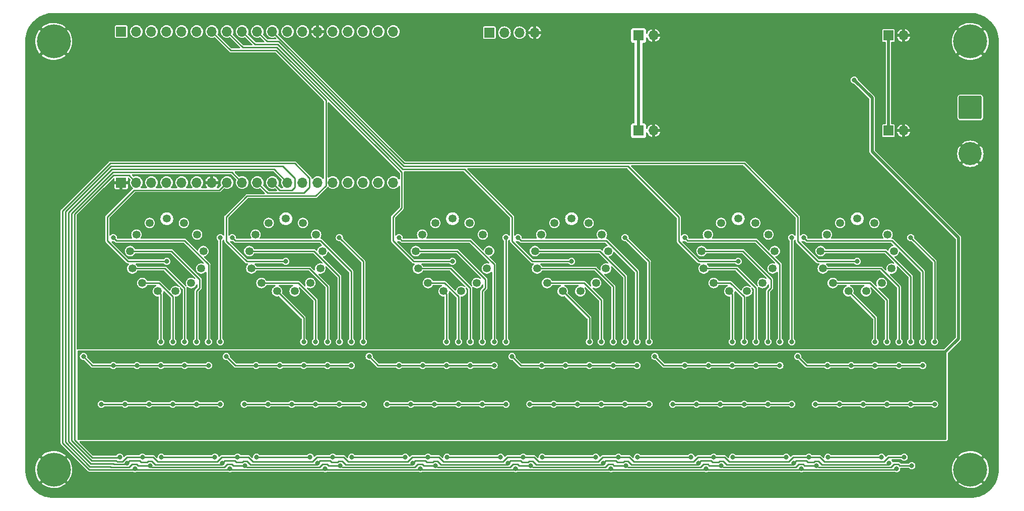
<source format=gbr>
%TF.GenerationSoftware,KiCad,Pcbnew,(6.0.6)*%
%TF.CreationDate,2022-10-28T22:11:27+02:00*%
%TF.ProjectId,nixieboi,6e697869-6562-46f6-992e-6b696361645f,rev?*%
%TF.SameCoordinates,Original*%
%TF.FileFunction,Copper,L2,Bot*%
%TF.FilePolarity,Positive*%
%FSLAX46Y46*%
G04 Gerber Fmt 4.6, Leading zero omitted, Abs format (unit mm)*
G04 Created by KiCad (PCBNEW (6.0.6)) date 2022-10-28 22:11:27*
%MOMM*%
%LPD*%
G01*
G04 APERTURE LIST*
G04 Aperture macros list*
%AMRoundRect*
0 Rectangle with rounded corners*
0 $1 Rounding radius*
0 $2 $3 $4 $5 $6 $7 $8 $9 X,Y pos of 4 corners*
0 Add a 4 corners polygon primitive as box body*
4,1,4,$2,$3,$4,$5,$6,$7,$8,$9,$2,$3,0*
0 Add four circle primitives for the rounded corners*
1,1,$1+$1,$2,$3*
1,1,$1+$1,$4,$5*
1,1,$1+$1,$6,$7*
1,1,$1+$1,$8,$9*
0 Add four rect primitives between the rounded corners*
20,1,$1+$1,$2,$3,$4,$5,0*
20,1,$1+$1,$4,$5,$6,$7,0*
20,1,$1+$1,$6,$7,$8,$9,0*
20,1,$1+$1,$8,$9,$2,$3,0*%
G04 Aperture macros list end*
%TA.AperFunction,ComponentPad*%
%ADD10C,1.346200*%
%TD*%
%TA.AperFunction,ComponentPad*%
%ADD11RoundRect,0.250002X-1.699998X1.699998X-1.699998X-1.699998X1.699998X-1.699998X1.699998X1.699998X0*%
%TD*%
%TA.AperFunction,ComponentPad*%
%ADD12C,3.900000*%
%TD*%
%TA.AperFunction,ComponentPad*%
%ADD13C,5.700000*%
%TD*%
%TA.AperFunction,ComponentPad*%
%ADD14R,1.700000X1.700000*%
%TD*%
%TA.AperFunction,ComponentPad*%
%ADD15O,1.700000X1.700000*%
%TD*%
%TA.AperFunction,ViaPad*%
%ADD16C,0.800000*%
%TD*%
%TA.AperFunction,Conductor*%
%ADD17C,0.250000*%
%TD*%
%TA.AperFunction,Conductor*%
%ADD18C,0.500000*%
%TD*%
G04 APERTURE END LIST*
D10*
%TO.P,N6,0,0*%
%TO.N,/N6_0*%
X129907300Y-32484640D03*
%TO.P,N6,1,1*%
%TO.N,/N6_1*%
X140092700Y-32484640D03*
%TO.P,N6,2,2*%
%TO.N,/N6_2*%
X141144260Y-35255780D03*
%TO.P,N6,3,3*%
%TO.N,/N6_3*%
X140786120Y-38194560D03*
%TO.P,N6,4,4*%
%TO.N,/N6_4*%
X139104640Y-40632960D03*
%TO.P,N6,5,5*%
%TO.N,/N6_5*%
X136480820Y-42009640D03*
%TO.P,N6,6,6*%
%TO.N,/N6_6*%
X133519180Y-42009640D03*
%TO.P,N6,7,7*%
%TO.N,/N6_7*%
X130895360Y-40632960D03*
%TO.P,N6,8,8*%
%TO.N,/N6_8*%
X129213880Y-38194560D03*
%TO.P,N6,9,9*%
%TO.N,/N6_9*%
X128855740Y-35255780D03*
%TO.P,N6,A,A*%
%TO.N,Net-(N6-PadA)*%
X135000000Y-29812560D03*
%TO.P,N6,LHDP,LHDP*%
%TO.N,Net-(N6-PadLHDP)*%
X132124720Y-30521220D03*
%TO.P,N6,RHDP,RHDP*%
%TO.N,Net-(N6-PadRHDP)*%
X137875280Y-30521220D03*
%TD*%
D11*
%TO.P,J1,1,Pin_1*%
%TO.N,+12V*%
X154000000Y-11100000D03*
D12*
%TO.P,J1,2,Pin_2*%
%TO.N,GND*%
X154000000Y-18900000D03*
%TD*%
D13*
%TO.P,REF\u002A\u002A,1*%
%TO.N,GND*%
X0Y0D03*
%TD*%
D10*
%TO.P,N3,0,0*%
%TO.N,/N3_0*%
X61907300Y-32484640D03*
%TO.P,N3,1,1*%
%TO.N,/N3_1*%
X72092700Y-32484640D03*
%TO.P,N3,2,2*%
%TO.N,/N3_2*%
X73144260Y-35255780D03*
%TO.P,N3,3,3*%
%TO.N,/N3_3*%
X72786120Y-38194560D03*
%TO.P,N3,4,4*%
%TO.N,/N3_4*%
X71104640Y-40632960D03*
%TO.P,N3,5,5*%
%TO.N,/N3_5*%
X68480820Y-42009640D03*
%TO.P,N3,6,6*%
%TO.N,/N3_6*%
X65519180Y-42009640D03*
%TO.P,N3,7,7*%
%TO.N,/N3_7*%
X62895360Y-40632960D03*
%TO.P,N3,8,8*%
%TO.N,/N3_8*%
X61213880Y-38194560D03*
%TO.P,N3,9,9*%
%TO.N,/N3_9*%
X60855740Y-35255780D03*
%TO.P,N3,A,A*%
%TO.N,Net-(N3-PadA)*%
X67000000Y-29812560D03*
%TO.P,N3,LHDP,LHDP*%
%TO.N,Net-(N3-PadLHDP)*%
X64124720Y-30521220D03*
%TO.P,N3,RHDP,RHDP*%
%TO.N,Net-(N3-PadRHDP)*%
X69875280Y-30521220D03*
%TD*%
%TO.P,N1,0,0*%
%TO.N,/N1_0*%
X13907300Y-32484640D03*
%TO.P,N1,1,1*%
%TO.N,/N1_1*%
X24092700Y-32484640D03*
%TO.P,N1,2,2*%
%TO.N,/N1_2*%
X25144260Y-35255780D03*
%TO.P,N1,3,3*%
%TO.N,/N1_3*%
X24786120Y-38194560D03*
%TO.P,N1,4,4*%
%TO.N,/N1_4*%
X23104640Y-40632960D03*
%TO.P,N1,5,5*%
%TO.N,/N1_5*%
X20480820Y-42009640D03*
%TO.P,N1,6,6*%
%TO.N,/N1_6*%
X17519180Y-42009640D03*
%TO.P,N1,7,7*%
%TO.N,/N1_7*%
X14895360Y-40632960D03*
%TO.P,N1,8,8*%
%TO.N,/N1_8*%
X13213880Y-38194560D03*
%TO.P,N1,9,9*%
%TO.N,/N1_9*%
X12855740Y-35255780D03*
%TO.P,N1,A,A*%
%TO.N,Net-(N1-PadA)*%
X19000000Y-29812560D03*
%TO.P,N1,LHDP,LHDP*%
%TO.N,Net-(N1-PadLHDP)*%
X16124720Y-30521220D03*
%TO.P,N1,RHDP,RHDP*%
%TO.N,Net-(N1-PadRHDP)*%
X21875280Y-30521220D03*
%TD*%
%TO.P,N4,0,0*%
%TO.N,/N4_0*%
X81907300Y-32484640D03*
%TO.P,N4,1,1*%
%TO.N,/N4_1*%
X92092700Y-32484640D03*
%TO.P,N4,2,2*%
%TO.N,/N4_2*%
X93144260Y-35255780D03*
%TO.P,N4,3,3*%
%TO.N,/N4_3*%
X92786120Y-38194560D03*
%TO.P,N4,4,4*%
%TO.N,/N4_4*%
X91104640Y-40632960D03*
%TO.P,N4,5,5*%
%TO.N,/N4_5*%
X88480820Y-42009640D03*
%TO.P,N4,6,6*%
%TO.N,/N4_6*%
X85519180Y-42009640D03*
%TO.P,N4,7,7*%
%TO.N,/N4_7*%
X82895360Y-40632960D03*
%TO.P,N4,8,8*%
%TO.N,/N4_8*%
X81213880Y-38194560D03*
%TO.P,N4,9,9*%
%TO.N,/N4_9*%
X80855740Y-35255780D03*
%TO.P,N4,A,A*%
%TO.N,Net-(N4-PadA)*%
X87000000Y-29812560D03*
%TO.P,N4,LHDP,LHDP*%
%TO.N,Net-(N4-PadLHDP)*%
X84124720Y-30521220D03*
%TO.P,N4,RHDP,RHDP*%
%TO.N,Net-(N4-PadRHDP)*%
X89875280Y-30521220D03*
%TD*%
%TO.P,N2,0,0*%
%TO.N,/N2_0*%
X33907300Y-32484640D03*
%TO.P,N2,1,1*%
%TO.N,/N2_1*%
X44092700Y-32484640D03*
%TO.P,N2,2,2*%
%TO.N,/N2_2*%
X45144260Y-35255780D03*
%TO.P,N2,3,3*%
%TO.N,/N2_3*%
X44786120Y-38194560D03*
%TO.P,N2,4,4*%
%TO.N,/N2_4*%
X43104640Y-40632960D03*
%TO.P,N2,5,5*%
%TO.N,/N2_5*%
X40480820Y-42009640D03*
%TO.P,N2,6,6*%
%TO.N,/N2_6*%
X37519180Y-42009640D03*
%TO.P,N2,7,7*%
%TO.N,/N2_7*%
X34895360Y-40632960D03*
%TO.P,N2,8,8*%
%TO.N,/N2_8*%
X33213880Y-38194560D03*
%TO.P,N2,9,9*%
%TO.N,/N2_9*%
X32855740Y-35255780D03*
%TO.P,N2,A,A*%
%TO.N,Net-(N2-PadA)*%
X39000000Y-29812560D03*
%TO.P,N2,LHDP,LHDP*%
%TO.N,Net-(N2-PadLHDP)*%
X36124720Y-30521220D03*
%TO.P,N2,RHDP,RHDP*%
%TO.N,Net-(N2-PadRHDP)*%
X41875280Y-30521220D03*
%TD*%
D13*
%TO.P,REF\u002A\u002A,1*%
%TO.N,GND*%
X154000000Y0D03*
%TD*%
D10*
%TO.P,N5,0,0*%
%TO.N,/N5_0*%
X109907300Y-32484640D03*
%TO.P,N5,1,1*%
%TO.N,/N5_1*%
X120092700Y-32484640D03*
%TO.P,N5,2,2*%
%TO.N,/N5_2*%
X121144260Y-35255780D03*
%TO.P,N5,3,3*%
%TO.N,/N5_3*%
X120786120Y-38194560D03*
%TO.P,N5,4,4*%
%TO.N,/N5_4*%
X119104640Y-40632960D03*
%TO.P,N5,5,5*%
%TO.N,/N5_5*%
X116480820Y-42009640D03*
%TO.P,N5,6,6*%
%TO.N,/N5_6*%
X113519180Y-42009640D03*
%TO.P,N5,7,7*%
%TO.N,/N5_7*%
X110895360Y-40632960D03*
%TO.P,N5,8,8*%
%TO.N,/N5_8*%
X109213880Y-38194560D03*
%TO.P,N5,9,9*%
%TO.N,/N5_9*%
X108855740Y-35255780D03*
%TO.P,N5,A,A*%
%TO.N,Net-(N5-PadA)*%
X115000000Y-29812560D03*
%TO.P,N5,LHDP,LHDP*%
%TO.N,Net-(N5-PadLHDP)*%
X112124720Y-30521220D03*
%TO.P,N5,RHDP,RHDP*%
%TO.N,Net-(N5-PadRHDP)*%
X117875280Y-30521220D03*
%TD*%
D13*
%TO.P,REF\u002A\u002A,1*%
%TO.N,GND*%
X0Y-72000000D03*
%TD*%
%TO.P,REF\u002A\u002A,1*%
%TO.N,GND*%
X154000000Y-72000000D03*
%TD*%
D14*
%TO.P,J7,1,Pin_1*%
%TO.N,GND*%
X11340000Y-23730000D03*
D15*
%TO.P,J7,2,Pin_2*%
%TO.N,/DATA*%
X13880000Y-23730000D03*
%TO.P,J7,3,Pin_3*%
%TO.N,/ESP_22*%
X16420000Y-23730000D03*
%TO.P,J7,4,Pin_4*%
%TO.N,/ESP_TX*%
X18960000Y-23730000D03*
%TO.P,J7,5,Pin_5*%
%TO.N,/ESP_RX*%
X21500000Y-23730000D03*
%TO.P,J7,6,Pin_6*%
%TO.N,/ESP_21*%
X24040000Y-23730000D03*
%TO.P,J7,7,Pin_7*%
%TO.N,GND*%
X26580000Y-23730000D03*
%TO.P,J7,8,Pin_8*%
%TO.N,/ESP_19*%
X29120000Y-23730000D03*
%TO.P,J7,9,Pin_9*%
%TO.N,/CLK*%
X31660000Y-23730000D03*
%TO.P,J7,10,Pin_10*%
%TO.N,/ESP_5*%
X34200000Y-23730000D03*
%TO.P,J7,11,Pin_11*%
%TO.N,/CLR*%
X36740000Y-23730000D03*
%TO.P,J7,12,Pin_12*%
%TO.N,/ESP_16*%
X39280000Y-23730000D03*
%TO.P,J7,13,Pin_13*%
%TO.N,/ESP_4*%
X41820000Y-23730000D03*
%TO.P,J7,14,Pin_14*%
%TO.N,/ESP_0*%
X44360000Y-23730000D03*
%TO.P,J7,15,Pin_15*%
%TO.N,/ESP_2*%
X46900000Y-23730000D03*
%TO.P,J7,16,Pin_16*%
%TO.N,/ESP_15*%
X49440000Y-23730000D03*
%TO.P,J7,17,Pin_17*%
%TO.N,/ESP_D1*%
X51980000Y-23730000D03*
%TO.P,J7,18,Pin_18*%
%TO.N,/ESP_D0*%
X54520000Y-23730000D03*
%TO.P,J7,19,Pin_19*%
%TO.N,/ESP_CLK*%
X57060000Y-23730000D03*
%TD*%
D14*
%TO.P,J5,1,Pin_1*%
%TO.N,HT*%
X98250000Y-15000000D03*
D15*
%TO.P,J5,2,Pin_2*%
%TO.N,GND*%
X100790000Y-15000000D03*
%TD*%
D14*
%TO.P,J6,1,Pin_1*%
%TO.N,/ESP_3V3*%
X11340000Y1670000D03*
D15*
%TO.P,J6,2,Pin_2*%
%TO.N,/ESP_EN*%
X13880000Y1670000D03*
%TO.P,J6,3,Pin_3*%
%TO.N,/ESP_VP*%
X16420000Y1670000D03*
%TO.P,J6,4,Pin_4*%
%TO.N,/ESP_VN*%
X18960000Y1670000D03*
%TO.P,J6,5,Pin_5*%
%TO.N,/ESP_34*%
X21500000Y1670000D03*
%TO.P,J6,6,Pin_6*%
%TO.N,/ESP_35*%
X24040000Y1670000D03*
%TO.P,J6,7,Pin_7*%
%TO.N,/ESP_32*%
X26580000Y1670000D03*
%TO.P,J6,8,Pin_8*%
%TO.N,/ESP_33*%
X29120000Y1670000D03*
%TO.P,J6,9,Pin_9*%
%TO.N,/ESP_25*%
X31660000Y1670000D03*
%TO.P,J6,10,Pin_10*%
%TO.N,/ESP_26*%
X34200000Y1670000D03*
%TO.P,J6,11,Pin_11*%
%TO.N,/N6_LED*%
X36740000Y1670000D03*
%TO.P,J6,12,Pin_12*%
%TO.N,/ESP_14*%
X39280000Y1670000D03*
%TO.P,J6,13,Pin_13*%
%TO.N,/ESP_12*%
X41820000Y1670000D03*
%TO.P,J6,14,Pin_14*%
%TO.N,GND*%
X44360000Y1670000D03*
%TO.P,J6,15,Pin_15*%
%TO.N,/ESP_13*%
X46900000Y1670000D03*
%TO.P,J6,16,Pin_16*%
%TO.N,/ESP_D2*%
X49440000Y1670000D03*
%TO.P,J6,17,Pin_17*%
%TO.N,/ESP_D3*%
X51980000Y1670000D03*
%TO.P,J6,18,Pin_18*%
%TO.N,/ESP_CMD*%
X54520000Y1670000D03*
%TO.P,J6,19,Pin_19*%
%TO.N,+5V*%
X57060000Y1670000D03*
%TD*%
D14*
%TO.P,J2,1,Pin_1*%
%TO.N,+12V*%
X140250000Y1000000D03*
D15*
%TO.P,J2,2,Pin_2*%
%TO.N,GND*%
X142790000Y1000000D03*
%TD*%
D14*
%TO.P,J4,1,Pin_1*%
%TO.N,HT*%
X98250000Y1000000D03*
D15*
%TO.P,J4,2,Pin_2*%
%TO.N,GND*%
X100790000Y1000000D03*
%TD*%
D14*
%TO.P,J8,1,Pin_1*%
%TO.N,/ESP_22*%
X73200000Y1475000D03*
D15*
%TO.P,J8,2,Pin_2*%
%TO.N,/ESP_21*%
X75740000Y1475000D03*
%TO.P,J8,3,Pin_3*%
%TO.N,+3V3*%
X78280000Y1475000D03*
%TO.P,J8,4,Pin_4*%
%TO.N,GND*%
X80820000Y1475000D03*
%TD*%
D14*
%TO.P,J3,1,Pin_1*%
%TO.N,+12V*%
X140250000Y-15000000D03*
D15*
%TO.P,J3,2,Pin_2*%
%TO.N,GND*%
X142790000Y-15000000D03*
%TD*%
D16*
%TO.N,/N1_RDP*%
X28000000Y-33000000D03*
X28000000Y-50500000D03*
%TO.N,/N1_LDP*%
X26000000Y-50500000D03*
X10000000Y-33000000D03*
%TO.N,/N1_9*%
X24000000Y-50500000D03*
%TO.N,/N1_8*%
X22000000Y-50500000D03*
%TO.N,/N1_7*%
X20000000Y-50500000D03*
%TO.N,/N1_6*%
X18000000Y-50500000D03*
%TO.N,+3V3*%
X147000000Y-64600000D03*
X102000000Y-66000000D03*
X135000000Y-64600000D03*
X69000000Y-55900000D03*
X7000000Y-64600000D03*
X7000000Y-53000000D03*
X119000000Y-64600000D03*
X47000000Y-64600000D03*
X105000000Y-55900000D03*
X118000000Y-66000000D03*
X117000000Y-55900000D03*
X141000000Y-55900000D03*
X79000000Y-53000000D03*
X143000000Y-64600000D03*
X115000000Y-64600000D03*
X21000000Y-55900000D03*
X111000000Y-64600000D03*
X93000000Y-55900000D03*
X139000000Y-64600000D03*
X63000000Y-64600000D03*
X67000000Y-64600000D03*
X109000000Y-55900000D03*
X127000000Y-64600000D03*
X81000000Y-55900000D03*
X134000000Y-66000000D03*
X121000000Y-55900000D03*
X103000000Y-53000000D03*
X49000000Y-55900000D03*
X19000000Y-64600000D03*
X86000000Y-66000000D03*
X6000000Y-66000000D03*
X13000000Y-55900000D03*
X11000000Y-64600000D03*
X87000000Y-64600000D03*
X38000000Y-66000000D03*
X43000000Y-64600000D03*
X91000000Y-64600000D03*
X89000000Y-55900000D03*
X134500000Y-6500000D03*
X133000000Y-55900000D03*
X53000000Y-55900000D03*
X107000000Y-64600000D03*
X41000000Y-55900000D03*
X71000000Y-64600000D03*
X39000000Y-64600000D03*
X22000000Y-66000000D03*
X103000000Y-64600000D03*
X97000000Y-55900000D03*
X95000000Y-64600000D03*
X9000000Y-55900000D03*
X145000000Y-55900000D03*
X25000000Y-55900000D03*
X5000000Y-55900000D03*
X51000000Y-64600000D03*
X129000000Y-55900000D03*
X99000000Y-64600000D03*
X101000000Y-55900000D03*
X55000000Y-53000000D03*
X131000000Y-64600000D03*
X127000000Y-53000000D03*
X31000000Y-64600000D03*
X75000000Y-64600000D03*
X73000000Y-55900000D03*
X70000000Y-66000000D03*
X45000000Y-55900000D03*
X54000000Y-66000000D03*
X125000000Y-55900000D03*
X65000000Y-55900000D03*
X37000000Y-55900000D03*
X31000000Y-53000000D03*
X77000000Y-55900000D03*
X27000000Y-64600000D03*
X15000000Y-64600000D03*
X137000000Y-55900000D03*
X85000000Y-55900000D03*
X29000000Y-55900000D03*
X123000000Y-64600000D03*
X83000000Y-64600000D03*
X17000000Y-55900000D03*
X23000000Y-64600000D03*
X79000000Y-64600000D03*
X57000000Y-55900000D03*
X33000000Y-55900000D03*
X113000000Y-55900000D03*
X59000000Y-64600000D03*
X35000000Y-64600000D03*
X55000000Y-64600000D03*
X61000000Y-55900000D03*
%TO.N,GND*%
X37000000Y-45500000D03*
X7000000Y-45500000D03*
X53000000Y-36000000D03*
X101000000Y-36000000D03*
X69000000Y-38000000D03*
X9000000Y-45500000D03*
X11000000Y-45500000D03*
X31000000Y-45500000D03*
X107000000Y-45500000D03*
X87000000Y-45500000D03*
X113000000Y-45500000D03*
X77000000Y-36000000D03*
X135000000Y-45500000D03*
X81000000Y-45500000D03*
X103000000Y-45500000D03*
X17000000Y-45500000D03*
X85000000Y-45500000D03*
X88500000Y-37000000D03*
X125000000Y-36000000D03*
X133000000Y-45500000D03*
X105000000Y-45500000D03*
X59000000Y-45500000D03*
X29000000Y-36000000D03*
X62000000Y-45500000D03*
X110000000Y-45500000D03*
X83000000Y-45500000D03*
X14000000Y-45500000D03*
X35000000Y-45500000D03*
X39000000Y-45500000D03*
X65000000Y-45500000D03*
X136500000Y-37000000D03*
X127000000Y-45500000D03*
X21000000Y-38000000D03*
X57000000Y-45500000D03*
X131000000Y-45500000D03*
X79000000Y-45500000D03*
X33000000Y-45500000D03*
X129000000Y-45500000D03*
X117000000Y-38000000D03*
X40500000Y-37000000D03*
X55000000Y-45500000D03*
%TO.N,/N2_9*%
X48000000Y-50500000D03*
%TO.N,/N2_8*%
X46000000Y-50500000D03*
%TO.N,/N2_7*%
X44000000Y-50500000D03*
%TO.N,/N2_6*%
X42000000Y-50500000D03*
%TO.N,/N3_9*%
X72000000Y-50500000D03*
%TO.N,/N3_8*%
X70000000Y-50500000D03*
%TO.N,/N3_7*%
X68000000Y-50500000D03*
%TO.N,/N3_6*%
X66000000Y-50500000D03*
%TO.N,/N4_9*%
X96000000Y-50500000D03*
%TO.N,/N4_8*%
X94000000Y-50500000D03*
%TO.N,/N4_7*%
X92000000Y-50500000D03*
%TO.N,/N4_6*%
X90000000Y-50500000D03*
%TO.N,/N5_9*%
X120000000Y-50500000D03*
%TO.N,/N5_8*%
X118000000Y-50500000D03*
%TO.N,/N5_7*%
X116000000Y-50500000D03*
%TO.N,/N5_6*%
X114000000Y-50500000D03*
%TO.N,/N6_9*%
X144000000Y-50500000D03*
%TO.N,/N6_8*%
X142000000Y-50500000D03*
%TO.N,/N6_7*%
X140000000Y-50500000D03*
%TO.N,/N6_6*%
X138000000Y-50500000D03*
%TO.N,Net-(Q1-Pad1)*%
X22000000Y-54500000D03*
X5000000Y-53000000D03*
X16000000Y-61000000D03*
X12000000Y-61000000D03*
X20000000Y-61000000D03*
X18000000Y-54500000D03*
X14000000Y-54500000D03*
X26000000Y-54500000D03*
X8000000Y-61000000D03*
X24000000Y-61000000D03*
X10000000Y-54500000D03*
X28000000Y-61000000D03*
%TO.N,Net-(Q13-Pad1)*%
X40000000Y-61000000D03*
X44000000Y-61000000D03*
X48000000Y-61000000D03*
X32000000Y-61000000D03*
X36000000Y-61000000D03*
X52000000Y-61000000D03*
X34000000Y-54500000D03*
X38000000Y-54500000D03*
X46000000Y-54500000D03*
X29000000Y-53000000D03*
X42000000Y-54500000D03*
X50000000Y-54500000D03*
%TO.N,Net-(Q25-Pad1)*%
X74000000Y-54500000D03*
X60000000Y-61000000D03*
X66000000Y-54500000D03*
X62000000Y-54500000D03*
X53000000Y-53000000D03*
X72000000Y-61000000D03*
X70000000Y-54500000D03*
X58000000Y-54500000D03*
X64000000Y-61000000D03*
X76000000Y-61000000D03*
X56000000Y-61000000D03*
X68000000Y-61000000D03*
%TO.N,Net-(Q37-Pad1)*%
X80000000Y-61000000D03*
X92000000Y-61000000D03*
X94000000Y-54500000D03*
X90000000Y-54500000D03*
X100000000Y-61000000D03*
X84000000Y-61000000D03*
X86000000Y-54500000D03*
X96000000Y-61000000D03*
X82000000Y-54500000D03*
X88000000Y-61000000D03*
X98000000Y-54500000D03*
X77000000Y-53000000D03*
%TO.N,Net-(Q49-Pad1)*%
X124000000Y-61000000D03*
X106000000Y-54500000D03*
X120000000Y-61000000D03*
X114000000Y-54500000D03*
X110000000Y-54500000D03*
X116000000Y-61000000D03*
X118000000Y-54500000D03*
X112000000Y-61000000D03*
X104000000Y-61000000D03*
X108000000Y-61000000D03*
X101000000Y-53000000D03*
X122000000Y-54500000D03*
%TO.N,Net-(Q61-Pad1)*%
X130000000Y-54500000D03*
X136000000Y-61000000D03*
X128000000Y-61000000D03*
X132000000Y-61000000D03*
X142000000Y-54500000D03*
X140000000Y-61000000D03*
X138000000Y-54500000D03*
X134000000Y-54500000D03*
X144000000Y-61000000D03*
X125000000Y-53000000D03*
X146000000Y-54500000D03*
X148000000Y-61000000D03*
%TO.N,/N2_LDP*%
X50000000Y-50500000D03*
X30000000Y-33000000D03*
%TO.N,/N2_RDP*%
X48000000Y-33000000D03*
X52000000Y-50500000D03*
%TO.N,/N3_LDP*%
X74000000Y-50500000D03*
X58000000Y-33000000D03*
%TO.N,/N3_RDP*%
X76000000Y-50500000D03*
X76000000Y-33000000D03*
%TO.N,/N4_LDP*%
X78000000Y-33000000D03*
X98000000Y-50500000D03*
%TO.N,/N4_RDP*%
X96000000Y-33000000D03*
X100000000Y-50500000D03*
%TO.N,/N5_LDP*%
X106000000Y-33000000D03*
X122000000Y-50500000D03*
%TO.N,/N5_RDP*%
X124000000Y-50500000D03*
X124000000Y-33000000D03*
%TO.N,/N6_LDP*%
X126000000Y-33000000D03*
X146000000Y-50500000D03*
%TO.N,/N6_RDP*%
X148000000Y-50500000D03*
X144000000Y-33000000D03*
%TO.N,Net-(U1-Pad9)*%
X27087000Y-69930000D03*
X18072000Y-69928050D03*
%TO.N,/CLR*%
X32167000Y-71327000D03*
X64167000Y-71327000D03*
X96167000Y-71327000D03*
X80167000Y-71327000D03*
X16167000Y-71327000D03*
X144167000Y-71327000D03*
X112167000Y-71327000D03*
X48167000Y-71327000D03*
X128167000Y-71327000D03*
%TO.N,/CLK*%
X126897000Y-69930000D03*
X78897000Y-69930000D03*
X142897000Y-69930000D03*
X110897000Y-69930000D03*
X62897000Y-69930000D03*
X46897000Y-69930000D03*
X14897000Y-69930000D03*
X30897000Y-69930000D03*
X94897000Y-69930000D03*
%TO.N,/DATA*%
X11087000Y-69930000D03*
%TO.N,Net-(U2-Pad9)*%
X34072000Y-69928050D03*
X43087000Y-69930000D03*
%TO.N,Net-(U3-Pad9)*%
X50072000Y-69928050D03*
X59087000Y-69930000D03*
%TO.N,Net-(U4-Pad9)*%
X75087000Y-69930000D03*
X66072000Y-69928050D03*
%TO.N,Net-(U5-Pad9)*%
X82072000Y-69928050D03*
X91087000Y-69930000D03*
%TO.N,Net-(U6-Pad9)*%
X107087000Y-69930000D03*
X98072000Y-69928050D03*
%TO.N,Net-(U7-Pad9)*%
X114072000Y-69928050D03*
X123087000Y-69930000D03*
%TO.N,Net-(U8-Pad9)*%
X130072000Y-69928050D03*
X139087000Y-69930000D03*
%TO.N,/ESP_32*%
X39000000Y-37000000D03*
%TO.N,/ESP_33*%
X67000000Y-37000000D03*
%TO.N,/ESP_25*%
X87000000Y-37000000D03*
%TO.N,/ESP_26*%
X115000000Y-37000000D03*
%TO.N,/N6_LED*%
X135000000Y-37000000D03*
%TO.N,/ESP_19*%
X19000000Y-37000000D03*
%TO.N,/ESP_5*%
X13627000Y-71835000D03*
X109627000Y-71835000D03*
X93627000Y-71835000D03*
X45627000Y-71835000D03*
X29627000Y-71835000D03*
X77627000Y-71835000D03*
X61627000Y-71835000D03*
X125627000Y-71835000D03*
X141627000Y-71835000D03*
%TO.N,/ESP_16*%
X92349000Y-70890500D03*
X124349000Y-70890500D03*
X12349000Y-70890500D03*
X44349000Y-70890500D03*
X76349000Y-70890500D03*
X108349000Y-70890500D03*
X28349000Y-70890500D03*
X60349000Y-70890500D03*
X140349000Y-70890500D03*
%TD*%
D17*
%TO.N,/N1_RDP*%
X28000000Y-50500000D02*
X28000000Y-33000000D01*
%TO.N,/N1_LDP*%
X10500000Y-33500000D02*
X10000000Y-33000000D01*
X21976953Y-33500000D02*
X12500000Y-33500000D01*
X26000000Y-50500000D02*
X26000000Y-37523047D01*
X12500000Y-33500000D02*
X10500000Y-33500000D01*
X26000000Y-37523047D02*
X21976953Y-33500000D01*
D18*
%TO.N,HT*%
X98250000Y-15000000D02*
X98250000Y1000000D01*
D17*
%TO.N,/N1_9*%
X24000000Y-42000000D02*
X24500000Y-41500000D01*
X19755780Y-35255780D02*
X12855740Y-35255780D01*
X24000000Y-50500000D02*
X24000000Y-42000000D01*
X24500000Y-40000000D02*
X19755780Y-35255780D01*
X24500000Y-41500000D02*
X24500000Y-40000000D01*
%TO.N,/N1_8*%
X22000000Y-50500000D02*
X22000000Y-41500000D01*
X18694560Y-38194560D02*
X13213880Y-38194560D01*
X22000000Y-41500000D02*
X18694560Y-38194560D01*
%TO.N,/N1_7*%
X17692613Y-40632960D02*
X14895360Y-40632960D01*
X20000000Y-42940347D02*
X17692613Y-40632960D01*
X20000000Y-50500000D02*
X20000000Y-42940347D01*
%TO.N,/N1_6*%
X18000000Y-50500000D02*
X18000000Y-42490460D01*
X18000000Y-42490460D02*
X17519180Y-42009640D01*
D18*
%TO.N,+3V3*%
X137500000Y-9500000D02*
X137500000Y-18500000D01*
X134500000Y-6500000D02*
X137500000Y-9500000D01*
X152000000Y-33000000D02*
X152000000Y-50000000D01*
X152000000Y-50000000D02*
X149000000Y-53000000D01*
X137500000Y-18500000D02*
X152000000Y-33000000D01*
D17*
%TO.N,/N2_9*%
X48000000Y-39523047D02*
X43732733Y-35255780D01*
X48000000Y-50500000D02*
X48000000Y-39523047D01*
X43732733Y-35255780D02*
X32855740Y-35255780D01*
%TO.N,/N2_8*%
X46000000Y-41225695D02*
X42968865Y-38194560D01*
X46000000Y-50500000D02*
X46000000Y-41225695D01*
X42968865Y-38194560D02*
X33213880Y-38194560D01*
%TO.N,/N2_7*%
X44000000Y-50500000D02*
X44000000Y-43500000D01*
X44000000Y-43500000D02*
X41132960Y-40632960D01*
X41132960Y-40632960D02*
X34895360Y-40632960D01*
%TO.N,/N2_6*%
X42000000Y-46490460D02*
X37519180Y-42009640D01*
X42000000Y-50500000D02*
X42000000Y-46490460D01*
%TO.N,/N3_9*%
X67755780Y-35255780D02*
X60855740Y-35255780D01*
X72000000Y-50500000D02*
X72000000Y-42000000D01*
X72000000Y-42000000D02*
X72500000Y-41500000D01*
X72500000Y-41500000D02*
X72500000Y-40000000D01*
X72500000Y-40000000D02*
X67755780Y-35255780D01*
%TO.N,/N3_8*%
X70000000Y-41500000D02*
X66694560Y-38194560D01*
X70000000Y-50500000D02*
X70000000Y-41500000D01*
X66694560Y-38194560D02*
X61213880Y-38194560D01*
%TO.N,/N3_7*%
X68000000Y-50500000D02*
X68000000Y-42940347D01*
X68000000Y-42940347D02*
X65692613Y-40632960D01*
X65692613Y-40632960D02*
X62895360Y-40632960D01*
%TO.N,/N3_6*%
X66000000Y-50500000D02*
X66000000Y-42490460D01*
X66000000Y-42490460D02*
X65519180Y-42009640D01*
%TO.N,/N4_9*%
X96000000Y-50500000D02*
X96000000Y-39523047D01*
X91732733Y-35255780D02*
X80855740Y-35255780D01*
X96000000Y-39523047D02*
X91732733Y-35255780D01*
%TO.N,/N4_8*%
X94000000Y-41225695D02*
X90968865Y-38194560D01*
X90968865Y-38194560D02*
X81213880Y-38194560D01*
X94000000Y-50500000D02*
X94000000Y-41225695D01*
%TO.N,/N4_7*%
X92000000Y-43500000D02*
X89132960Y-40632960D01*
X89132960Y-40632960D02*
X82895360Y-40632960D01*
X92000000Y-50500000D02*
X92000000Y-43500000D01*
%TO.N,/N4_6*%
X90000000Y-46490460D02*
X85519180Y-42009640D01*
X90000000Y-50500000D02*
X90000000Y-46490460D01*
%TO.N,/N5_9*%
X120000000Y-50500000D02*
X120000000Y-42000000D01*
X120500000Y-40000000D02*
X115755780Y-35255780D01*
X120500000Y-41500000D02*
X120500000Y-40000000D01*
X120000000Y-42000000D02*
X120500000Y-41500000D01*
X115755780Y-35255780D02*
X108855740Y-35255780D01*
%TO.N,/N5_8*%
X114694560Y-38194560D02*
X109213880Y-38194560D01*
X118000000Y-41500000D02*
X114694560Y-38194560D01*
X118000000Y-50500000D02*
X118000000Y-41500000D01*
%TO.N,/N5_7*%
X113692613Y-40632960D02*
X110895360Y-40632960D01*
X116000000Y-42940347D02*
X113692613Y-40632960D01*
X116000000Y-50500000D02*
X116000000Y-42940347D01*
%TO.N,/N5_6*%
X114000000Y-42490460D02*
X113519180Y-42009640D01*
X114000000Y-50500000D02*
X114000000Y-42490460D01*
%TO.N,/N6_9*%
X144000000Y-39523047D02*
X139732733Y-35255780D01*
X139732733Y-35255780D02*
X128855740Y-35255780D01*
X144000000Y-50500000D02*
X144000000Y-39523047D01*
%TO.N,/N6_8*%
X142000000Y-41225695D02*
X138968865Y-38194560D01*
X142000000Y-50500000D02*
X142000000Y-41225695D01*
X138968865Y-38194560D02*
X129213880Y-38194560D01*
%TO.N,/N6_7*%
X137132960Y-40632960D02*
X130895360Y-40632960D01*
X140000000Y-43500000D02*
X137132960Y-40632960D01*
X140000000Y-50500000D02*
X140000000Y-43500000D01*
%TO.N,/N6_6*%
X138000000Y-46490460D02*
X133519180Y-42009640D01*
X138000000Y-50500000D02*
X138000000Y-46490460D01*
%TO.N,Net-(Q1-Pad1)*%
X24000000Y-61000000D02*
X28000000Y-61000000D01*
X10000000Y-54500000D02*
X14000000Y-54500000D01*
X6500000Y-54500000D02*
X10000000Y-54500000D01*
X18000000Y-54500000D02*
X22000000Y-54500000D01*
X20000000Y-61000000D02*
X24000000Y-61000000D01*
X12000000Y-61000000D02*
X16000000Y-61000000D01*
X5000000Y-53000000D02*
X6500000Y-54500000D01*
X16000000Y-61000000D02*
X20000000Y-61000000D01*
X14000000Y-54500000D02*
X18000000Y-54500000D01*
X8000000Y-61000000D02*
X12000000Y-61000000D01*
X22000000Y-54500000D02*
X26000000Y-54500000D01*
%TO.N,Net-(Q13-Pad1)*%
X48000000Y-61000000D02*
X52000000Y-61000000D01*
X36000000Y-61000000D02*
X40000000Y-61000000D01*
X42000000Y-54500000D02*
X46000000Y-54500000D01*
X40000000Y-61000000D02*
X44000000Y-61000000D01*
X38000000Y-54500000D02*
X42000000Y-54500000D01*
X32000000Y-61000000D02*
X36000000Y-61000000D01*
X30500000Y-54500000D02*
X34000000Y-54500000D01*
X44000000Y-61000000D02*
X48000000Y-61000000D01*
X29000000Y-53000000D02*
X30500000Y-54500000D01*
X34000000Y-54500000D02*
X38000000Y-54500000D01*
X46000000Y-54500000D02*
X50000000Y-54500000D01*
%TO.N,Net-(Q25-Pad1)*%
X68000000Y-61000000D02*
X72000000Y-61000000D01*
X53000000Y-53000000D02*
X54500000Y-54500000D01*
X64000000Y-61000000D02*
X68000000Y-61000000D01*
X70000000Y-54500000D02*
X74000000Y-54500000D01*
X54500000Y-54500000D02*
X58000000Y-54500000D01*
X66000000Y-54500000D02*
X70000000Y-54500000D01*
X62000000Y-54500000D02*
X66000000Y-54500000D01*
X60000000Y-61000000D02*
X64000000Y-61000000D01*
X56000000Y-61000000D02*
X60000000Y-61000000D01*
X72000000Y-61000000D02*
X76000000Y-61000000D01*
X58000000Y-54500000D02*
X62000000Y-54500000D01*
%TO.N,Net-(Q37-Pad1)*%
X92000000Y-61000000D02*
X96000000Y-61000000D01*
X78500000Y-54500000D02*
X82000000Y-54500000D01*
X96000000Y-61000000D02*
X100000000Y-61000000D01*
X77000000Y-53000000D02*
X78500000Y-54500000D01*
X94000000Y-54500000D02*
X98000000Y-54500000D01*
X82000000Y-54500000D02*
X86000000Y-54500000D01*
X80000000Y-61000000D02*
X84000000Y-61000000D01*
X90000000Y-54500000D02*
X94000000Y-54500000D01*
X84000000Y-61000000D02*
X88000000Y-61000000D01*
X86000000Y-54500000D02*
X90000000Y-54500000D01*
X88000000Y-61000000D02*
X92000000Y-61000000D01*
%TO.N,Net-(Q49-Pad1)*%
X118000000Y-54500000D02*
X122000000Y-54500000D01*
X106000000Y-54500000D02*
X110000000Y-54500000D01*
X104000000Y-61000000D02*
X108000000Y-61000000D01*
X120000000Y-61000000D02*
X124000000Y-61000000D01*
X116000000Y-61000000D02*
X120000000Y-61000000D01*
X101000000Y-53000000D02*
X102500000Y-54500000D01*
X108000000Y-61000000D02*
X112000000Y-61000000D01*
X110000000Y-54500000D02*
X114000000Y-54500000D01*
X114000000Y-54500000D02*
X118000000Y-54500000D01*
X102500000Y-54500000D02*
X106000000Y-54500000D01*
X112000000Y-61000000D02*
X116000000Y-61000000D01*
%TO.N,Net-(Q61-Pad1)*%
X140000000Y-61000000D02*
X144000000Y-61000000D01*
X125000000Y-53000000D02*
X126500000Y-54500000D01*
X138000000Y-54500000D02*
X142000000Y-54500000D01*
X134000000Y-54500000D02*
X138000000Y-54500000D01*
X126500000Y-54500000D02*
X130000000Y-54500000D01*
X130000000Y-54500000D02*
X134000000Y-54500000D01*
X136000000Y-61000000D02*
X140000000Y-61000000D01*
X132000000Y-61000000D02*
X136000000Y-61000000D01*
X128000000Y-61000000D02*
X132000000Y-61000000D01*
X144000000Y-61000000D02*
X148000000Y-61000000D01*
X142000000Y-54500000D02*
X146000000Y-54500000D01*
%TO.N,/N2_LDP*%
X50000000Y-38699993D02*
X44800007Y-33500000D01*
X44800007Y-33500000D02*
X30500000Y-33500000D01*
X50000000Y-50500000D02*
X50000000Y-38699993D01*
X30500000Y-33500000D02*
X30000000Y-33000000D01*
%TO.N,/N2_RDP*%
X52000000Y-37000000D02*
X48000000Y-33000000D01*
X52000000Y-50500000D02*
X52000000Y-37000000D01*
%TO.N,/N3_LDP*%
X74000000Y-50500000D02*
X74000000Y-37523047D01*
X60500000Y-33500000D02*
X58500000Y-33500000D01*
X69976953Y-33500000D02*
X60500000Y-33500000D01*
X58500000Y-33500000D02*
X58000000Y-33000000D01*
X74000000Y-37523047D02*
X69976953Y-33500000D01*
%TO.N,/N3_RDP*%
X76000000Y-50500000D02*
X76000000Y-33000000D01*
%TO.N,/N4_LDP*%
X78500000Y-33500000D02*
X78000000Y-33000000D01*
X92800007Y-33500000D02*
X78500000Y-33500000D01*
X98000000Y-38699993D02*
X92800007Y-33500000D01*
X98000000Y-50500000D02*
X98000000Y-38699993D01*
%TO.N,/N4_RDP*%
X100000000Y-37000000D02*
X96000000Y-33000000D01*
X100000000Y-50500000D02*
X100000000Y-37000000D01*
%TO.N,/N5_LDP*%
X122000000Y-37523047D02*
X117976953Y-33500000D01*
X122000000Y-50500000D02*
X122000000Y-37523047D01*
X108500000Y-33500000D02*
X106500000Y-33500000D01*
X106500000Y-33500000D02*
X106000000Y-33000000D01*
X117976953Y-33500000D02*
X108500000Y-33500000D01*
%TO.N,/N5_RDP*%
X124000000Y-50500000D02*
X124000000Y-33000000D01*
%TO.N,/N6_LDP*%
X146000000Y-50500000D02*
X146000000Y-38699993D01*
X126500000Y-33500000D02*
X126000000Y-33000000D01*
X146000000Y-38699993D02*
X140800007Y-33500000D01*
X140800007Y-33500000D02*
X126500000Y-33500000D01*
%TO.N,/N6_RDP*%
X148000000Y-50500000D02*
X148000000Y-37000000D01*
X148000000Y-37000000D02*
X144000000Y-33000000D01*
%TO.N,Net-(U1-Pad9)*%
X18072000Y-69928050D02*
X27085050Y-69928050D01*
X27085050Y-69928050D02*
X27087000Y-69930000D01*
%TO.N,/CLR*%
X6090812Y-71500000D02*
X2000000Y-67409188D01*
X45154805Y-71110000D02*
X44649794Y-71615011D01*
X13154805Y-71110000D02*
X12649305Y-71615500D01*
X30144305Y-71327000D02*
X29927305Y-71110000D01*
X144167000Y-71327000D02*
X142144305Y-71327000D01*
X125927305Y-71110000D02*
X125154805Y-71110000D01*
X109927305Y-71110000D02*
X109154805Y-71110000D01*
X141154805Y-71110000D02*
X140649794Y-71615011D01*
X45927305Y-71110000D02*
X45154805Y-71110000D01*
X40500000Y-23000000D02*
X40500000Y-24500000D01*
X13927305Y-71110000D02*
X13154805Y-71110000D01*
X142144305Y-71327000D02*
X141927305Y-71110000D01*
X94144305Y-71327000D02*
X93927305Y-71110000D01*
X140649794Y-71615011D02*
X128455011Y-71615011D01*
X64167000Y-71327000D02*
X62144305Y-71327000D01*
X93927305Y-71110000D02*
X93154805Y-71110000D01*
X29927305Y-71110000D02*
X29154805Y-71110000D01*
X77154805Y-71110000D02*
X76649794Y-71615011D01*
X32167000Y-71327000D02*
X32455011Y-71615011D01*
X61927305Y-71110000D02*
X61154805Y-71110000D01*
X32167000Y-71327000D02*
X30144305Y-71327000D01*
X109154805Y-71110000D02*
X108649794Y-71615011D01*
X40000000Y-25000000D02*
X38010000Y-25000000D01*
X28649794Y-71615011D02*
X16455011Y-71615011D01*
X2000000Y-28629368D02*
X9629368Y-21000000D01*
X77927305Y-71110000D02*
X77154805Y-71110000D01*
X141927305Y-71110000D02*
X141154805Y-71110000D01*
X16167000Y-71327000D02*
X16455011Y-71615011D01*
X125154805Y-71110000D02*
X124649794Y-71615011D01*
X110144305Y-71327000D02*
X109927305Y-71110000D01*
X16167000Y-71327000D02*
X14144305Y-71327000D01*
X80167000Y-71327000D02*
X78144305Y-71327000D01*
X40500000Y-24500000D02*
X40000000Y-25000000D01*
X78144305Y-71327000D02*
X77927305Y-71110000D01*
X38010000Y-25000000D02*
X36740000Y-23730000D01*
X92649794Y-71615011D02*
X80455011Y-71615011D01*
X126144305Y-71327000D02*
X125927305Y-71110000D01*
X9629368Y-21000000D02*
X38500000Y-21000000D01*
X60649794Y-71615011D02*
X48455011Y-71615011D01*
X61154805Y-71110000D02*
X60649794Y-71615011D01*
X76649794Y-71615011D02*
X64455011Y-71615011D01*
X93154805Y-71110000D02*
X92649794Y-71615011D01*
X44649794Y-71615011D02*
X32455011Y-71615011D01*
X12649305Y-71615500D02*
X9615500Y-71615500D01*
X46144305Y-71327000D02*
X45927305Y-71110000D01*
X108649794Y-71615011D02*
X96455011Y-71615011D01*
X38500000Y-21000000D02*
X40500000Y-23000000D01*
X14144305Y-71327000D02*
X13927305Y-71110000D01*
X112167000Y-71327000D02*
X110144305Y-71327000D01*
X62144305Y-71327000D02*
X61927305Y-71110000D01*
X124649794Y-71615011D02*
X112455011Y-71615011D01*
X96167000Y-71327000D02*
X94144305Y-71327000D01*
X128167000Y-71327000D02*
X126144305Y-71327000D01*
X29154805Y-71110000D02*
X28649794Y-71615011D01*
X9500000Y-71500000D02*
X6090812Y-71500000D01*
X48167000Y-71327000D02*
X46144305Y-71327000D01*
X2000000Y-67409188D02*
X2000000Y-28629368D01*
X9615500Y-71615500D02*
X9500000Y-71500000D01*
%TO.N,/CLK*%
X28232000Y-69930000D02*
X30897000Y-69930000D01*
X12284195Y-69930000D02*
X14897000Y-69930000D01*
X60232000Y-69930000D02*
X62897000Y-69930000D01*
X59474666Y-70687334D02*
X49471843Y-70687334D01*
X6363604Y-70500000D02*
X10500000Y-70500000D01*
X107474666Y-70687334D02*
X108232000Y-69930000D01*
X113471843Y-70687334D02*
X112714509Y-69930000D01*
X91474666Y-70687334D02*
X81471843Y-70687334D01*
X44232000Y-69930000D02*
X46897000Y-69930000D01*
X43474666Y-70687334D02*
X44232000Y-69930000D01*
X10655000Y-70655000D02*
X11559195Y-70655000D01*
X14897000Y-69930000D02*
X16714509Y-69930000D01*
X11559195Y-70655000D02*
X12284195Y-69930000D01*
X46897000Y-69930000D02*
X48714509Y-69930000D01*
X31660000Y-23730000D02*
X29930000Y-22000000D01*
X129471843Y-70687334D02*
X128714509Y-69930000D01*
X30897000Y-69930000D02*
X32714509Y-69930000D01*
X10500000Y-70500000D02*
X10655000Y-70655000D01*
X97471843Y-70687334D02*
X96714509Y-69930000D01*
X27474666Y-70687334D02*
X28232000Y-69930000D01*
X9902160Y-22000000D02*
X3000000Y-28902160D01*
X76232000Y-69930000D02*
X78897000Y-69930000D01*
X75474666Y-70687334D02*
X76232000Y-69930000D01*
X17471843Y-70687334D02*
X27474666Y-70687334D01*
X59474666Y-70687334D02*
X60232000Y-69930000D01*
X33471843Y-70687334D02*
X32714509Y-69930000D01*
X110897000Y-69930000D02*
X112714509Y-69930000D01*
X91474666Y-70687334D02*
X92232000Y-69930000D01*
X123474666Y-70687334D02*
X124232000Y-69930000D01*
X65471843Y-70687334D02*
X64714509Y-69930000D01*
X81471843Y-70687334D02*
X80714509Y-69930000D01*
X140232000Y-69930000D02*
X142897000Y-69930000D01*
X3000000Y-28902160D02*
X3000000Y-67136396D01*
X94897000Y-69930000D02*
X96714509Y-69930000D01*
X3000000Y-67136396D02*
X6363604Y-70500000D01*
X92232000Y-69930000D02*
X94897000Y-69930000D01*
X139474666Y-70687334D02*
X140232000Y-69930000D01*
X123474666Y-70687334D02*
X113471843Y-70687334D01*
X126897000Y-69930000D02*
X128714509Y-69930000D01*
X108232000Y-69930000D02*
X110897000Y-69930000D01*
X29930000Y-22000000D02*
X9902160Y-22000000D01*
X62897000Y-69930000D02*
X64714509Y-69930000D01*
X107474666Y-70687334D02*
X97471843Y-70687334D01*
X139474666Y-70687334D02*
X129471843Y-70687334D01*
X78897000Y-69930000D02*
X80714509Y-69930000D01*
X49471843Y-70687334D02*
X48714509Y-69930000D01*
X124232000Y-69930000D02*
X126897000Y-69930000D01*
X17471843Y-70687334D02*
X16714509Y-69930000D01*
X75474666Y-70687334D02*
X65471843Y-70687334D01*
X43474666Y-70687334D02*
X33471843Y-70687334D01*
%TO.N,/DATA*%
X3500000Y-29038556D02*
X3500000Y-67000000D01*
X13880000Y-23730000D02*
X12650000Y-22500000D01*
X12650000Y-22500000D02*
X10038556Y-22500000D01*
X11017000Y-70000000D02*
X11087000Y-69930000D01*
X6500000Y-70000000D02*
X11017000Y-70000000D01*
X10038556Y-22500000D02*
X3500000Y-29038556D01*
X3500000Y-67000000D02*
X6500000Y-70000000D01*
%TO.N,Net-(U2-Pad9)*%
X34072000Y-69928050D02*
X43085050Y-69928050D01*
X43085050Y-69928050D02*
X43087000Y-69930000D01*
%TO.N,Net-(U3-Pad9)*%
X50072000Y-69928050D02*
X59085050Y-69928050D01*
X59085050Y-69928050D02*
X59087000Y-69930000D01*
%TO.N,Net-(U4-Pad9)*%
X75085050Y-69928050D02*
X75087000Y-69930000D01*
X66072000Y-69928050D02*
X75085050Y-69928050D01*
%TO.N,Net-(U5-Pad9)*%
X82072000Y-69928050D02*
X91085050Y-69928050D01*
X91085050Y-69928050D02*
X91087000Y-69930000D01*
%TO.N,Net-(U6-Pad9)*%
X98072000Y-69928050D02*
X107085050Y-69928050D01*
X107085050Y-69928050D02*
X107087000Y-69930000D01*
%TO.N,Net-(U7-Pad9)*%
X114072000Y-69928050D02*
X123085050Y-69928050D01*
X123085050Y-69928050D02*
X123087000Y-69930000D01*
%TO.N,Net-(U8-Pad9)*%
X139085050Y-69928050D02*
X139087000Y-69930000D01*
X130072000Y-69928050D02*
X139085050Y-69928050D01*
D18*
%TO.N,+12V*%
X140250000Y-15000000D02*
X140250000Y1000000D01*
D17*
%TO.N,/ESP_32*%
X45725000Y-9860584D02*
X45725000Y-24275000D01*
X29750000Y-1500000D02*
X37364416Y-1500000D01*
X29000000Y-29500000D02*
X29000000Y-33575305D01*
X44000000Y-26000000D02*
X32500000Y-26000000D01*
X45725000Y-24275000D02*
X44000000Y-26000000D01*
X29000000Y-33575305D02*
X32424695Y-37000000D01*
X26580000Y1670000D02*
X29750000Y-1500000D01*
X37364416Y-1500000D02*
X45725000Y-9860584D01*
X32424695Y-37000000D02*
X39000000Y-37000000D01*
X32500000Y-26000000D02*
X29000000Y-29500000D01*
%TO.N,/ESP_33*%
X37500812Y-1000000D02*
X31790000Y-1000000D01*
X58500000Y-22000000D02*
X58500000Y-28000000D01*
X55885000Y-19384188D02*
X37500812Y-1000000D01*
X67000000Y-37000000D02*
X60424695Y-37000000D01*
X57000000Y-29500000D02*
X57000000Y-33500000D01*
X55885000Y-19385000D02*
X58500000Y-22000000D01*
X31790000Y-1000000D02*
X29120000Y1670000D01*
X60424695Y-37000000D02*
X60424695Y-36924695D01*
X60424695Y-36924695D02*
X57000000Y-33500000D01*
X55885000Y-19384188D02*
X55885000Y-19385000D01*
X58500000Y-28000000D02*
X57000000Y-29500000D01*
%TO.N,/ESP_25*%
X80424695Y-37000000D02*
X77000000Y-33575305D01*
X77000000Y-33575305D02*
X77000000Y-29500000D01*
X87000000Y-37000000D02*
X80424695Y-37000000D01*
X37637208Y-500000D02*
X58637208Y-21500000D01*
X77000000Y-29500000D02*
X69000000Y-21500000D01*
X58637208Y-21500000D02*
X69000000Y-21500000D01*
X33830000Y-500000D02*
X37637208Y-500000D01*
X31660000Y1670000D02*
X33830000Y-500000D01*
%TO.N,/ESP_26*%
X105000000Y-33575305D02*
X105000000Y-29500000D01*
X35870000Y0D02*
X34200000Y1670000D01*
X96500000Y-21000000D02*
X58773604Y-21000000D01*
X108424695Y-37000000D02*
X105000000Y-33575305D01*
X115000000Y-37000000D02*
X108424695Y-37000000D01*
X37773604Y0D02*
X35870000Y0D01*
X58773604Y-21000000D02*
X37773604Y0D01*
X105000000Y-29500000D02*
X96500000Y-21000000D01*
%TO.N,/N6_LED*%
X125000000Y-33575305D02*
X128424695Y-37000000D01*
X116000000Y-20500000D02*
X125000000Y-29500000D01*
X125000000Y-29500000D02*
X125000000Y-33575305D01*
X128424695Y-37000000D02*
X135000000Y-37000000D01*
X36740000Y1670000D02*
X58910000Y-20500000D01*
X58910000Y-20500000D02*
X116000000Y-20500000D01*
%TO.N,/ESP_19*%
X19000000Y-37000000D02*
X12500000Y-37000000D01*
X29120000Y-23730000D02*
X27850000Y-25000000D01*
X9000000Y-29500000D02*
X13500000Y-25000000D01*
X12500000Y-37000000D02*
X9000000Y-33500000D01*
X9000000Y-33500000D02*
X9000000Y-29500000D01*
X27850000Y-25000000D02*
X13500000Y-25000000D01*
%TO.N,/ESP_5*%
X109397469Y-72064531D02*
X109627000Y-71835000D01*
X9000000Y-72000000D02*
X9065500Y-72065500D01*
X109856531Y-72064531D02*
X125397469Y-72064531D01*
X1500000Y-28492972D02*
X1500000Y-67545584D01*
X13627000Y-71835000D02*
X13856531Y-72064531D01*
X9492972Y-20500000D02*
X1500000Y-28492972D01*
X61397469Y-72064531D02*
X61627000Y-71835000D01*
X77856531Y-72064531D02*
X93397469Y-72064531D01*
X40500000Y-20500000D02*
X9492972Y-20500000D01*
X141397469Y-72064531D02*
X141627000Y-71835000D01*
X43000000Y-24500000D02*
X43000000Y-23000000D01*
X43000000Y-23000000D02*
X40500000Y-20500000D01*
X1500000Y-67545584D02*
X5954416Y-72000000D01*
X77397469Y-72064531D02*
X77627000Y-71835000D01*
X109627000Y-71835000D02*
X109856531Y-72064531D01*
X61627000Y-71835000D02*
X61856531Y-72064531D01*
X29856531Y-72064531D02*
X45397469Y-72064531D01*
X34200000Y-23730000D02*
X35970000Y-25500000D01*
X125627000Y-71835000D02*
X125856531Y-72064531D01*
X13627000Y-71835000D02*
X13856531Y-72064531D01*
X45397469Y-72064531D02*
X45627000Y-71835000D01*
X45856531Y-72064531D02*
X61397469Y-72064531D01*
X35970000Y-25500000D02*
X42000000Y-25500000D01*
X5954416Y-72000000D02*
X9000000Y-72000000D01*
X9065500Y-72065500D02*
X13396500Y-72065500D01*
X13396500Y-72065500D02*
X13627000Y-71835000D01*
X29397469Y-72064531D02*
X29627000Y-71835000D01*
X61856531Y-72064531D02*
X77397469Y-72064531D01*
X13856531Y-72064531D02*
X29397469Y-72064531D01*
X125856531Y-72064531D02*
X141397469Y-72064531D01*
X77627000Y-71835000D02*
X77856531Y-72064531D01*
X93627000Y-71835000D02*
X93856531Y-72064531D01*
X42000000Y-25500000D02*
X43000000Y-24500000D01*
X93397469Y-72064531D02*
X93627000Y-71835000D01*
X125397469Y-72064531D02*
X125627000Y-71835000D01*
X45627000Y-71835000D02*
X45856531Y-72064531D01*
X93856531Y-72064531D02*
X109397469Y-72064531D01*
X29627000Y-71835000D02*
X29856531Y-72064531D01*
%TO.N,/ESP_16*%
X6227208Y-71000000D02*
X10000000Y-71000000D01*
X32466614Y-70602000D02*
X33030105Y-71165491D01*
X30441695Y-70500000D02*
X30676043Y-70734348D01*
X15734347Y-70734348D02*
X15866695Y-70602000D01*
X60074009Y-71165491D02*
X60349000Y-70890500D01*
X64466614Y-70602000D02*
X65030105Y-71165491D01*
X17030105Y-71165491D02*
X28074009Y-71165491D01*
X80466614Y-70602000D02*
X81030105Y-71165491D01*
X31866695Y-70602000D02*
X32466614Y-70602000D01*
X92074009Y-71165491D02*
X92349000Y-70890500D01*
X111866695Y-70602000D02*
X112466614Y-70602000D01*
X79734347Y-70734348D02*
X79866695Y-70602000D01*
X78441695Y-70500000D02*
X78676043Y-70734348D01*
X10105000Y-71105000D02*
X12134500Y-71105000D01*
X65030105Y-71165491D02*
X76074009Y-71165491D01*
X14441695Y-70500000D02*
X14676043Y-70734348D01*
X12739500Y-70500000D02*
X14441695Y-70500000D01*
X108739500Y-70500000D02*
X110441695Y-70500000D01*
X94441695Y-70500000D02*
X94676043Y-70734348D01*
X97030105Y-71165491D02*
X108074009Y-71165491D01*
X60739500Y-70500000D02*
X62441695Y-70500000D01*
X2500000Y-67272792D02*
X6227208Y-71000000D01*
X60349000Y-70890500D02*
X60739500Y-70500000D01*
X28349000Y-70890500D02*
X28739500Y-70500000D01*
X44349000Y-70890500D02*
X44739500Y-70500000D01*
X44074009Y-71165491D02*
X44349000Y-70890500D01*
X47866695Y-70602000D02*
X48466614Y-70602000D01*
X127734347Y-70734348D02*
X127866695Y-70602000D01*
X16466614Y-70602000D02*
X17030105Y-71165491D01*
X108074009Y-71165491D02*
X108349000Y-70890500D01*
X128466614Y-70602000D02*
X129030105Y-71165491D01*
X28739500Y-70500000D02*
X30441695Y-70500000D01*
X108349000Y-70890500D02*
X108739500Y-70500000D01*
X2500000Y-28765764D02*
X2500000Y-67272792D01*
X37050000Y-21500000D02*
X9765764Y-21500000D01*
X62441695Y-70500000D02*
X62676043Y-70734348D01*
X12134500Y-71105000D02*
X12349000Y-70890500D01*
X39280000Y-23730000D02*
X37050000Y-21500000D01*
X14676043Y-70734348D02*
X15734347Y-70734348D01*
X79866695Y-70602000D02*
X80466614Y-70602000D01*
X111734347Y-70734348D02*
X111866695Y-70602000D01*
X95866695Y-70602000D02*
X96466614Y-70602000D01*
X49030105Y-71165491D02*
X60074009Y-71165491D01*
X63734347Y-70734348D02*
X63866695Y-70602000D01*
X76739500Y-70500000D02*
X78441695Y-70500000D01*
X78676043Y-70734348D02*
X79734347Y-70734348D01*
X124074009Y-71165491D02*
X124349000Y-70890500D01*
X81030105Y-71165491D02*
X92074009Y-71165491D01*
X94676043Y-70734348D02*
X95734347Y-70734348D01*
X112466614Y-70602000D02*
X113030105Y-71165491D01*
X47734347Y-70734348D02*
X47866695Y-70602000D01*
X76349000Y-70890500D02*
X76739500Y-70500000D01*
X48466614Y-70602000D02*
X49030105Y-71165491D01*
X46676043Y-70734348D02*
X47734347Y-70734348D01*
X96466614Y-70602000D02*
X97030105Y-71165491D01*
X126441695Y-70500000D02*
X126676043Y-70734348D01*
X140074009Y-71165491D02*
X140349000Y-70890500D01*
X113030105Y-71165491D02*
X124074009Y-71165491D01*
X46441695Y-70500000D02*
X46676043Y-70734348D01*
X76074009Y-71165491D02*
X76349000Y-70890500D01*
X33030105Y-71165491D02*
X44074009Y-71165491D01*
X63866695Y-70602000D02*
X64466614Y-70602000D01*
X9765764Y-21500000D02*
X2500000Y-28765764D01*
X124349000Y-70890500D02*
X124739500Y-70500000D01*
X30676043Y-70734348D02*
X31734347Y-70734348D01*
X15866695Y-70602000D02*
X16466614Y-70602000D01*
X124739500Y-70500000D02*
X126441695Y-70500000D01*
X92739500Y-70500000D02*
X94441695Y-70500000D01*
X110441695Y-70500000D02*
X110676043Y-70734348D01*
X92349000Y-70890500D02*
X92739500Y-70500000D01*
X31734347Y-70734348D02*
X31866695Y-70602000D01*
X129030105Y-71165491D02*
X140074009Y-71165491D01*
X110676043Y-70734348D02*
X111734347Y-70734348D01*
X10000000Y-71000000D02*
X10105000Y-71105000D01*
X28074009Y-71165491D02*
X28349000Y-70890500D01*
X126676043Y-70734348D02*
X127734347Y-70734348D01*
X44739500Y-70500000D02*
X46441695Y-70500000D01*
X95734347Y-70734348D02*
X95866695Y-70602000D01*
X12349000Y-70890500D02*
X12739500Y-70500000D01*
X127866695Y-70602000D02*
X128466614Y-70602000D01*
X62676043Y-70734348D02*
X63734347Y-70734348D01*
%TD*%
%TA.AperFunction,Conductor*%
%TO.N,+3V3*%
G36*
X149942121Y-52020002D02*
G01*
X149988614Y-52073658D01*
X150000000Y-52126000D01*
X150000000Y-66874000D01*
X149979998Y-66942121D01*
X149926342Y-66988614D01*
X149874000Y-67000000D01*
X4126000Y-67000000D01*
X4057879Y-66979998D01*
X4011386Y-66926342D01*
X4000000Y-66874000D01*
X4000000Y-61000000D01*
X7394318Y-61000000D01*
X7414956Y-61156762D01*
X7475464Y-61302841D01*
X7571718Y-61428282D01*
X7697159Y-61524536D01*
X7843238Y-61585044D01*
X8000000Y-61605682D01*
X8008188Y-61604604D01*
X8148574Y-61586122D01*
X8156762Y-61585044D01*
X8302841Y-61524536D01*
X8428282Y-61428282D01*
X8469323Y-61374796D01*
X8526661Y-61332929D01*
X8569286Y-61325500D01*
X11430714Y-61325500D01*
X11498835Y-61345502D01*
X11530677Y-61374796D01*
X11571718Y-61428282D01*
X11697159Y-61524536D01*
X11843238Y-61585044D01*
X12000000Y-61605682D01*
X12008188Y-61604604D01*
X12148574Y-61586122D01*
X12156762Y-61585044D01*
X12302841Y-61524536D01*
X12428282Y-61428282D01*
X12469323Y-61374796D01*
X12526661Y-61332929D01*
X12569286Y-61325500D01*
X15430714Y-61325500D01*
X15498835Y-61345502D01*
X15530677Y-61374796D01*
X15571718Y-61428282D01*
X15697159Y-61524536D01*
X15843238Y-61585044D01*
X16000000Y-61605682D01*
X16008188Y-61604604D01*
X16148574Y-61586122D01*
X16156762Y-61585044D01*
X16302841Y-61524536D01*
X16428282Y-61428282D01*
X16469323Y-61374796D01*
X16526661Y-61332929D01*
X16569286Y-61325500D01*
X19430714Y-61325500D01*
X19498835Y-61345502D01*
X19530677Y-61374796D01*
X19571718Y-61428282D01*
X19697159Y-61524536D01*
X19843238Y-61585044D01*
X20000000Y-61605682D01*
X20008188Y-61604604D01*
X20148574Y-61586122D01*
X20156762Y-61585044D01*
X20302841Y-61524536D01*
X20428282Y-61428282D01*
X20469323Y-61374796D01*
X20526661Y-61332929D01*
X20569286Y-61325500D01*
X23430714Y-61325500D01*
X23498835Y-61345502D01*
X23530677Y-61374796D01*
X23571718Y-61428282D01*
X23697159Y-61524536D01*
X23843238Y-61585044D01*
X24000000Y-61605682D01*
X24008188Y-61604604D01*
X24148574Y-61586122D01*
X24156762Y-61585044D01*
X24302841Y-61524536D01*
X24428282Y-61428282D01*
X24469323Y-61374796D01*
X24526661Y-61332929D01*
X24569286Y-61325500D01*
X27430714Y-61325500D01*
X27498835Y-61345502D01*
X27530677Y-61374796D01*
X27571718Y-61428282D01*
X27697159Y-61524536D01*
X27843238Y-61585044D01*
X28000000Y-61605682D01*
X28008188Y-61604604D01*
X28148574Y-61586122D01*
X28156762Y-61585044D01*
X28302841Y-61524536D01*
X28428282Y-61428282D01*
X28524536Y-61302841D01*
X28585044Y-61156762D01*
X28605682Y-61000000D01*
X31394318Y-61000000D01*
X31414956Y-61156762D01*
X31475464Y-61302841D01*
X31571718Y-61428282D01*
X31697159Y-61524536D01*
X31843238Y-61585044D01*
X32000000Y-61605682D01*
X32008188Y-61604604D01*
X32148574Y-61586122D01*
X32156762Y-61585044D01*
X32302841Y-61524536D01*
X32428282Y-61428282D01*
X32469323Y-61374796D01*
X32526661Y-61332929D01*
X32569286Y-61325500D01*
X35430714Y-61325500D01*
X35498835Y-61345502D01*
X35530677Y-61374796D01*
X35571718Y-61428282D01*
X35697159Y-61524536D01*
X35843238Y-61585044D01*
X36000000Y-61605682D01*
X36008188Y-61604604D01*
X36148574Y-61586122D01*
X36156762Y-61585044D01*
X36302841Y-61524536D01*
X36428282Y-61428282D01*
X36469323Y-61374796D01*
X36526661Y-61332929D01*
X36569286Y-61325500D01*
X39430714Y-61325500D01*
X39498835Y-61345502D01*
X39530677Y-61374796D01*
X39571718Y-61428282D01*
X39697159Y-61524536D01*
X39843238Y-61585044D01*
X40000000Y-61605682D01*
X40008188Y-61604604D01*
X40148574Y-61586122D01*
X40156762Y-61585044D01*
X40302841Y-61524536D01*
X40428282Y-61428282D01*
X40469323Y-61374796D01*
X40526661Y-61332929D01*
X40569286Y-61325500D01*
X43430714Y-61325500D01*
X43498835Y-61345502D01*
X43530677Y-61374796D01*
X43571718Y-61428282D01*
X43697159Y-61524536D01*
X43843238Y-61585044D01*
X44000000Y-61605682D01*
X44008188Y-61604604D01*
X44148574Y-61586122D01*
X44156762Y-61585044D01*
X44302841Y-61524536D01*
X44428282Y-61428282D01*
X44469323Y-61374796D01*
X44526661Y-61332929D01*
X44569286Y-61325500D01*
X47430714Y-61325500D01*
X47498835Y-61345502D01*
X47530677Y-61374796D01*
X47571718Y-61428282D01*
X47697159Y-61524536D01*
X47843238Y-61585044D01*
X48000000Y-61605682D01*
X48008188Y-61604604D01*
X48148574Y-61586122D01*
X48156762Y-61585044D01*
X48302841Y-61524536D01*
X48428282Y-61428282D01*
X48469323Y-61374796D01*
X48526661Y-61332929D01*
X48569286Y-61325500D01*
X51430714Y-61325500D01*
X51498835Y-61345502D01*
X51530677Y-61374796D01*
X51571718Y-61428282D01*
X51697159Y-61524536D01*
X51843238Y-61585044D01*
X52000000Y-61605682D01*
X52008188Y-61604604D01*
X52148574Y-61586122D01*
X52156762Y-61585044D01*
X52302841Y-61524536D01*
X52428282Y-61428282D01*
X52524536Y-61302841D01*
X52585044Y-61156762D01*
X52605682Y-61000000D01*
X55394318Y-61000000D01*
X55414956Y-61156762D01*
X55475464Y-61302841D01*
X55571718Y-61428282D01*
X55697159Y-61524536D01*
X55843238Y-61585044D01*
X56000000Y-61605682D01*
X56008188Y-61604604D01*
X56148574Y-61586122D01*
X56156762Y-61585044D01*
X56302841Y-61524536D01*
X56428282Y-61428282D01*
X56469323Y-61374796D01*
X56526661Y-61332929D01*
X56569286Y-61325500D01*
X59430714Y-61325500D01*
X59498835Y-61345502D01*
X59530677Y-61374796D01*
X59571718Y-61428282D01*
X59697159Y-61524536D01*
X59843238Y-61585044D01*
X60000000Y-61605682D01*
X60008188Y-61604604D01*
X60148574Y-61586122D01*
X60156762Y-61585044D01*
X60302841Y-61524536D01*
X60428282Y-61428282D01*
X60469323Y-61374796D01*
X60526661Y-61332929D01*
X60569286Y-61325500D01*
X63430714Y-61325500D01*
X63498835Y-61345502D01*
X63530677Y-61374796D01*
X63571718Y-61428282D01*
X63697159Y-61524536D01*
X63843238Y-61585044D01*
X64000000Y-61605682D01*
X64008188Y-61604604D01*
X64148574Y-61586122D01*
X64156762Y-61585044D01*
X64302841Y-61524536D01*
X64428282Y-61428282D01*
X64469323Y-61374796D01*
X64526661Y-61332929D01*
X64569286Y-61325500D01*
X67430714Y-61325500D01*
X67498835Y-61345502D01*
X67530677Y-61374796D01*
X67571718Y-61428282D01*
X67697159Y-61524536D01*
X67843238Y-61585044D01*
X68000000Y-61605682D01*
X68008188Y-61604604D01*
X68148574Y-61586122D01*
X68156762Y-61585044D01*
X68302841Y-61524536D01*
X68428282Y-61428282D01*
X68469323Y-61374796D01*
X68526661Y-61332929D01*
X68569286Y-61325500D01*
X71430714Y-61325500D01*
X71498835Y-61345502D01*
X71530677Y-61374796D01*
X71571718Y-61428282D01*
X71697159Y-61524536D01*
X71843238Y-61585044D01*
X72000000Y-61605682D01*
X72008188Y-61604604D01*
X72148574Y-61586122D01*
X72156762Y-61585044D01*
X72302841Y-61524536D01*
X72428282Y-61428282D01*
X72469323Y-61374796D01*
X72526661Y-61332929D01*
X72569286Y-61325500D01*
X75430714Y-61325500D01*
X75498835Y-61345502D01*
X75530677Y-61374796D01*
X75571718Y-61428282D01*
X75697159Y-61524536D01*
X75843238Y-61585044D01*
X76000000Y-61605682D01*
X76008188Y-61604604D01*
X76148574Y-61586122D01*
X76156762Y-61585044D01*
X76302841Y-61524536D01*
X76428282Y-61428282D01*
X76524536Y-61302841D01*
X76585044Y-61156762D01*
X76605682Y-61000000D01*
X79394318Y-61000000D01*
X79414956Y-61156762D01*
X79475464Y-61302841D01*
X79571718Y-61428282D01*
X79697159Y-61524536D01*
X79843238Y-61585044D01*
X80000000Y-61605682D01*
X80008188Y-61604604D01*
X80148574Y-61586122D01*
X80156762Y-61585044D01*
X80302841Y-61524536D01*
X80428282Y-61428282D01*
X80469323Y-61374796D01*
X80526661Y-61332929D01*
X80569286Y-61325500D01*
X83430714Y-61325500D01*
X83498835Y-61345502D01*
X83530677Y-61374796D01*
X83571718Y-61428282D01*
X83697159Y-61524536D01*
X83843238Y-61585044D01*
X84000000Y-61605682D01*
X84008188Y-61604604D01*
X84148574Y-61586122D01*
X84156762Y-61585044D01*
X84302841Y-61524536D01*
X84428282Y-61428282D01*
X84469323Y-61374796D01*
X84526661Y-61332929D01*
X84569286Y-61325500D01*
X87430714Y-61325500D01*
X87498835Y-61345502D01*
X87530677Y-61374796D01*
X87571718Y-61428282D01*
X87697159Y-61524536D01*
X87843238Y-61585044D01*
X88000000Y-61605682D01*
X88008188Y-61604604D01*
X88148574Y-61586122D01*
X88156762Y-61585044D01*
X88302841Y-61524536D01*
X88428282Y-61428282D01*
X88469323Y-61374796D01*
X88526661Y-61332929D01*
X88569286Y-61325500D01*
X91430714Y-61325500D01*
X91498835Y-61345502D01*
X91530677Y-61374796D01*
X91571718Y-61428282D01*
X91697159Y-61524536D01*
X91843238Y-61585044D01*
X92000000Y-61605682D01*
X92008188Y-61604604D01*
X92148574Y-61586122D01*
X92156762Y-61585044D01*
X92302841Y-61524536D01*
X92428282Y-61428282D01*
X92469323Y-61374796D01*
X92526661Y-61332929D01*
X92569286Y-61325500D01*
X95430714Y-61325500D01*
X95498835Y-61345502D01*
X95530677Y-61374796D01*
X95571718Y-61428282D01*
X95697159Y-61524536D01*
X95843238Y-61585044D01*
X96000000Y-61605682D01*
X96008188Y-61604604D01*
X96148574Y-61586122D01*
X96156762Y-61585044D01*
X96302841Y-61524536D01*
X96428282Y-61428282D01*
X96469323Y-61374796D01*
X96526661Y-61332929D01*
X96569286Y-61325500D01*
X99430714Y-61325500D01*
X99498835Y-61345502D01*
X99530677Y-61374796D01*
X99571718Y-61428282D01*
X99697159Y-61524536D01*
X99843238Y-61585044D01*
X100000000Y-61605682D01*
X100008188Y-61604604D01*
X100148574Y-61586122D01*
X100156762Y-61585044D01*
X100302841Y-61524536D01*
X100428282Y-61428282D01*
X100524536Y-61302841D01*
X100585044Y-61156762D01*
X100605682Y-61000000D01*
X103394318Y-61000000D01*
X103414956Y-61156762D01*
X103475464Y-61302841D01*
X103571718Y-61428282D01*
X103697159Y-61524536D01*
X103843238Y-61585044D01*
X104000000Y-61605682D01*
X104008188Y-61604604D01*
X104148574Y-61586122D01*
X104156762Y-61585044D01*
X104302841Y-61524536D01*
X104428282Y-61428282D01*
X104469323Y-61374796D01*
X104526661Y-61332929D01*
X104569286Y-61325500D01*
X107430714Y-61325500D01*
X107498835Y-61345502D01*
X107530677Y-61374796D01*
X107571718Y-61428282D01*
X107697159Y-61524536D01*
X107843238Y-61585044D01*
X108000000Y-61605682D01*
X108008188Y-61604604D01*
X108148574Y-61586122D01*
X108156762Y-61585044D01*
X108302841Y-61524536D01*
X108428282Y-61428282D01*
X108469323Y-61374796D01*
X108526661Y-61332929D01*
X108569286Y-61325500D01*
X111430714Y-61325500D01*
X111498835Y-61345502D01*
X111530677Y-61374796D01*
X111571718Y-61428282D01*
X111697159Y-61524536D01*
X111843238Y-61585044D01*
X112000000Y-61605682D01*
X112008188Y-61604604D01*
X112148574Y-61586122D01*
X112156762Y-61585044D01*
X112302841Y-61524536D01*
X112428282Y-61428282D01*
X112469323Y-61374796D01*
X112526661Y-61332929D01*
X112569286Y-61325500D01*
X115430714Y-61325500D01*
X115498835Y-61345502D01*
X115530677Y-61374796D01*
X115571718Y-61428282D01*
X115697159Y-61524536D01*
X115843238Y-61585044D01*
X116000000Y-61605682D01*
X116008188Y-61604604D01*
X116148574Y-61586122D01*
X116156762Y-61585044D01*
X116302841Y-61524536D01*
X116428282Y-61428282D01*
X116469323Y-61374796D01*
X116526661Y-61332929D01*
X116569286Y-61325500D01*
X119430714Y-61325500D01*
X119498835Y-61345502D01*
X119530677Y-61374796D01*
X119571718Y-61428282D01*
X119697159Y-61524536D01*
X119843238Y-61585044D01*
X120000000Y-61605682D01*
X120008188Y-61604604D01*
X120148574Y-61586122D01*
X120156762Y-61585044D01*
X120302841Y-61524536D01*
X120428282Y-61428282D01*
X120469323Y-61374796D01*
X120526661Y-61332929D01*
X120569286Y-61325500D01*
X123430714Y-61325500D01*
X123498835Y-61345502D01*
X123530677Y-61374796D01*
X123571718Y-61428282D01*
X123697159Y-61524536D01*
X123843238Y-61585044D01*
X124000000Y-61605682D01*
X124008188Y-61604604D01*
X124148574Y-61586122D01*
X124156762Y-61585044D01*
X124302841Y-61524536D01*
X124428282Y-61428282D01*
X124524536Y-61302841D01*
X124585044Y-61156762D01*
X124605682Y-61000000D01*
X127394318Y-61000000D01*
X127414956Y-61156762D01*
X127475464Y-61302841D01*
X127571718Y-61428282D01*
X127697159Y-61524536D01*
X127843238Y-61585044D01*
X128000000Y-61605682D01*
X128008188Y-61604604D01*
X128148574Y-61586122D01*
X128156762Y-61585044D01*
X128302841Y-61524536D01*
X128428282Y-61428282D01*
X128469323Y-61374796D01*
X128526661Y-61332929D01*
X128569286Y-61325500D01*
X131430714Y-61325500D01*
X131498835Y-61345502D01*
X131530677Y-61374796D01*
X131571718Y-61428282D01*
X131697159Y-61524536D01*
X131843238Y-61585044D01*
X132000000Y-61605682D01*
X132008188Y-61604604D01*
X132148574Y-61586122D01*
X132156762Y-61585044D01*
X132302841Y-61524536D01*
X132428282Y-61428282D01*
X132469323Y-61374796D01*
X132526661Y-61332929D01*
X132569286Y-61325500D01*
X135430714Y-61325500D01*
X135498835Y-61345502D01*
X135530677Y-61374796D01*
X135571718Y-61428282D01*
X135697159Y-61524536D01*
X135843238Y-61585044D01*
X136000000Y-61605682D01*
X136008188Y-61604604D01*
X136148574Y-61586122D01*
X136156762Y-61585044D01*
X136302841Y-61524536D01*
X136428282Y-61428282D01*
X136469323Y-61374796D01*
X136526661Y-61332929D01*
X136569286Y-61325500D01*
X139430714Y-61325500D01*
X139498835Y-61345502D01*
X139530677Y-61374796D01*
X139571718Y-61428282D01*
X139697159Y-61524536D01*
X139843238Y-61585044D01*
X140000000Y-61605682D01*
X140008188Y-61604604D01*
X140148574Y-61586122D01*
X140156762Y-61585044D01*
X140302841Y-61524536D01*
X140428282Y-61428282D01*
X140469323Y-61374796D01*
X140526661Y-61332929D01*
X140569286Y-61325500D01*
X143430714Y-61325500D01*
X143498835Y-61345502D01*
X143530677Y-61374796D01*
X143571718Y-61428282D01*
X143697159Y-61524536D01*
X143843238Y-61585044D01*
X144000000Y-61605682D01*
X144008188Y-61604604D01*
X144148574Y-61586122D01*
X144156762Y-61585044D01*
X144302841Y-61524536D01*
X144428282Y-61428282D01*
X144469323Y-61374796D01*
X144526661Y-61332929D01*
X144569286Y-61325500D01*
X147430714Y-61325500D01*
X147498835Y-61345502D01*
X147530677Y-61374796D01*
X147571718Y-61428282D01*
X147697159Y-61524536D01*
X147843238Y-61585044D01*
X148000000Y-61605682D01*
X148008188Y-61604604D01*
X148148574Y-61586122D01*
X148156762Y-61585044D01*
X148302841Y-61524536D01*
X148428282Y-61428282D01*
X148524536Y-61302841D01*
X148585044Y-61156762D01*
X148605682Y-61000000D01*
X148585044Y-60843238D01*
X148524536Y-60697159D01*
X148428282Y-60571718D01*
X148302841Y-60475464D01*
X148156762Y-60414956D01*
X148000000Y-60394318D01*
X147843238Y-60414956D01*
X147697159Y-60475464D01*
X147571718Y-60571718D01*
X147566695Y-60578264D01*
X147530677Y-60625204D01*
X147473339Y-60667071D01*
X147430714Y-60674500D01*
X144569286Y-60674500D01*
X144501165Y-60654498D01*
X144469323Y-60625204D01*
X144433305Y-60578264D01*
X144428282Y-60571718D01*
X144302841Y-60475464D01*
X144156762Y-60414956D01*
X144000000Y-60394318D01*
X143843238Y-60414956D01*
X143697159Y-60475464D01*
X143571718Y-60571718D01*
X143566695Y-60578264D01*
X143530677Y-60625204D01*
X143473339Y-60667071D01*
X143430714Y-60674500D01*
X140569286Y-60674500D01*
X140501165Y-60654498D01*
X140469323Y-60625204D01*
X140433305Y-60578264D01*
X140428282Y-60571718D01*
X140302841Y-60475464D01*
X140156762Y-60414956D01*
X140000000Y-60394318D01*
X139843238Y-60414956D01*
X139697159Y-60475464D01*
X139571718Y-60571718D01*
X139566695Y-60578264D01*
X139530677Y-60625204D01*
X139473339Y-60667071D01*
X139430714Y-60674500D01*
X136569286Y-60674500D01*
X136501165Y-60654498D01*
X136469323Y-60625204D01*
X136433305Y-60578264D01*
X136428282Y-60571718D01*
X136302841Y-60475464D01*
X136156762Y-60414956D01*
X136000000Y-60394318D01*
X135843238Y-60414956D01*
X135697159Y-60475464D01*
X135571718Y-60571718D01*
X135566695Y-60578264D01*
X135530677Y-60625204D01*
X135473339Y-60667071D01*
X135430714Y-60674500D01*
X132569286Y-60674500D01*
X132501165Y-60654498D01*
X132469323Y-60625204D01*
X132433305Y-60578264D01*
X132428282Y-60571718D01*
X132302841Y-60475464D01*
X132156762Y-60414956D01*
X132000000Y-60394318D01*
X131843238Y-60414956D01*
X131697159Y-60475464D01*
X131571718Y-60571718D01*
X131566695Y-60578264D01*
X131530677Y-60625204D01*
X131473339Y-60667071D01*
X131430714Y-60674500D01*
X128569286Y-60674500D01*
X128501165Y-60654498D01*
X128469323Y-60625204D01*
X128433305Y-60578264D01*
X128428282Y-60571718D01*
X128302841Y-60475464D01*
X128156762Y-60414956D01*
X128000000Y-60394318D01*
X127843238Y-60414956D01*
X127697159Y-60475464D01*
X127571718Y-60571718D01*
X127475464Y-60697159D01*
X127414956Y-60843238D01*
X127394318Y-61000000D01*
X124605682Y-61000000D01*
X124585044Y-60843238D01*
X124524536Y-60697159D01*
X124428282Y-60571718D01*
X124302841Y-60475464D01*
X124156762Y-60414956D01*
X124000000Y-60394318D01*
X123843238Y-60414956D01*
X123697159Y-60475464D01*
X123571718Y-60571718D01*
X123566695Y-60578264D01*
X123530677Y-60625204D01*
X123473339Y-60667071D01*
X123430714Y-60674500D01*
X120569286Y-60674500D01*
X120501165Y-60654498D01*
X120469323Y-60625204D01*
X120433305Y-60578264D01*
X120428282Y-60571718D01*
X120302841Y-60475464D01*
X120156762Y-60414956D01*
X120000000Y-60394318D01*
X119843238Y-60414956D01*
X119697159Y-60475464D01*
X119571718Y-60571718D01*
X119566695Y-60578264D01*
X119530677Y-60625204D01*
X119473339Y-60667071D01*
X119430714Y-60674500D01*
X116569286Y-60674500D01*
X116501165Y-60654498D01*
X116469323Y-60625204D01*
X116433305Y-60578264D01*
X116428282Y-60571718D01*
X116302841Y-60475464D01*
X116156762Y-60414956D01*
X116000000Y-60394318D01*
X115843238Y-60414956D01*
X115697159Y-60475464D01*
X115571718Y-60571718D01*
X115566695Y-60578264D01*
X115530677Y-60625204D01*
X115473339Y-60667071D01*
X115430714Y-60674500D01*
X112569286Y-60674500D01*
X112501165Y-60654498D01*
X112469323Y-60625204D01*
X112433305Y-60578264D01*
X112428282Y-60571718D01*
X112302841Y-60475464D01*
X112156762Y-60414956D01*
X112000000Y-60394318D01*
X111843238Y-60414956D01*
X111697159Y-60475464D01*
X111571718Y-60571718D01*
X111566695Y-60578264D01*
X111530677Y-60625204D01*
X111473339Y-60667071D01*
X111430714Y-60674500D01*
X108569286Y-60674500D01*
X108501165Y-60654498D01*
X108469323Y-60625204D01*
X108433305Y-60578264D01*
X108428282Y-60571718D01*
X108302841Y-60475464D01*
X108156762Y-60414956D01*
X108000000Y-60394318D01*
X107843238Y-60414956D01*
X107697159Y-60475464D01*
X107571718Y-60571718D01*
X107566695Y-60578264D01*
X107530677Y-60625204D01*
X107473339Y-60667071D01*
X107430714Y-60674500D01*
X104569286Y-60674500D01*
X104501165Y-60654498D01*
X104469323Y-60625204D01*
X104433305Y-60578264D01*
X104428282Y-60571718D01*
X104302841Y-60475464D01*
X104156762Y-60414956D01*
X104000000Y-60394318D01*
X103843238Y-60414956D01*
X103697159Y-60475464D01*
X103571718Y-60571718D01*
X103475464Y-60697159D01*
X103414956Y-60843238D01*
X103394318Y-61000000D01*
X100605682Y-61000000D01*
X100585044Y-60843238D01*
X100524536Y-60697159D01*
X100428282Y-60571718D01*
X100302841Y-60475464D01*
X100156762Y-60414956D01*
X100000000Y-60394318D01*
X99843238Y-60414956D01*
X99697159Y-60475464D01*
X99571718Y-60571718D01*
X99566695Y-60578264D01*
X99530677Y-60625204D01*
X99473339Y-60667071D01*
X99430714Y-60674500D01*
X96569286Y-60674500D01*
X96501165Y-60654498D01*
X96469323Y-60625204D01*
X96433305Y-60578264D01*
X96428282Y-60571718D01*
X96302841Y-60475464D01*
X96156762Y-60414956D01*
X96000000Y-60394318D01*
X95843238Y-60414956D01*
X95697159Y-60475464D01*
X95571718Y-60571718D01*
X95566695Y-60578264D01*
X95530677Y-60625204D01*
X95473339Y-60667071D01*
X95430714Y-60674500D01*
X92569286Y-60674500D01*
X92501165Y-60654498D01*
X92469323Y-60625204D01*
X92433305Y-60578264D01*
X92428282Y-60571718D01*
X92302841Y-60475464D01*
X92156762Y-60414956D01*
X92000000Y-60394318D01*
X91843238Y-60414956D01*
X91697159Y-60475464D01*
X91571718Y-60571718D01*
X91566695Y-60578264D01*
X91530677Y-60625204D01*
X91473339Y-60667071D01*
X91430714Y-60674500D01*
X88569286Y-60674500D01*
X88501165Y-60654498D01*
X88469323Y-60625204D01*
X88433305Y-60578264D01*
X88428282Y-60571718D01*
X88302841Y-60475464D01*
X88156762Y-60414956D01*
X88000000Y-60394318D01*
X87843238Y-60414956D01*
X87697159Y-60475464D01*
X87571718Y-60571718D01*
X87566695Y-60578264D01*
X87530677Y-60625204D01*
X87473339Y-60667071D01*
X87430714Y-60674500D01*
X84569286Y-60674500D01*
X84501165Y-60654498D01*
X84469323Y-60625204D01*
X84433305Y-60578264D01*
X84428282Y-60571718D01*
X84302841Y-60475464D01*
X84156762Y-60414956D01*
X84000000Y-60394318D01*
X83843238Y-60414956D01*
X83697159Y-60475464D01*
X83571718Y-60571718D01*
X83566695Y-60578264D01*
X83530677Y-60625204D01*
X83473339Y-60667071D01*
X83430714Y-60674500D01*
X80569286Y-60674500D01*
X80501165Y-60654498D01*
X80469323Y-60625204D01*
X80433305Y-60578264D01*
X80428282Y-60571718D01*
X80302841Y-60475464D01*
X80156762Y-60414956D01*
X80000000Y-60394318D01*
X79843238Y-60414956D01*
X79697159Y-60475464D01*
X79571718Y-60571718D01*
X79475464Y-60697159D01*
X79414956Y-60843238D01*
X79394318Y-61000000D01*
X76605682Y-61000000D01*
X76585044Y-60843238D01*
X76524536Y-60697159D01*
X76428282Y-60571718D01*
X76302841Y-60475464D01*
X76156762Y-60414956D01*
X76000000Y-60394318D01*
X75843238Y-60414956D01*
X75697159Y-60475464D01*
X75571718Y-60571718D01*
X75566695Y-60578264D01*
X75530677Y-60625204D01*
X75473339Y-60667071D01*
X75430714Y-60674500D01*
X72569286Y-60674500D01*
X72501165Y-60654498D01*
X72469323Y-60625204D01*
X72433305Y-60578264D01*
X72428282Y-60571718D01*
X72302841Y-60475464D01*
X72156762Y-60414956D01*
X72000000Y-60394318D01*
X71843238Y-60414956D01*
X71697159Y-60475464D01*
X71571718Y-60571718D01*
X71566695Y-60578264D01*
X71530677Y-60625204D01*
X71473339Y-60667071D01*
X71430714Y-60674500D01*
X68569286Y-60674500D01*
X68501165Y-60654498D01*
X68469323Y-60625204D01*
X68433305Y-60578264D01*
X68428282Y-60571718D01*
X68302841Y-60475464D01*
X68156762Y-60414956D01*
X68000000Y-60394318D01*
X67843238Y-60414956D01*
X67697159Y-60475464D01*
X67571718Y-60571718D01*
X67566695Y-60578264D01*
X67530677Y-60625204D01*
X67473339Y-60667071D01*
X67430714Y-60674500D01*
X64569286Y-60674500D01*
X64501165Y-60654498D01*
X64469323Y-60625204D01*
X64433305Y-60578264D01*
X64428282Y-60571718D01*
X64302841Y-60475464D01*
X64156762Y-60414956D01*
X64000000Y-60394318D01*
X63843238Y-60414956D01*
X63697159Y-60475464D01*
X63571718Y-60571718D01*
X63566695Y-60578264D01*
X63530677Y-60625204D01*
X63473339Y-60667071D01*
X63430714Y-60674500D01*
X60569286Y-60674500D01*
X60501165Y-60654498D01*
X60469323Y-60625204D01*
X60433305Y-60578264D01*
X60428282Y-60571718D01*
X60302841Y-60475464D01*
X60156762Y-60414956D01*
X60000000Y-60394318D01*
X59843238Y-60414956D01*
X59697159Y-60475464D01*
X59571718Y-60571718D01*
X59566695Y-60578264D01*
X59530677Y-60625204D01*
X59473339Y-60667071D01*
X59430714Y-60674500D01*
X56569286Y-60674500D01*
X56501165Y-60654498D01*
X56469323Y-60625204D01*
X56433305Y-60578264D01*
X56428282Y-60571718D01*
X56302841Y-60475464D01*
X56156762Y-60414956D01*
X56000000Y-60394318D01*
X55843238Y-60414956D01*
X55697159Y-60475464D01*
X55571718Y-60571718D01*
X55475464Y-60697159D01*
X55414956Y-60843238D01*
X55394318Y-61000000D01*
X52605682Y-61000000D01*
X52585044Y-60843238D01*
X52524536Y-60697159D01*
X52428282Y-60571718D01*
X52302841Y-60475464D01*
X52156762Y-60414956D01*
X52000000Y-60394318D01*
X51843238Y-60414956D01*
X51697159Y-60475464D01*
X51571718Y-60571718D01*
X51566695Y-60578264D01*
X51530677Y-60625204D01*
X51473339Y-60667071D01*
X51430714Y-60674500D01*
X48569286Y-60674500D01*
X48501165Y-60654498D01*
X48469323Y-60625204D01*
X48433305Y-60578264D01*
X48428282Y-60571718D01*
X48302841Y-60475464D01*
X48156762Y-60414956D01*
X48000000Y-60394318D01*
X47843238Y-60414956D01*
X47697159Y-60475464D01*
X47571718Y-60571718D01*
X47566695Y-60578264D01*
X47530677Y-60625204D01*
X47473339Y-60667071D01*
X47430714Y-60674500D01*
X44569286Y-60674500D01*
X44501165Y-60654498D01*
X44469323Y-60625204D01*
X44433305Y-60578264D01*
X44428282Y-60571718D01*
X44302841Y-60475464D01*
X44156762Y-60414956D01*
X44000000Y-60394318D01*
X43843238Y-60414956D01*
X43697159Y-60475464D01*
X43571718Y-60571718D01*
X43566695Y-60578264D01*
X43530677Y-60625204D01*
X43473339Y-60667071D01*
X43430714Y-60674500D01*
X40569286Y-60674500D01*
X40501165Y-60654498D01*
X40469323Y-60625204D01*
X40433305Y-60578264D01*
X40428282Y-60571718D01*
X40302841Y-60475464D01*
X40156762Y-60414956D01*
X40000000Y-60394318D01*
X39843238Y-60414956D01*
X39697159Y-60475464D01*
X39571718Y-60571718D01*
X39566695Y-60578264D01*
X39530677Y-60625204D01*
X39473339Y-60667071D01*
X39430714Y-60674500D01*
X36569286Y-60674500D01*
X36501165Y-60654498D01*
X36469323Y-60625204D01*
X36433305Y-60578264D01*
X36428282Y-60571718D01*
X36302841Y-60475464D01*
X36156762Y-60414956D01*
X36000000Y-60394318D01*
X35843238Y-60414956D01*
X35697159Y-60475464D01*
X35571718Y-60571718D01*
X35566695Y-60578264D01*
X35530677Y-60625204D01*
X35473339Y-60667071D01*
X35430714Y-60674500D01*
X32569286Y-60674500D01*
X32501165Y-60654498D01*
X32469323Y-60625204D01*
X32433305Y-60578264D01*
X32428282Y-60571718D01*
X32302841Y-60475464D01*
X32156762Y-60414956D01*
X32000000Y-60394318D01*
X31843238Y-60414956D01*
X31697159Y-60475464D01*
X31571718Y-60571718D01*
X31475464Y-60697159D01*
X31414956Y-60843238D01*
X31394318Y-61000000D01*
X28605682Y-61000000D01*
X28585044Y-60843238D01*
X28524536Y-60697159D01*
X28428282Y-60571718D01*
X28302841Y-60475464D01*
X28156762Y-60414956D01*
X28000000Y-60394318D01*
X27843238Y-60414956D01*
X27697159Y-60475464D01*
X27571718Y-60571718D01*
X27566695Y-60578264D01*
X27530677Y-60625204D01*
X27473339Y-60667071D01*
X27430714Y-60674500D01*
X24569286Y-60674500D01*
X24501165Y-60654498D01*
X24469323Y-60625204D01*
X24433305Y-60578264D01*
X24428282Y-60571718D01*
X24302841Y-60475464D01*
X24156762Y-60414956D01*
X24000000Y-60394318D01*
X23843238Y-60414956D01*
X23697159Y-60475464D01*
X23571718Y-60571718D01*
X23566695Y-60578264D01*
X23530677Y-60625204D01*
X23473339Y-60667071D01*
X23430714Y-60674500D01*
X20569286Y-60674500D01*
X20501165Y-60654498D01*
X20469323Y-60625204D01*
X20433305Y-60578264D01*
X20428282Y-60571718D01*
X20302841Y-60475464D01*
X20156762Y-60414956D01*
X20000000Y-60394318D01*
X19843238Y-60414956D01*
X19697159Y-60475464D01*
X19571718Y-60571718D01*
X19566695Y-60578264D01*
X19530677Y-60625204D01*
X19473339Y-60667071D01*
X19430714Y-60674500D01*
X16569286Y-60674500D01*
X16501165Y-60654498D01*
X16469323Y-60625204D01*
X16433305Y-60578264D01*
X16428282Y-60571718D01*
X16302841Y-60475464D01*
X16156762Y-60414956D01*
X16000000Y-60394318D01*
X15843238Y-60414956D01*
X15697159Y-60475464D01*
X15571718Y-60571718D01*
X15566695Y-60578264D01*
X15530677Y-60625204D01*
X15473339Y-60667071D01*
X15430714Y-60674500D01*
X12569286Y-60674500D01*
X12501165Y-60654498D01*
X12469323Y-60625204D01*
X12433305Y-60578264D01*
X12428282Y-60571718D01*
X12302841Y-60475464D01*
X12156762Y-60414956D01*
X12000000Y-60394318D01*
X11843238Y-60414956D01*
X11697159Y-60475464D01*
X11571718Y-60571718D01*
X11566695Y-60578264D01*
X11530677Y-60625204D01*
X11473339Y-60667071D01*
X11430714Y-60674500D01*
X8569286Y-60674500D01*
X8501165Y-60654498D01*
X8469323Y-60625204D01*
X8433305Y-60578264D01*
X8428282Y-60571718D01*
X8302841Y-60475464D01*
X8156762Y-60414956D01*
X8000000Y-60394318D01*
X7843238Y-60414956D01*
X7697159Y-60475464D01*
X7571718Y-60571718D01*
X7475464Y-60697159D01*
X7414956Y-60843238D01*
X7394318Y-61000000D01*
X4000000Y-61000000D01*
X4000000Y-53000000D01*
X4394318Y-53000000D01*
X4414956Y-53156762D01*
X4475464Y-53302841D01*
X4571718Y-53428282D01*
X4697159Y-53524536D01*
X4843238Y-53585044D01*
X5000000Y-53605682D01*
X5066843Y-53596882D01*
X5136990Y-53607821D01*
X5172383Y-53632709D01*
X5714173Y-54174500D01*
X6255895Y-54716222D01*
X6263321Y-54724325D01*
X6287545Y-54753194D01*
X6297088Y-54758704D01*
X6297092Y-54758707D01*
X6320179Y-54772036D01*
X6329448Y-54777940D01*
X6360316Y-54799554D01*
X6370964Y-54802407D01*
X6374135Y-54803886D01*
X6377411Y-54805078D01*
X6386955Y-54810588D01*
X6424076Y-54817134D01*
X6434783Y-54819508D01*
X6471193Y-54829263D01*
X6482168Y-54828303D01*
X6482170Y-54828303D01*
X6508731Y-54825979D01*
X6519712Y-54825500D01*
X9430714Y-54825500D01*
X9498835Y-54845502D01*
X9530677Y-54874796D01*
X9571718Y-54928282D01*
X9697159Y-55024536D01*
X9843238Y-55085044D01*
X10000000Y-55105682D01*
X10008188Y-55104604D01*
X10148574Y-55086122D01*
X10156762Y-55085044D01*
X10302841Y-55024536D01*
X10428282Y-54928282D01*
X10469323Y-54874796D01*
X10526661Y-54832929D01*
X10569286Y-54825500D01*
X13430714Y-54825500D01*
X13498835Y-54845502D01*
X13530677Y-54874796D01*
X13571718Y-54928282D01*
X13697159Y-55024536D01*
X13843238Y-55085044D01*
X14000000Y-55105682D01*
X14008188Y-55104604D01*
X14148574Y-55086122D01*
X14156762Y-55085044D01*
X14302841Y-55024536D01*
X14428282Y-54928282D01*
X14469323Y-54874796D01*
X14526661Y-54832929D01*
X14569286Y-54825500D01*
X17430714Y-54825500D01*
X17498835Y-54845502D01*
X17530677Y-54874796D01*
X17571718Y-54928282D01*
X17697159Y-55024536D01*
X17843238Y-55085044D01*
X18000000Y-55105682D01*
X18008188Y-55104604D01*
X18148574Y-55086122D01*
X18156762Y-55085044D01*
X18302841Y-55024536D01*
X18428282Y-54928282D01*
X18469323Y-54874796D01*
X18526661Y-54832929D01*
X18569286Y-54825500D01*
X21430714Y-54825500D01*
X21498835Y-54845502D01*
X21530677Y-54874796D01*
X21571718Y-54928282D01*
X21697159Y-55024536D01*
X21843238Y-55085044D01*
X22000000Y-55105682D01*
X22008188Y-55104604D01*
X22148574Y-55086122D01*
X22156762Y-55085044D01*
X22302841Y-55024536D01*
X22428282Y-54928282D01*
X22469323Y-54874796D01*
X22526661Y-54832929D01*
X22569286Y-54825500D01*
X25430714Y-54825500D01*
X25498835Y-54845502D01*
X25530677Y-54874796D01*
X25571718Y-54928282D01*
X25697159Y-55024536D01*
X25843238Y-55085044D01*
X26000000Y-55105682D01*
X26008188Y-55104604D01*
X26148574Y-55086122D01*
X26156762Y-55085044D01*
X26302841Y-55024536D01*
X26428282Y-54928282D01*
X26524536Y-54802841D01*
X26585044Y-54656762D01*
X26605682Y-54500000D01*
X26585044Y-54343238D01*
X26524536Y-54197159D01*
X26428282Y-54071718D01*
X26302841Y-53975464D01*
X26156762Y-53914956D01*
X26000000Y-53894318D01*
X25843238Y-53914956D01*
X25697159Y-53975464D01*
X25571718Y-54071718D01*
X25566695Y-54078264D01*
X25530677Y-54125204D01*
X25473339Y-54167071D01*
X25430714Y-54174500D01*
X22569286Y-54174500D01*
X22501165Y-54154498D01*
X22469323Y-54125204D01*
X22433305Y-54078264D01*
X22428282Y-54071718D01*
X22302841Y-53975464D01*
X22156762Y-53914956D01*
X22000000Y-53894318D01*
X21843238Y-53914956D01*
X21697159Y-53975464D01*
X21571718Y-54071718D01*
X21566695Y-54078264D01*
X21530677Y-54125204D01*
X21473339Y-54167071D01*
X21430714Y-54174500D01*
X18569286Y-54174500D01*
X18501165Y-54154498D01*
X18469323Y-54125204D01*
X18433305Y-54078264D01*
X18428282Y-54071718D01*
X18302841Y-53975464D01*
X18156762Y-53914956D01*
X18000000Y-53894318D01*
X17843238Y-53914956D01*
X17697159Y-53975464D01*
X17571718Y-54071718D01*
X17566695Y-54078264D01*
X17530677Y-54125204D01*
X17473339Y-54167071D01*
X17430714Y-54174500D01*
X14569286Y-54174500D01*
X14501165Y-54154498D01*
X14469323Y-54125204D01*
X14433305Y-54078264D01*
X14428282Y-54071718D01*
X14302841Y-53975464D01*
X14156762Y-53914956D01*
X14000000Y-53894318D01*
X13843238Y-53914956D01*
X13697159Y-53975464D01*
X13571718Y-54071718D01*
X13566695Y-54078264D01*
X13530677Y-54125204D01*
X13473339Y-54167071D01*
X13430714Y-54174500D01*
X10569286Y-54174500D01*
X10501165Y-54154498D01*
X10469323Y-54125204D01*
X10433305Y-54078264D01*
X10428282Y-54071718D01*
X10302841Y-53975464D01*
X10156762Y-53914956D01*
X10000000Y-53894318D01*
X9843238Y-53914956D01*
X9697159Y-53975464D01*
X9571718Y-54071718D01*
X9566695Y-54078264D01*
X9530677Y-54125204D01*
X9473339Y-54167071D01*
X9430714Y-54174500D01*
X6687017Y-54174500D01*
X6618896Y-54154498D01*
X6597927Y-54137600D01*
X5632708Y-53172382D01*
X5598684Y-53110071D01*
X5596882Y-53066842D01*
X5604604Y-53008188D01*
X5605682Y-53000000D01*
X28394318Y-53000000D01*
X28414956Y-53156762D01*
X28475464Y-53302841D01*
X28571718Y-53428282D01*
X28697159Y-53524536D01*
X28843238Y-53585044D01*
X29000000Y-53605682D01*
X29066843Y-53596882D01*
X29136990Y-53607821D01*
X29172383Y-53632709D01*
X29714173Y-54174500D01*
X30255895Y-54716222D01*
X30263321Y-54724325D01*
X30287545Y-54753194D01*
X30297088Y-54758704D01*
X30297092Y-54758707D01*
X30320179Y-54772036D01*
X30329448Y-54777940D01*
X30360316Y-54799554D01*
X30370964Y-54802407D01*
X30374135Y-54803886D01*
X30377411Y-54805078D01*
X30386955Y-54810588D01*
X30424076Y-54817134D01*
X30434783Y-54819508D01*
X30471193Y-54829263D01*
X30482168Y-54828303D01*
X30482170Y-54828303D01*
X30508731Y-54825979D01*
X30519712Y-54825500D01*
X33430714Y-54825500D01*
X33498835Y-54845502D01*
X33530677Y-54874796D01*
X33571718Y-54928282D01*
X33697159Y-55024536D01*
X33843238Y-55085044D01*
X34000000Y-55105682D01*
X34008188Y-55104604D01*
X34148574Y-55086122D01*
X34156762Y-55085044D01*
X34302841Y-55024536D01*
X34428282Y-54928282D01*
X34469323Y-54874796D01*
X34526661Y-54832929D01*
X34569286Y-54825500D01*
X37430714Y-54825500D01*
X37498835Y-54845502D01*
X37530677Y-54874796D01*
X37571718Y-54928282D01*
X37697159Y-55024536D01*
X37843238Y-55085044D01*
X38000000Y-55105682D01*
X38008188Y-55104604D01*
X38148574Y-55086122D01*
X38156762Y-55085044D01*
X38302841Y-55024536D01*
X38428282Y-54928282D01*
X38469323Y-54874796D01*
X38526661Y-54832929D01*
X38569286Y-54825500D01*
X41430714Y-54825500D01*
X41498835Y-54845502D01*
X41530677Y-54874796D01*
X41571718Y-54928282D01*
X41697159Y-55024536D01*
X41843238Y-55085044D01*
X42000000Y-55105682D01*
X42008188Y-55104604D01*
X42148574Y-55086122D01*
X42156762Y-55085044D01*
X42302841Y-55024536D01*
X42428282Y-54928282D01*
X42469323Y-54874796D01*
X42526661Y-54832929D01*
X42569286Y-54825500D01*
X45430714Y-54825500D01*
X45498835Y-54845502D01*
X45530677Y-54874796D01*
X45571718Y-54928282D01*
X45697159Y-55024536D01*
X45843238Y-55085044D01*
X46000000Y-55105682D01*
X46008188Y-55104604D01*
X46148574Y-55086122D01*
X46156762Y-55085044D01*
X46302841Y-55024536D01*
X46428282Y-54928282D01*
X46469323Y-54874796D01*
X46526661Y-54832929D01*
X46569286Y-54825500D01*
X49430714Y-54825500D01*
X49498835Y-54845502D01*
X49530677Y-54874796D01*
X49571718Y-54928282D01*
X49697159Y-55024536D01*
X49843238Y-55085044D01*
X50000000Y-55105682D01*
X50008188Y-55104604D01*
X50148574Y-55086122D01*
X50156762Y-55085044D01*
X50302841Y-55024536D01*
X50428282Y-54928282D01*
X50524536Y-54802841D01*
X50585044Y-54656762D01*
X50605682Y-54500000D01*
X50585044Y-54343238D01*
X50524536Y-54197159D01*
X50428282Y-54071718D01*
X50302841Y-53975464D01*
X50156762Y-53914956D01*
X50000000Y-53894318D01*
X49843238Y-53914956D01*
X49697159Y-53975464D01*
X49571718Y-54071718D01*
X49566695Y-54078264D01*
X49530677Y-54125204D01*
X49473339Y-54167071D01*
X49430714Y-54174500D01*
X46569286Y-54174500D01*
X46501165Y-54154498D01*
X46469323Y-54125204D01*
X46433305Y-54078264D01*
X46428282Y-54071718D01*
X46302841Y-53975464D01*
X46156762Y-53914956D01*
X46000000Y-53894318D01*
X45843238Y-53914956D01*
X45697159Y-53975464D01*
X45571718Y-54071718D01*
X45566695Y-54078264D01*
X45530677Y-54125204D01*
X45473339Y-54167071D01*
X45430714Y-54174500D01*
X42569286Y-54174500D01*
X42501165Y-54154498D01*
X42469323Y-54125204D01*
X42433305Y-54078264D01*
X42428282Y-54071718D01*
X42302841Y-53975464D01*
X42156762Y-53914956D01*
X42000000Y-53894318D01*
X41843238Y-53914956D01*
X41697159Y-53975464D01*
X41571718Y-54071718D01*
X41566695Y-54078264D01*
X41530677Y-54125204D01*
X41473339Y-54167071D01*
X41430714Y-54174500D01*
X38569286Y-54174500D01*
X38501165Y-54154498D01*
X38469323Y-54125204D01*
X38433305Y-54078264D01*
X38428282Y-54071718D01*
X38302841Y-53975464D01*
X38156762Y-53914956D01*
X38000000Y-53894318D01*
X37843238Y-53914956D01*
X37697159Y-53975464D01*
X37571718Y-54071718D01*
X37566695Y-54078264D01*
X37530677Y-54125204D01*
X37473339Y-54167071D01*
X37430714Y-54174500D01*
X34569286Y-54174500D01*
X34501165Y-54154498D01*
X34469323Y-54125204D01*
X34433305Y-54078264D01*
X34428282Y-54071718D01*
X34302841Y-53975464D01*
X34156762Y-53914956D01*
X34000000Y-53894318D01*
X33843238Y-53914956D01*
X33697159Y-53975464D01*
X33571718Y-54071718D01*
X33566695Y-54078264D01*
X33530677Y-54125204D01*
X33473339Y-54167071D01*
X33430714Y-54174500D01*
X30687017Y-54174500D01*
X30618896Y-54154498D01*
X30597927Y-54137600D01*
X29632708Y-53172382D01*
X29598684Y-53110071D01*
X29596882Y-53066842D01*
X29604604Y-53008188D01*
X29605682Y-53000000D01*
X52394318Y-53000000D01*
X52414956Y-53156762D01*
X52475464Y-53302841D01*
X52571718Y-53428282D01*
X52697159Y-53524536D01*
X52843238Y-53585044D01*
X53000000Y-53605682D01*
X53066843Y-53596882D01*
X53136990Y-53607821D01*
X53172383Y-53632709D01*
X53714173Y-54174500D01*
X54255895Y-54716222D01*
X54263321Y-54724325D01*
X54287545Y-54753194D01*
X54297088Y-54758704D01*
X54297092Y-54758707D01*
X54320179Y-54772036D01*
X54329448Y-54777940D01*
X54360316Y-54799554D01*
X54370964Y-54802407D01*
X54374135Y-54803886D01*
X54377411Y-54805078D01*
X54386955Y-54810588D01*
X54424076Y-54817134D01*
X54434783Y-54819508D01*
X54471193Y-54829263D01*
X54482168Y-54828303D01*
X54482170Y-54828303D01*
X54508731Y-54825979D01*
X54519712Y-54825500D01*
X57430714Y-54825500D01*
X57498835Y-54845502D01*
X57530677Y-54874796D01*
X57571718Y-54928282D01*
X57697159Y-55024536D01*
X57843238Y-55085044D01*
X58000000Y-55105682D01*
X58008188Y-55104604D01*
X58148574Y-55086122D01*
X58156762Y-55085044D01*
X58302841Y-55024536D01*
X58428282Y-54928282D01*
X58469323Y-54874796D01*
X58526661Y-54832929D01*
X58569286Y-54825500D01*
X61430714Y-54825500D01*
X61498835Y-54845502D01*
X61530677Y-54874796D01*
X61571718Y-54928282D01*
X61697159Y-55024536D01*
X61843238Y-55085044D01*
X62000000Y-55105682D01*
X62008188Y-55104604D01*
X62148574Y-55086122D01*
X62156762Y-55085044D01*
X62302841Y-55024536D01*
X62428282Y-54928282D01*
X62469323Y-54874796D01*
X62526661Y-54832929D01*
X62569286Y-54825500D01*
X65430714Y-54825500D01*
X65498835Y-54845502D01*
X65530677Y-54874796D01*
X65571718Y-54928282D01*
X65697159Y-55024536D01*
X65843238Y-55085044D01*
X66000000Y-55105682D01*
X66008188Y-55104604D01*
X66148574Y-55086122D01*
X66156762Y-55085044D01*
X66302841Y-55024536D01*
X66428282Y-54928282D01*
X66469323Y-54874796D01*
X66526661Y-54832929D01*
X66569286Y-54825500D01*
X69430714Y-54825500D01*
X69498835Y-54845502D01*
X69530677Y-54874796D01*
X69571718Y-54928282D01*
X69697159Y-55024536D01*
X69843238Y-55085044D01*
X70000000Y-55105682D01*
X70008188Y-55104604D01*
X70148574Y-55086122D01*
X70156762Y-55085044D01*
X70302841Y-55024536D01*
X70428282Y-54928282D01*
X70469323Y-54874796D01*
X70526661Y-54832929D01*
X70569286Y-54825500D01*
X73430714Y-54825500D01*
X73498835Y-54845502D01*
X73530677Y-54874796D01*
X73571718Y-54928282D01*
X73697159Y-55024536D01*
X73843238Y-55085044D01*
X74000000Y-55105682D01*
X74008188Y-55104604D01*
X74148574Y-55086122D01*
X74156762Y-55085044D01*
X74302841Y-55024536D01*
X74428282Y-54928282D01*
X74524536Y-54802841D01*
X74585044Y-54656762D01*
X74605682Y-54500000D01*
X74585044Y-54343238D01*
X74524536Y-54197159D01*
X74428282Y-54071718D01*
X74302841Y-53975464D01*
X74156762Y-53914956D01*
X74000000Y-53894318D01*
X73843238Y-53914956D01*
X73697159Y-53975464D01*
X73571718Y-54071718D01*
X73566695Y-54078264D01*
X73530677Y-54125204D01*
X73473339Y-54167071D01*
X73430714Y-54174500D01*
X70569286Y-54174500D01*
X70501165Y-54154498D01*
X70469323Y-54125204D01*
X70433305Y-54078264D01*
X70428282Y-54071718D01*
X70302841Y-53975464D01*
X70156762Y-53914956D01*
X70000000Y-53894318D01*
X69843238Y-53914956D01*
X69697159Y-53975464D01*
X69571718Y-54071718D01*
X69566695Y-54078264D01*
X69530677Y-54125204D01*
X69473339Y-54167071D01*
X69430714Y-54174500D01*
X66569286Y-54174500D01*
X66501165Y-54154498D01*
X66469323Y-54125204D01*
X66433305Y-54078264D01*
X66428282Y-54071718D01*
X66302841Y-53975464D01*
X66156762Y-53914956D01*
X66000000Y-53894318D01*
X65843238Y-53914956D01*
X65697159Y-53975464D01*
X65571718Y-54071718D01*
X65566695Y-54078264D01*
X65530677Y-54125204D01*
X65473339Y-54167071D01*
X65430714Y-54174500D01*
X62569286Y-54174500D01*
X62501165Y-54154498D01*
X62469323Y-54125204D01*
X62433305Y-54078264D01*
X62428282Y-54071718D01*
X62302841Y-53975464D01*
X62156762Y-53914956D01*
X62000000Y-53894318D01*
X61843238Y-53914956D01*
X61697159Y-53975464D01*
X61571718Y-54071718D01*
X61566695Y-54078264D01*
X61530677Y-54125204D01*
X61473339Y-54167071D01*
X61430714Y-54174500D01*
X58569286Y-54174500D01*
X58501165Y-54154498D01*
X58469323Y-54125204D01*
X58433305Y-54078264D01*
X58428282Y-54071718D01*
X58302841Y-53975464D01*
X58156762Y-53914956D01*
X58000000Y-53894318D01*
X57843238Y-53914956D01*
X57697159Y-53975464D01*
X57571718Y-54071718D01*
X57566695Y-54078264D01*
X57530677Y-54125204D01*
X57473339Y-54167071D01*
X57430714Y-54174500D01*
X54687017Y-54174500D01*
X54618896Y-54154498D01*
X54597927Y-54137600D01*
X53632708Y-53172382D01*
X53598684Y-53110071D01*
X53596882Y-53066842D01*
X53604604Y-53008188D01*
X53605682Y-53000000D01*
X76394318Y-53000000D01*
X76414956Y-53156762D01*
X76475464Y-53302841D01*
X76571718Y-53428282D01*
X76697159Y-53524536D01*
X76843238Y-53585044D01*
X77000000Y-53605682D01*
X77066843Y-53596882D01*
X77136990Y-53607821D01*
X77172383Y-53632709D01*
X77714173Y-54174500D01*
X78255895Y-54716222D01*
X78263321Y-54724325D01*
X78287545Y-54753194D01*
X78297088Y-54758704D01*
X78297092Y-54758707D01*
X78320179Y-54772036D01*
X78329448Y-54777940D01*
X78360316Y-54799554D01*
X78370964Y-54802407D01*
X78374135Y-54803886D01*
X78377411Y-54805078D01*
X78386955Y-54810588D01*
X78424076Y-54817134D01*
X78434783Y-54819508D01*
X78471193Y-54829263D01*
X78482168Y-54828303D01*
X78482170Y-54828303D01*
X78508731Y-54825979D01*
X78519712Y-54825500D01*
X81430714Y-54825500D01*
X81498835Y-54845502D01*
X81530677Y-54874796D01*
X81571718Y-54928282D01*
X81697159Y-55024536D01*
X81843238Y-55085044D01*
X82000000Y-55105682D01*
X82008188Y-55104604D01*
X82148574Y-55086122D01*
X82156762Y-55085044D01*
X82302841Y-55024536D01*
X82428282Y-54928282D01*
X82469323Y-54874796D01*
X82526661Y-54832929D01*
X82569286Y-54825500D01*
X85430714Y-54825500D01*
X85498835Y-54845502D01*
X85530677Y-54874796D01*
X85571718Y-54928282D01*
X85697159Y-55024536D01*
X85843238Y-55085044D01*
X86000000Y-55105682D01*
X86008188Y-55104604D01*
X86148574Y-55086122D01*
X86156762Y-55085044D01*
X86302841Y-55024536D01*
X86428282Y-54928282D01*
X86469323Y-54874796D01*
X86526661Y-54832929D01*
X86569286Y-54825500D01*
X89430714Y-54825500D01*
X89498835Y-54845502D01*
X89530677Y-54874796D01*
X89571718Y-54928282D01*
X89697159Y-55024536D01*
X89843238Y-55085044D01*
X90000000Y-55105682D01*
X90008188Y-55104604D01*
X90148574Y-55086122D01*
X90156762Y-55085044D01*
X90302841Y-55024536D01*
X90428282Y-54928282D01*
X90469323Y-54874796D01*
X90526661Y-54832929D01*
X90569286Y-54825500D01*
X93430714Y-54825500D01*
X93498835Y-54845502D01*
X93530677Y-54874796D01*
X93571718Y-54928282D01*
X93697159Y-55024536D01*
X93843238Y-55085044D01*
X94000000Y-55105682D01*
X94008188Y-55104604D01*
X94148574Y-55086122D01*
X94156762Y-55085044D01*
X94302841Y-55024536D01*
X94428282Y-54928282D01*
X94469323Y-54874796D01*
X94526661Y-54832929D01*
X94569286Y-54825500D01*
X97430714Y-54825500D01*
X97498835Y-54845502D01*
X97530677Y-54874796D01*
X97571718Y-54928282D01*
X97697159Y-55024536D01*
X97843238Y-55085044D01*
X98000000Y-55105682D01*
X98008188Y-55104604D01*
X98148574Y-55086122D01*
X98156762Y-55085044D01*
X98302841Y-55024536D01*
X98428282Y-54928282D01*
X98524536Y-54802841D01*
X98585044Y-54656762D01*
X98605682Y-54500000D01*
X98585044Y-54343238D01*
X98524536Y-54197159D01*
X98428282Y-54071718D01*
X98302841Y-53975464D01*
X98156762Y-53914956D01*
X98000000Y-53894318D01*
X97843238Y-53914956D01*
X97697159Y-53975464D01*
X97571718Y-54071718D01*
X97566695Y-54078264D01*
X97530677Y-54125204D01*
X97473339Y-54167071D01*
X97430714Y-54174500D01*
X94569286Y-54174500D01*
X94501165Y-54154498D01*
X94469323Y-54125204D01*
X94433305Y-54078264D01*
X94428282Y-54071718D01*
X94302841Y-53975464D01*
X94156762Y-53914956D01*
X94000000Y-53894318D01*
X93843238Y-53914956D01*
X93697159Y-53975464D01*
X93571718Y-54071718D01*
X93566695Y-54078264D01*
X93530677Y-54125204D01*
X93473339Y-54167071D01*
X93430714Y-54174500D01*
X90569286Y-54174500D01*
X90501165Y-54154498D01*
X90469323Y-54125204D01*
X90433305Y-54078264D01*
X90428282Y-54071718D01*
X90302841Y-53975464D01*
X90156762Y-53914956D01*
X90000000Y-53894318D01*
X89843238Y-53914956D01*
X89697159Y-53975464D01*
X89571718Y-54071718D01*
X89566695Y-54078264D01*
X89530677Y-54125204D01*
X89473339Y-54167071D01*
X89430714Y-54174500D01*
X86569286Y-54174500D01*
X86501165Y-54154498D01*
X86469323Y-54125204D01*
X86433305Y-54078264D01*
X86428282Y-54071718D01*
X86302841Y-53975464D01*
X86156762Y-53914956D01*
X86000000Y-53894318D01*
X85843238Y-53914956D01*
X85697159Y-53975464D01*
X85571718Y-54071718D01*
X85566695Y-54078264D01*
X85530677Y-54125204D01*
X85473339Y-54167071D01*
X85430714Y-54174500D01*
X82569286Y-54174500D01*
X82501165Y-54154498D01*
X82469323Y-54125204D01*
X82433305Y-54078264D01*
X82428282Y-54071718D01*
X82302841Y-53975464D01*
X82156762Y-53914956D01*
X82000000Y-53894318D01*
X81843238Y-53914956D01*
X81697159Y-53975464D01*
X81571718Y-54071718D01*
X81566695Y-54078264D01*
X81530677Y-54125204D01*
X81473339Y-54167071D01*
X81430714Y-54174500D01*
X78687017Y-54174500D01*
X78618896Y-54154498D01*
X78597927Y-54137600D01*
X77632708Y-53172382D01*
X77598684Y-53110071D01*
X77596882Y-53066842D01*
X77604604Y-53008188D01*
X77605682Y-53000000D01*
X100394318Y-53000000D01*
X100414956Y-53156762D01*
X100475464Y-53302841D01*
X100571718Y-53428282D01*
X100697159Y-53524536D01*
X100843238Y-53585044D01*
X101000000Y-53605682D01*
X101066843Y-53596882D01*
X101136990Y-53607821D01*
X101172383Y-53632709D01*
X101714173Y-54174500D01*
X102255895Y-54716222D01*
X102263321Y-54724325D01*
X102287545Y-54753194D01*
X102297088Y-54758704D01*
X102297092Y-54758707D01*
X102320179Y-54772036D01*
X102329448Y-54777940D01*
X102360316Y-54799554D01*
X102370964Y-54802407D01*
X102374135Y-54803886D01*
X102377411Y-54805078D01*
X102386955Y-54810588D01*
X102424076Y-54817134D01*
X102434783Y-54819508D01*
X102471193Y-54829263D01*
X102482168Y-54828303D01*
X102482170Y-54828303D01*
X102508731Y-54825979D01*
X102519712Y-54825500D01*
X105430714Y-54825500D01*
X105498835Y-54845502D01*
X105530677Y-54874796D01*
X105571718Y-54928282D01*
X105697159Y-55024536D01*
X105843238Y-55085044D01*
X106000000Y-55105682D01*
X106008188Y-55104604D01*
X106148574Y-55086122D01*
X106156762Y-55085044D01*
X106302841Y-55024536D01*
X106428282Y-54928282D01*
X106469323Y-54874796D01*
X106526661Y-54832929D01*
X106569286Y-54825500D01*
X109430714Y-54825500D01*
X109498835Y-54845502D01*
X109530677Y-54874796D01*
X109571718Y-54928282D01*
X109697159Y-55024536D01*
X109843238Y-55085044D01*
X110000000Y-55105682D01*
X110008188Y-55104604D01*
X110148574Y-55086122D01*
X110156762Y-55085044D01*
X110302841Y-55024536D01*
X110428282Y-54928282D01*
X110469323Y-54874796D01*
X110526661Y-54832929D01*
X110569286Y-54825500D01*
X113430714Y-54825500D01*
X113498835Y-54845502D01*
X113530677Y-54874796D01*
X113571718Y-54928282D01*
X113697159Y-55024536D01*
X113843238Y-55085044D01*
X114000000Y-55105682D01*
X114008188Y-55104604D01*
X114148574Y-55086122D01*
X114156762Y-55085044D01*
X114302841Y-55024536D01*
X114428282Y-54928282D01*
X114469323Y-54874796D01*
X114526661Y-54832929D01*
X114569286Y-54825500D01*
X117430714Y-54825500D01*
X117498835Y-54845502D01*
X117530677Y-54874796D01*
X117571718Y-54928282D01*
X117697159Y-55024536D01*
X117843238Y-55085044D01*
X118000000Y-55105682D01*
X118008188Y-55104604D01*
X118148574Y-55086122D01*
X118156762Y-55085044D01*
X118302841Y-55024536D01*
X118428282Y-54928282D01*
X118469323Y-54874796D01*
X118526661Y-54832929D01*
X118569286Y-54825500D01*
X121430714Y-54825500D01*
X121498835Y-54845502D01*
X121530677Y-54874796D01*
X121571718Y-54928282D01*
X121697159Y-55024536D01*
X121843238Y-55085044D01*
X122000000Y-55105682D01*
X122008188Y-55104604D01*
X122148574Y-55086122D01*
X122156762Y-55085044D01*
X122302841Y-55024536D01*
X122428282Y-54928282D01*
X122524536Y-54802841D01*
X122585044Y-54656762D01*
X122605682Y-54500000D01*
X122585044Y-54343238D01*
X122524536Y-54197159D01*
X122428282Y-54071718D01*
X122302841Y-53975464D01*
X122156762Y-53914956D01*
X122000000Y-53894318D01*
X121843238Y-53914956D01*
X121697159Y-53975464D01*
X121571718Y-54071718D01*
X121566695Y-54078264D01*
X121530677Y-54125204D01*
X121473339Y-54167071D01*
X121430714Y-54174500D01*
X118569286Y-54174500D01*
X118501165Y-54154498D01*
X118469323Y-54125204D01*
X118433305Y-54078264D01*
X118428282Y-54071718D01*
X118302841Y-53975464D01*
X118156762Y-53914956D01*
X118000000Y-53894318D01*
X117843238Y-53914956D01*
X117697159Y-53975464D01*
X117571718Y-54071718D01*
X117566695Y-54078264D01*
X117530677Y-54125204D01*
X117473339Y-54167071D01*
X117430714Y-54174500D01*
X114569286Y-54174500D01*
X114501165Y-54154498D01*
X114469323Y-54125204D01*
X114433305Y-54078264D01*
X114428282Y-54071718D01*
X114302841Y-53975464D01*
X114156762Y-53914956D01*
X114000000Y-53894318D01*
X113843238Y-53914956D01*
X113697159Y-53975464D01*
X113571718Y-54071718D01*
X113566695Y-54078264D01*
X113530677Y-54125204D01*
X113473339Y-54167071D01*
X113430714Y-54174500D01*
X110569286Y-54174500D01*
X110501165Y-54154498D01*
X110469323Y-54125204D01*
X110433305Y-54078264D01*
X110428282Y-54071718D01*
X110302841Y-53975464D01*
X110156762Y-53914956D01*
X110000000Y-53894318D01*
X109843238Y-53914956D01*
X109697159Y-53975464D01*
X109571718Y-54071718D01*
X109566695Y-54078264D01*
X109530677Y-54125204D01*
X109473339Y-54167071D01*
X109430714Y-54174500D01*
X106569286Y-54174500D01*
X106501165Y-54154498D01*
X106469323Y-54125204D01*
X106433305Y-54078264D01*
X106428282Y-54071718D01*
X106302841Y-53975464D01*
X106156762Y-53914956D01*
X106000000Y-53894318D01*
X105843238Y-53914956D01*
X105697159Y-53975464D01*
X105571718Y-54071718D01*
X105566695Y-54078264D01*
X105530677Y-54125204D01*
X105473339Y-54167071D01*
X105430714Y-54174500D01*
X102687017Y-54174500D01*
X102618896Y-54154498D01*
X102597927Y-54137600D01*
X101632708Y-53172382D01*
X101598684Y-53110071D01*
X101596882Y-53066842D01*
X101604604Y-53008188D01*
X101605682Y-53000000D01*
X124394318Y-53000000D01*
X124414956Y-53156762D01*
X124475464Y-53302841D01*
X124571718Y-53428282D01*
X124697159Y-53524536D01*
X124843238Y-53585044D01*
X125000000Y-53605682D01*
X125066843Y-53596882D01*
X125136990Y-53607821D01*
X125172383Y-53632709D01*
X125714173Y-54174500D01*
X126255895Y-54716222D01*
X126263321Y-54724325D01*
X126287545Y-54753194D01*
X126297088Y-54758704D01*
X126297092Y-54758707D01*
X126320179Y-54772036D01*
X126329448Y-54777940D01*
X126360316Y-54799554D01*
X126370964Y-54802407D01*
X126374135Y-54803886D01*
X126377411Y-54805078D01*
X126386955Y-54810588D01*
X126424076Y-54817134D01*
X126434783Y-54819508D01*
X126471193Y-54829263D01*
X126482168Y-54828303D01*
X126482170Y-54828303D01*
X126508731Y-54825979D01*
X126519712Y-54825500D01*
X129430714Y-54825500D01*
X129498835Y-54845502D01*
X129530677Y-54874796D01*
X129571718Y-54928282D01*
X129697159Y-55024536D01*
X129843238Y-55085044D01*
X130000000Y-55105682D01*
X130008188Y-55104604D01*
X130148574Y-55086122D01*
X130156762Y-55085044D01*
X130302841Y-55024536D01*
X130428282Y-54928282D01*
X130469323Y-54874796D01*
X130526661Y-54832929D01*
X130569286Y-54825500D01*
X133430714Y-54825500D01*
X133498835Y-54845502D01*
X133530677Y-54874796D01*
X133571718Y-54928282D01*
X133697159Y-55024536D01*
X133843238Y-55085044D01*
X134000000Y-55105682D01*
X134008188Y-55104604D01*
X134148574Y-55086122D01*
X134156762Y-55085044D01*
X134302841Y-55024536D01*
X134428282Y-54928282D01*
X134469323Y-54874796D01*
X134526661Y-54832929D01*
X134569286Y-54825500D01*
X137430714Y-54825500D01*
X137498835Y-54845502D01*
X137530677Y-54874796D01*
X137571718Y-54928282D01*
X137697159Y-55024536D01*
X137843238Y-55085044D01*
X138000000Y-55105682D01*
X138008188Y-55104604D01*
X138148574Y-55086122D01*
X138156762Y-55085044D01*
X138302841Y-55024536D01*
X138428282Y-54928282D01*
X138469323Y-54874796D01*
X138526661Y-54832929D01*
X138569286Y-54825500D01*
X141430714Y-54825500D01*
X141498835Y-54845502D01*
X141530677Y-54874796D01*
X141571718Y-54928282D01*
X141697159Y-55024536D01*
X141843238Y-55085044D01*
X142000000Y-55105682D01*
X142008188Y-55104604D01*
X142148574Y-55086122D01*
X142156762Y-55085044D01*
X142302841Y-55024536D01*
X142428282Y-54928282D01*
X142469323Y-54874796D01*
X142526661Y-54832929D01*
X142569286Y-54825500D01*
X145430714Y-54825500D01*
X145498835Y-54845502D01*
X145530677Y-54874796D01*
X145571718Y-54928282D01*
X145697159Y-55024536D01*
X145843238Y-55085044D01*
X146000000Y-55105682D01*
X146008188Y-55104604D01*
X146148574Y-55086122D01*
X146156762Y-55085044D01*
X146302841Y-55024536D01*
X146428282Y-54928282D01*
X146524536Y-54802841D01*
X146585044Y-54656762D01*
X146605682Y-54500000D01*
X146585044Y-54343238D01*
X146524536Y-54197159D01*
X146428282Y-54071718D01*
X146302841Y-53975464D01*
X146156762Y-53914956D01*
X146000000Y-53894318D01*
X145843238Y-53914956D01*
X145697159Y-53975464D01*
X145571718Y-54071718D01*
X145566695Y-54078264D01*
X145530677Y-54125204D01*
X145473339Y-54167071D01*
X145430714Y-54174500D01*
X142569286Y-54174500D01*
X142501165Y-54154498D01*
X142469323Y-54125204D01*
X142433305Y-54078264D01*
X142428282Y-54071718D01*
X142302841Y-53975464D01*
X142156762Y-53914956D01*
X142000000Y-53894318D01*
X141843238Y-53914956D01*
X141697159Y-53975464D01*
X141571718Y-54071718D01*
X141566695Y-54078264D01*
X141530677Y-54125204D01*
X141473339Y-54167071D01*
X141430714Y-54174500D01*
X138569286Y-54174500D01*
X138501165Y-54154498D01*
X138469323Y-54125204D01*
X138433305Y-54078264D01*
X138428282Y-54071718D01*
X138302841Y-53975464D01*
X138156762Y-53914956D01*
X138000000Y-53894318D01*
X137843238Y-53914956D01*
X137697159Y-53975464D01*
X137571718Y-54071718D01*
X137566695Y-54078264D01*
X137530677Y-54125204D01*
X137473339Y-54167071D01*
X137430714Y-54174500D01*
X134569286Y-54174500D01*
X134501165Y-54154498D01*
X134469323Y-54125204D01*
X134433305Y-54078264D01*
X134428282Y-54071718D01*
X134302841Y-53975464D01*
X134156762Y-53914956D01*
X134000000Y-53894318D01*
X133843238Y-53914956D01*
X133697159Y-53975464D01*
X133571718Y-54071718D01*
X133566695Y-54078264D01*
X133530677Y-54125204D01*
X133473339Y-54167071D01*
X133430714Y-54174500D01*
X130569286Y-54174500D01*
X130501165Y-54154498D01*
X130469323Y-54125204D01*
X130433305Y-54078264D01*
X130428282Y-54071718D01*
X130302841Y-53975464D01*
X130156762Y-53914956D01*
X130000000Y-53894318D01*
X129843238Y-53914956D01*
X129697159Y-53975464D01*
X129571718Y-54071718D01*
X129566695Y-54078264D01*
X129530677Y-54125204D01*
X129473339Y-54167071D01*
X129430714Y-54174500D01*
X126687017Y-54174500D01*
X126618896Y-54154498D01*
X126597927Y-54137600D01*
X125632708Y-53172382D01*
X125598684Y-53110071D01*
X125596882Y-53066842D01*
X125604604Y-53008188D01*
X125605682Y-53000000D01*
X125585044Y-52843238D01*
X125524536Y-52697159D01*
X125428282Y-52571718D01*
X125302841Y-52475464D01*
X125156762Y-52414956D01*
X125000000Y-52394318D01*
X124843238Y-52414956D01*
X124697159Y-52475464D01*
X124571718Y-52571718D01*
X124475464Y-52697159D01*
X124414956Y-52843238D01*
X124394318Y-53000000D01*
X101605682Y-53000000D01*
X101585044Y-52843238D01*
X101524536Y-52697159D01*
X101428282Y-52571718D01*
X101302841Y-52475464D01*
X101156762Y-52414956D01*
X101000000Y-52394318D01*
X100843238Y-52414956D01*
X100697159Y-52475464D01*
X100571718Y-52571718D01*
X100475464Y-52697159D01*
X100414956Y-52843238D01*
X100394318Y-53000000D01*
X77605682Y-53000000D01*
X77585044Y-52843238D01*
X77524536Y-52697159D01*
X77428282Y-52571718D01*
X77302841Y-52475464D01*
X77156762Y-52414956D01*
X77000000Y-52394318D01*
X76843238Y-52414956D01*
X76697159Y-52475464D01*
X76571718Y-52571718D01*
X76475464Y-52697159D01*
X76414956Y-52843238D01*
X76394318Y-53000000D01*
X53605682Y-53000000D01*
X53585044Y-52843238D01*
X53524536Y-52697159D01*
X53428282Y-52571718D01*
X53302841Y-52475464D01*
X53156762Y-52414956D01*
X53000000Y-52394318D01*
X52843238Y-52414956D01*
X52697159Y-52475464D01*
X52571718Y-52571718D01*
X52475464Y-52697159D01*
X52414956Y-52843238D01*
X52394318Y-53000000D01*
X29605682Y-53000000D01*
X29585044Y-52843238D01*
X29524536Y-52697159D01*
X29428282Y-52571718D01*
X29302841Y-52475464D01*
X29156762Y-52414956D01*
X29000000Y-52394318D01*
X28843238Y-52414956D01*
X28697159Y-52475464D01*
X28571718Y-52571718D01*
X28475464Y-52697159D01*
X28414956Y-52843238D01*
X28394318Y-53000000D01*
X5605682Y-53000000D01*
X5585044Y-52843238D01*
X5524536Y-52697159D01*
X5428282Y-52571718D01*
X5302841Y-52475464D01*
X5156762Y-52414956D01*
X5000000Y-52394318D01*
X4843238Y-52414956D01*
X4697159Y-52475464D01*
X4571718Y-52571718D01*
X4475464Y-52697159D01*
X4414956Y-52843238D01*
X4394318Y-53000000D01*
X4000000Y-53000000D01*
X4000000Y-52126000D01*
X4020002Y-52057879D01*
X4073658Y-52011386D01*
X4126000Y-52000000D01*
X149874000Y-52000000D01*
X149942121Y-52020002D01*
G37*
%TD.AperFunction*%
%TD*%
%TA.AperFunction,Conductor*%
%TO.N,GND*%
G36*
X153980242Y4797534D02*
G01*
X153985811Y4797524D01*
X153999641Y4794344D01*
X154013482Y4797476D01*
X154027669Y4797451D01*
X154027669Y4797228D01*
X154035651Y4797943D01*
X154358614Y4783842D01*
X154412809Y4781476D01*
X154423757Y4780518D01*
X154827981Y4727302D01*
X154838786Y4725396D01*
X155236837Y4637150D01*
X155247447Y4634307D01*
X155636283Y4511708D01*
X155646596Y4507955D01*
X156023288Y4351923D01*
X156033233Y4347285D01*
X156394867Y4159031D01*
X156404387Y4153535D01*
X156748235Y3934479D01*
X156757239Y3928175D01*
X157080700Y3679975D01*
X157089120Y3672909D01*
X157389703Y3397476D01*
X157397472Y3389707D01*
X157670913Y3091298D01*
X157672909Y3089120D01*
X157679975Y3080700D01*
X157928175Y2757239D01*
X157934479Y2748235D01*
X158153535Y2404387D01*
X158159030Y2394868D01*
X158344353Y2038867D01*
X158347281Y2033242D01*
X158351923Y2023288D01*
X158506405Y1650338D01*
X158507952Y1646604D01*
X158511708Y1636283D01*
X158630392Y1259865D01*
X158634307Y1247448D01*
X158637150Y1236837D01*
X158725396Y838786D01*
X158727302Y827981D01*
X158773055Y480448D01*
X158780518Y423758D01*
X158781476Y412809D01*
X158797728Y40595D01*
X158797919Y36220D01*
X158797201Y28376D01*
X158797549Y28375D01*
X158797524Y14189D01*
X158794344Y359D01*
X158797475Y-13480D01*
X158797467Y-18311D01*
X158799500Y-36504D01*
X158799500Y-71962920D01*
X158797534Y-71980242D01*
X158797524Y-71985811D01*
X158794344Y-71999641D01*
X158797476Y-72013482D01*
X158797451Y-72027669D01*
X158797228Y-72027669D01*
X158797943Y-72035651D01*
X158781476Y-72412808D01*
X158780518Y-72423757D01*
X158734975Y-72769699D01*
X158727303Y-72827973D01*
X158725396Y-72838786D01*
X158693074Y-72984583D01*
X158637152Y-73236831D01*
X158634307Y-73247447D01*
X158518924Y-73613399D01*
X158511711Y-73636275D01*
X158507955Y-73646596D01*
X158359281Y-74005527D01*
X158351927Y-74023280D01*
X158347285Y-74033233D01*
X158167354Y-74378878D01*
X158159031Y-74394867D01*
X158153535Y-74404387D01*
X157934479Y-74748235D01*
X157928175Y-74757239D01*
X157859425Y-74846836D01*
X157707758Y-75044493D01*
X157679975Y-75080700D01*
X157672911Y-75089117D01*
X157574107Y-75196944D01*
X157397476Y-75389703D01*
X157389703Y-75397476D01*
X157089120Y-75672909D01*
X157080700Y-75679975D01*
X156757239Y-75928175D01*
X156748235Y-75934479D01*
X156404387Y-76153535D01*
X156394868Y-76159030D01*
X156033233Y-76347285D01*
X156023288Y-76351923D01*
X155646596Y-76507955D01*
X155636283Y-76511708D01*
X155427259Y-76577613D01*
X155247448Y-76634307D01*
X155236837Y-76637150D01*
X154838786Y-76725396D01*
X154827981Y-76727302D01*
X154423758Y-76780518D01*
X154412809Y-76781476D01*
X154036216Y-76797919D01*
X154028376Y-76797201D01*
X154028375Y-76797549D01*
X154014189Y-76797524D01*
X154000359Y-76794344D01*
X153986520Y-76797475D01*
X153981689Y-76797467D01*
X153963496Y-76799500D01*
X37080Y-76799500D01*
X19758Y-76797534D01*
X14189Y-76797524D01*
X359Y-76794344D01*
X-13482Y-76797476D01*
X-27669Y-76797451D01*
X-27669Y-76797228D01*
X-35651Y-76797943D01*
X-358614Y-76783842D01*
X-412809Y-76781476D01*
X-423758Y-76780518D01*
X-827981Y-76727302D01*
X-838786Y-76725396D01*
X-1236837Y-76637150D01*
X-1247448Y-76634307D01*
X-1427259Y-76577613D01*
X-1636283Y-76511708D01*
X-1646596Y-76507955D01*
X-2023288Y-76351923D01*
X-2033233Y-76347285D01*
X-2394868Y-76159030D01*
X-2404387Y-76153535D01*
X-2748235Y-75934479D01*
X-2757239Y-75928175D01*
X-3080700Y-75679975D01*
X-3089120Y-75672909D01*
X-3389703Y-75397476D01*
X-3397476Y-75389703D01*
X-3574106Y-75196944D01*
X-3672911Y-75089117D01*
X-3679975Y-75080700D01*
X-3707757Y-75044493D01*
X-3859425Y-74846836D01*
X-3928175Y-74757239D01*
X-3934479Y-74748235D01*
X-4153535Y-74404387D01*
X-4159031Y-74394867D01*
X-4167354Y-74378878D01*
X-4171795Y-74370347D01*
X-2004807Y-74370347D01*
X-2004768Y-74370892D01*
X-1999167Y-74379251D01*
X-1984267Y-74393048D01*
X-1978846Y-74397533D01*
X-1705136Y-74599328D01*
X-1699273Y-74603165D01*
X-1404777Y-74773192D01*
X-1398508Y-74776359D01*
X-1086894Y-74912501D01*
X-1080311Y-74914949D01*
X-755469Y-75015504D01*
X-748654Y-75017203D01*
X-414622Y-75080923D01*
X-407673Y-75081850D01*
X-68605Y-75107940D01*
X-61598Y-75108086D01*
X278252Y-75096219D01*
X285248Y-75095582D01*
X621637Y-75045909D01*
X628536Y-75044493D01*
X957309Y-74957627D01*
X963969Y-74955463D01*
X1281017Y-74832488D01*
X1287416Y-74829585D01*
X1588762Y-74672045D01*
X1594807Y-74668442D01*
X1876711Y-74478296D01*
X1882318Y-74474040D01*
X1994131Y-74378878D01*
X1999721Y-74370347D01*
X151995193Y-74370347D01*
X151995232Y-74370892D01*
X152000833Y-74379251D01*
X152015733Y-74393048D01*
X152021154Y-74397533D01*
X152294864Y-74599328D01*
X152300727Y-74603165D01*
X152595223Y-74773192D01*
X152601492Y-74776359D01*
X152913106Y-74912501D01*
X152919689Y-74914949D01*
X153244531Y-75015504D01*
X153251346Y-75017203D01*
X153585378Y-75080923D01*
X153592327Y-75081850D01*
X153931395Y-75107940D01*
X153938402Y-75108086D01*
X154278252Y-75096219D01*
X154285248Y-75095582D01*
X154621637Y-75045909D01*
X154628536Y-75044493D01*
X154957309Y-74957627D01*
X154963969Y-74955463D01*
X155281017Y-74832488D01*
X155287416Y-74829585D01*
X155588762Y-74672045D01*
X155594807Y-74668442D01*
X155876711Y-74478296D01*
X155882318Y-74474040D01*
X155994131Y-74378878D01*
X156002564Y-74366009D01*
X155996535Y-74355745D01*
X154012812Y-72372022D01*
X153998868Y-72364408D01*
X153997035Y-72364539D01*
X153990420Y-72368790D01*
X152002807Y-74356403D01*
X151995193Y-74370347D01*
X1999721Y-74370347D01*
X2002564Y-74366009D01*
X1996535Y-74355745D01*
X12812Y-72372022D01*
X-1132Y-72364408D01*
X-2965Y-72364539D01*
X-9580Y-72368790D01*
X-1997193Y-74356403D01*
X-2004807Y-74370347D01*
X-4171795Y-74370347D01*
X-4347285Y-74033233D01*
X-4351927Y-74023280D01*
X-4359280Y-74005527D01*
X-4507955Y-73646596D01*
X-4511711Y-73636275D01*
X-4518923Y-73613399D01*
X-4634307Y-73247447D01*
X-4637152Y-73236831D01*
X-4693074Y-72984583D01*
X-4725396Y-72838786D01*
X-4727303Y-72827973D01*
X-4734974Y-72769699D01*
X-4780518Y-72423757D01*
X-4781476Y-72412808D01*
X-4797906Y-72036508D01*
X-4795910Y-72014863D01*
X-4796774Y-72014764D01*
X-4795958Y-72007678D01*
X-4794345Y-72000718D01*
X-4794344Y-72000000D01*
X-4796346Y-71991225D01*
X-4799500Y-71963210D01*
X-4799500Y-71960120D01*
X-3108440Y-71960120D01*
X-3094201Y-72299858D01*
X-3093516Y-72306847D01*
X-3041492Y-72642901D01*
X-3040032Y-72649769D01*
X-2950873Y-72977927D01*
X-2948659Y-72984583D01*
X-2823478Y-73300756D01*
X-2820524Y-73307148D01*
X-2660890Y-73607375D01*
X-2657243Y-73613399D01*
X-2465133Y-73893968D01*
X-2460839Y-73899543D01*
X-2379053Y-73994292D01*
X-2366011Y-74002709D01*
X-2355980Y-73996770D01*
X-372022Y-72012812D01*
X-365644Y-72001132D01*
X364408Y-72001132D01*
X364539Y-72002965D01*
X368790Y-72009580D01*
X2357123Y-73997913D01*
X2371067Y-74005527D01*
X2371846Y-74005472D01*
X2379713Y-74000240D01*
X2383661Y-73995534D01*
X2587356Y-73723247D01*
X2591236Y-73717409D01*
X2763320Y-73424100D01*
X2766530Y-73417854D01*
X2904839Y-73107206D01*
X2907336Y-73100631D01*
X3010156Y-72776501D01*
X3011902Y-72769699D01*
X3077952Y-72436122D01*
X3078929Y-72429174D01*
X3107496Y-72088987D01*
X3107709Y-72084621D01*
X3108861Y-72002177D01*
X3108770Y-71997828D01*
X3089712Y-71656964D01*
X3088930Y-71649990D01*
X3032220Y-71314699D01*
X3030662Y-71307844D01*
X2936932Y-70980969D01*
X2934624Y-70974341D01*
X2805037Y-70659938D01*
X2802008Y-70653618D01*
X2638182Y-70355618D01*
X2634459Y-70349662D01*
X2438454Y-70071805D01*
X2434075Y-70066280D01*
X2379724Y-70005064D01*
X2366334Y-69996685D01*
X2356775Y-70002435D01*
X372022Y-71987188D01*
X364408Y-72001132D01*
X-365644Y-72001132D01*
X-364408Y-71998868D01*
X-364539Y-71997035D01*
X-368790Y-71990420D01*
X-2355789Y-70003421D01*
X-2369733Y-69995807D01*
X-2370042Y-69995829D01*
X-2378714Y-70001684D01*
X-2406843Y-70032489D01*
X-2411287Y-70037938D01*
X-2611156Y-70313034D01*
X-2614973Y-70318956D01*
X-2782928Y-70614612D01*
X-2786058Y-70620917D01*
X-2920017Y-70933465D01*
X-2922419Y-70940066D01*
X-3020702Y-71265593D01*
X-3022357Y-71272436D01*
X-3083742Y-71606896D01*
X-3084621Y-71613858D01*
X-3108342Y-71953075D01*
X-3108440Y-71960120D01*
X-4799500Y-71960120D01*
X-4799500Y-69633880D01*
X-2002960Y-69633880D01*
X-1997114Y-69643676D01*
X-12812Y-71627978D01*
X1132Y-71635592D01*
X2965Y-71635461D01*
X9580Y-71631210D01*
X1996073Y-69644717D01*
X2003687Y-69630773D01*
X2003682Y-69630697D01*
X1997578Y-69621724D01*
X1950655Y-69579475D01*
X1945182Y-69575075D01*
X1668686Y-69377124D01*
X1662759Y-69373362D01*
X1365925Y-69207467D01*
X1359599Y-69204381D01*
X1046124Y-69072609D01*
X1039509Y-69070253D01*
X713284Y-68974240D01*
X706462Y-68972640D01*
X371563Y-68913588D01*
X364594Y-68912757D01*
X25222Y-68891406D01*
X18191Y-68891357D01*
X-321461Y-68907968D01*
X-328439Y-68908702D01*
X-664114Y-68963069D01*
X-670982Y-68964579D01*
X-998497Y-69056024D01*
X-1005153Y-69058290D01*
X-1320437Y-69185672D01*
X-1326792Y-69188662D01*
X-1625918Y-69350400D01*
X-1631907Y-69354084D01*
X-1911139Y-69548155D01*
X-1916670Y-69552476D01*
X-1994562Y-69620666D01*
X-2002960Y-69633880D01*
X-4799500Y-69633880D01*
X-4799500Y-67574391D01*
X1170736Y-67574391D01*
X1173590Y-67585040D01*
X1180491Y-67610794D01*
X1182870Y-67621526D01*
X1189412Y-67658629D01*
X1194923Y-67668174D01*
X1196115Y-67671450D01*
X1197592Y-67674618D01*
X1200446Y-67685268D01*
X1206770Y-67694299D01*
X1222055Y-67716128D01*
X1227961Y-67725399D01*
X1241293Y-67748490D01*
X1246806Y-67758039D01*
X1255251Y-67765125D01*
X1275682Y-67782269D01*
X1283785Y-67789695D01*
X5710305Y-72216215D01*
X5717732Y-72224319D01*
X5741961Y-72253194D01*
X5751510Y-72258707D01*
X5774601Y-72272039D01*
X5783872Y-72277945D01*
X5814732Y-72299554D01*
X5825385Y-72302409D01*
X5828547Y-72303883D01*
X5831823Y-72305075D01*
X5841371Y-72310588D01*
X5852226Y-72312502D01*
X5852231Y-72312504D01*
X5878481Y-72317133D01*
X5889208Y-72319511D01*
X5914964Y-72326412D01*
X5914967Y-72326412D01*
X5925610Y-72329264D01*
X5936585Y-72328304D01*
X5936587Y-72328304D01*
X5963160Y-72325979D01*
X5974141Y-72325500D01*
X8829600Y-72325500D01*
X8901871Y-72348287D01*
X8925816Y-72365054D01*
X8936466Y-72367908D01*
X8939634Y-72369385D01*
X8942910Y-72370577D01*
X8952455Y-72376088D01*
X8986199Y-72382038D01*
X8989558Y-72382630D01*
X9000285Y-72385008D01*
X9036693Y-72394764D01*
X9047678Y-72393803D01*
X9047680Y-72393803D01*
X9074228Y-72391480D01*
X9085210Y-72391000D01*
X13375056Y-72391000D01*
X13423274Y-72400591D01*
X13462608Y-72416884D01*
X13462611Y-72416885D01*
X13470238Y-72420044D01*
X13627000Y-72440682D01*
X13635188Y-72439604D01*
X13775574Y-72421122D01*
X13783762Y-72420044D01*
X13833066Y-72399621D01*
X13881281Y-72390031D01*
X29372717Y-72390031D01*
X29420935Y-72399622D01*
X29452769Y-72412808D01*
X29470238Y-72420044D01*
X29627000Y-72440682D01*
X29635188Y-72439604D01*
X29775574Y-72421122D01*
X29783762Y-72420044D01*
X29833066Y-72399621D01*
X29881281Y-72390031D01*
X45372717Y-72390031D01*
X45420935Y-72399622D01*
X45452769Y-72412808D01*
X45470238Y-72420044D01*
X45627000Y-72440682D01*
X45635188Y-72439604D01*
X45775574Y-72421122D01*
X45783762Y-72420044D01*
X45833066Y-72399621D01*
X45881281Y-72390031D01*
X61372717Y-72390031D01*
X61420935Y-72399622D01*
X61452769Y-72412808D01*
X61470238Y-72420044D01*
X61627000Y-72440682D01*
X61635188Y-72439604D01*
X61775574Y-72421122D01*
X61783762Y-72420044D01*
X61833066Y-72399621D01*
X61881281Y-72390031D01*
X77372717Y-72390031D01*
X77420935Y-72399622D01*
X77452769Y-72412808D01*
X77470238Y-72420044D01*
X77627000Y-72440682D01*
X77635188Y-72439604D01*
X77775574Y-72421122D01*
X77783762Y-72420044D01*
X77833066Y-72399621D01*
X77881281Y-72390031D01*
X93372717Y-72390031D01*
X93420935Y-72399622D01*
X93452769Y-72412808D01*
X93470238Y-72420044D01*
X93627000Y-72440682D01*
X93635188Y-72439604D01*
X93775574Y-72421122D01*
X93783762Y-72420044D01*
X93833066Y-72399621D01*
X93881281Y-72390031D01*
X109372717Y-72390031D01*
X109420935Y-72399622D01*
X109452769Y-72412808D01*
X109470238Y-72420044D01*
X109627000Y-72440682D01*
X109635188Y-72439604D01*
X109775574Y-72421122D01*
X109783762Y-72420044D01*
X109833066Y-72399621D01*
X109881281Y-72390031D01*
X125372717Y-72390031D01*
X125420935Y-72399622D01*
X125452769Y-72412808D01*
X125470238Y-72420044D01*
X125627000Y-72440682D01*
X125635188Y-72439604D01*
X125775574Y-72421122D01*
X125783762Y-72420044D01*
X125833066Y-72399621D01*
X125881281Y-72390031D01*
X141372717Y-72390031D01*
X141420935Y-72399622D01*
X141452769Y-72412808D01*
X141470238Y-72420044D01*
X141627000Y-72440682D01*
X141635188Y-72439604D01*
X141775574Y-72421122D01*
X141783762Y-72420044D01*
X141929841Y-72359536D01*
X142055282Y-72263282D01*
X142151536Y-72137841D01*
X142212044Y-71991762D01*
X142216210Y-71960120D01*
X150891560Y-71960120D01*
X150905799Y-72299858D01*
X150906484Y-72306847D01*
X150958508Y-72642901D01*
X150959968Y-72649769D01*
X151049127Y-72977927D01*
X151051341Y-72984583D01*
X151176522Y-73300756D01*
X151179476Y-73307148D01*
X151339110Y-73607375D01*
X151342757Y-73613399D01*
X151534867Y-73893968D01*
X151539161Y-73899543D01*
X151620947Y-73994292D01*
X151633989Y-74002709D01*
X151644020Y-73996770D01*
X153627978Y-72012812D01*
X153634356Y-72001132D01*
X154364408Y-72001132D01*
X154364539Y-72002965D01*
X154368790Y-72009580D01*
X156357123Y-73997913D01*
X156371067Y-74005527D01*
X156371846Y-74005472D01*
X156379713Y-74000240D01*
X156383661Y-73995534D01*
X156587356Y-73723247D01*
X156591236Y-73717409D01*
X156763320Y-73424100D01*
X156766530Y-73417854D01*
X156904839Y-73107206D01*
X156907336Y-73100631D01*
X157010156Y-72776501D01*
X157011902Y-72769699D01*
X157077952Y-72436122D01*
X157078929Y-72429174D01*
X157107496Y-72088987D01*
X157107709Y-72084621D01*
X157108861Y-72002177D01*
X157108770Y-71997828D01*
X157089712Y-71656964D01*
X157088930Y-71649990D01*
X157032220Y-71314699D01*
X157030662Y-71307844D01*
X156936932Y-70980969D01*
X156934624Y-70974341D01*
X156805037Y-70659938D01*
X156802008Y-70653618D01*
X156638182Y-70355618D01*
X156634459Y-70349662D01*
X156438454Y-70071805D01*
X156434075Y-70066280D01*
X156379724Y-70005064D01*
X156366334Y-69996685D01*
X156356775Y-70002435D01*
X154372022Y-71987188D01*
X154364408Y-72001132D01*
X153634356Y-72001132D01*
X153635592Y-71998868D01*
X153635461Y-71997035D01*
X153631210Y-71990420D01*
X151644211Y-70003421D01*
X151630267Y-69995807D01*
X151629958Y-69995829D01*
X151621286Y-70001684D01*
X151593157Y-70032489D01*
X151588713Y-70037938D01*
X151388844Y-70313034D01*
X151385027Y-70318956D01*
X151217072Y-70614612D01*
X151213942Y-70620917D01*
X151079983Y-70933465D01*
X151077581Y-70940066D01*
X150979298Y-71265593D01*
X150977643Y-71272436D01*
X150916258Y-71606896D01*
X150915379Y-71613858D01*
X150891658Y-71953075D01*
X150891560Y-71960120D01*
X142216210Y-71960120D01*
X142232682Y-71835000D01*
X142227409Y-71794946D01*
X142238349Y-71724797D01*
X142285477Y-71671699D01*
X142352331Y-71652500D01*
X143597714Y-71652500D01*
X143665835Y-71672502D01*
X143697677Y-71701796D01*
X143738718Y-71755282D01*
X143864159Y-71851536D01*
X144010238Y-71912044D01*
X144167000Y-71932682D01*
X144175188Y-71931604D01*
X144315574Y-71913122D01*
X144323762Y-71912044D01*
X144469841Y-71851536D01*
X144595282Y-71755282D01*
X144691536Y-71629841D01*
X144752044Y-71483762D01*
X144772682Y-71327000D01*
X144752044Y-71170238D01*
X144691536Y-71024159D01*
X144595282Y-70898718D01*
X144469841Y-70802464D01*
X144323762Y-70741956D01*
X144167000Y-70721318D01*
X144010238Y-70741956D01*
X143864159Y-70802464D01*
X143738718Y-70898718D01*
X143733695Y-70905264D01*
X143697677Y-70952204D01*
X143640339Y-70994071D01*
X143597714Y-71001500D01*
X142331323Y-71001500D01*
X142263202Y-70981498D01*
X142242228Y-70964596D01*
X142171409Y-70893778D01*
X142163982Y-70885673D01*
X142146846Y-70865251D01*
X142139760Y-70856806D01*
X142130211Y-70851293D01*
X142107120Y-70837961D01*
X142097849Y-70832055D01*
X142076020Y-70816770D01*
X142066989Y-70810446D01*
X142056339Y-70807592D01*
X142053171Y-70806115D01*
X142049895Y-70804923D01*
X142040350Y-70799412D01*
X142006606Y-70793462D01*
X142003247Y-70792870D01*
X141992520Y-70790492D01*
X141956112Y-70780736D01*
X141945127Y-70781697D01*
X141945125Y-70781697D01*
X141918577Y-70784020D01*
X141907595Y-70784500D01*
X141174503Y-70784500D01*
X141163521Y-70784020D01*
X141136985Y-70781698D01*
X141136983Y-70781698D01*
X141125998Y-70780737D01*
X141115348Y-70783591D01*
X141115346Y-70783591D01*
X141089609Y-70790488D01*
X141078879Y-70792867D01*
X141066312Y-70795083D01*
X140995753Y-70787211D01*
X140940651Y-70742442D01*
X140928028Y-70719214D01*
X140876696Y-70595289D01*
X140873536Y-70587659D01*
X140777282Y-70462218D01*
X140778889Y-70460985D01*
X140750110Y-70408283D01*
X140755175Y-70337468D01*
X140797722Y-70280632D01*
X140864242Y-70255821D01*
X140873231Y-70255500D01*
X142327714Y-70255500D01*
X142395835Y-70275502D01*
X142427677Y-70304796D01*
X142468718Y-70358282D01*
X142594159Y-70454536D01*
X142740238Y-70515044D01*
X142897000Y-70535682D01*
X142905188Y-70534604D01*
X143045574Y-70516122D01*
X143053762Y-70515044D01*
X143199841Y-70454536D01*
X143325282Y-70358282D01*
X143421536Y-70232841D01*
X143482044Y-70086762D01*
X143484741Y-70066280D01*
X143501604Y-69938188D01*
X143502682Y-69930000D01*
X143482044Y-69773238D01*
X143424320Y-69633880D01*
X151997040Y-69633880D01*
X152002886Y-69643676D01*
X153987188Y-71627978D01*
X154001132Y-71635592D01*
X154002965Y-71635461D01*
X154009580Y-71631210D01*
X155996073Y-69644717D01*
X156003687Y-69630773D01*
X156003682Y-69630697D01*
X155997578Y-69621724D01*
X155950655Y-69579475D01*
X155945182Y-69575075D01*
X155668686Y-69377124D01*
X155662759Y-69373362D01*
X155365925Y-69207467D01*
X155359599Y-69204381D01*
X155046124Y-69072609D01*
X155039509Y-69070253D01*
X154713284Y-68974240D01*
X154706462Y-68972640D01*
X154371563Y-68913588D01*
X154364594Y-68912757D01*
X154025222Y-68891406D01*
X154018191Y-68891357D01*
X153678539Y-68907968D01*
X153671561Y-68908702D01*
X153335886Y-68963069D01*
X153329018Y-68964579D01*
X153001503Y-69056024D01*
X152994847Y-69058290D01*
X152679563Y-69185672D01*
X152673208Y-69188662D01*
X152374082Y-69350400D01*
X152368093Y-69354084D01*
X152088861Y-69548155D01*
X152083330Y-69552476D01*
X152005438Y-69620666D01*
X151997040Y-69633880D01*
X143424320Y-69633880D01*
X143421536Y-69627159D01*
X143325282Y-69501718D01*
X143199841Y-69405464D01*
X143053762Y-69344956D01*
X142897000Y-69324318D01*
X142740238Y-69344956D01*
X142594159Y-69405464D01*
X142468718Y-69501718D01*
X142463695Y-69508264D01*
X142427677Y-69555204D01*
X142370339Y-69597071D01*
X142327714Y-69604500D01*
X140251710Y-69604500D01*
X140240728Y-69604020D01*
X140214180Y-69601697D01*
X140214178Y-69601697D01*
X140203193Y-69600736D01*
X140166785Y-69610492D01*
X140156058Y-69612870D01*
X140152699Y-69613462D01*
X140118955Y-69619412D01*
X140109410Y-69624923D01*
X140106134Y-69626115D01*
X140102966Y-69627592D01*
X140092316Y-69630446D01*
X140061456Y-69652055D01*
X140052185Y-69657961D01*
X140029094Y-69671293D01*
X140019545Y-69676806D01*
X140012459Y-69685251D01*
X139995315Y-69705682D01*
X139987889Y-69713785D01*
X139879664Y-69822010D01*
X139817352Y-69856036D01*
X139746537Y-69850971D01*
X139689701Y-69808424D01*
X139672513Y-69773044D01*
X139672044Y-69773238D01*
X139645804Y-69709890D01*
X139611536Y-69627159D01*
X139515282Y-69501718D01*
X139389841Y-69405464D01*
X139243762Y-69344956D01*
X139087000Y-69324318D01*
X138930238Y-69344956D01*
X138784159Y-69405464D01*
X138658718Y-69501718D01*
X138653695Y-69508264D01*
X138653691Y-69508268D01*
X138619172Y-69553254D01*
X138561834Y-69595121D01*
X138519210Y-69602550D01*
X130641286Y-69602550D01*
X130573165Y-69582548D01*
X130541323Y-69553254D01*
X130505305Y-69506314D01*
X130500282Y-69499768D01*
X130374841Y-69403514D01*
X130228762Y-69343006D01*
X130072000Y-69322368D01*
X129915238Y-69343006D01*
X129769159Y-69403514D01*
X129643718Y-69499768D01*
X129547464Y-69625209D01*
X129486956Y-69771288D01*
X129466318Y-69928050D01*
X129464620Y-69927826D01*
X129447394Y-69986492D01*
X129393738Y-70032985D01*
X129323464Y-70043089D01*
X129258884Y-70013595D01*
X129252301Y-70007466D01*
X128958620Y-69713785D01*
X128951193Y-69705681D01*
X128934050Y-69685251D01*
X128934051Y-69685251D01*
X128926964Y-69676806D01*
X128917415Y-69671293D01*
X128894324Y-69657961D01*
X128885053Y-69652055D01*
X128854193Y-69630446D01*
X128843543Y-69627592D01*
X128840375Y-69626115D01*
X128837099Y-69624923D01*
X128827554Y-69619412D01*
X128793810Y-69613462D01*
X128790451Y-69612870D01*
X128779724Y-69610492D01*
X128743316Y-69600736D01*
X128732331Y-69601697D01*
X128732329Y-69601697D01*
X128705781Y-69604020D01*
X128694799Y-69604500D01*
X127466286Y-69604500D01*
X127398165Y-69584498D01*
X127366323Y-69555204D01*
X127330305Y-69508264D01*
X127325282Y-69501718D01*
X127199841Y-69405464D01*
X127053762Y-69344956D01*
X126897000Y-69324318D01*
X126740238Y-69344956D01*
X126594159Y-69405464D01*
X126468718Y-69501718D01*
X126463695Y-69508264D01*
X126427677Y-69555204D01*
X126370339Y-69597071D01*
X126327714Y-69604500D01*
X124251710Y-69604500D01*
X124240728Y-69604020D01*
X124214180Y-69601697D01*
X124214178Y-69601697D01*
X124203193Y-69600736D01*
X124166785Y-69610492D01*
X124156058Y-69612870D01*
X124152699Y-69613462D01*
X124118955Y-69619412D01*
X124109410Y-69624923D01*
X124106134Y-69626115D01*
X124102966Y-69627592D01*
X124092316Y-69630446D01*
X124061456Y-69652055D01*
X124052185Y-69657961D01*
X124029094Y-69671293D01*
X124019545Y-69676806D01*
X124012459Y-69685251D01*
X123995315Y-69705682D01*
X123987889Y-69713785D01*
X123879664Y-69822010D01*
X123817352Y-69856036D01*
X123746537Y-69850971D01*
X123689701Y-69808424D01*
X123672513Y-69773044D01*
X123672044Y-69773238D01*
X123645804Y-69709890D01*
X123611536Y-69627159D01*
X123515282Y-69501718D01*
X123389841Y-69405464D01*
X123243762Y-69344956D01*
X123087000Y-69324318D01*
X122930238Y-69344956D01*
X122784159Y-69405464D01*
X122658718Y-69501718D01*
X122653695Y-69508264D01*
X122653691Y-69508268D01*
X122619172Y-69553254D01*
X122561834Y-69595121D01*
X122519210Y-69602550D01*
X114641286Y-69602550D01*
X114573165Y-69582548D01*
X114541323Y-69553254D01*
X114505305Y-69506314D01*
X114500282Y-69499768D01*
X114374841Y-69403514D01*
X114228762Y-69343006D01*
X114072000Y-69322368D01*
X113915238Y-69343006D01*
X113769159Y-69403514D01*
X113643718Y-69499768D01*
X113547464Y-69625209D01*
X113486956Y-69771288D01*
X113466318Y-69928050D01*
X113464620Y-69927826D01*
X113447394Y-69986492D01*
X113393738Y-70032985D01*
X113323464Y-70043089D01*
X113258884Y-70013595D01*
X113252301Y-70007466D01*
X112958620Y-69713785D01*
X112951193Y-69705681D01*
X112934050Y-69685251D01*
X112934051Y-69685251D01*
X112926964Y-69676806D01*
X112917415Y-69671293D01*
X112894324Y-69657961D01*
X112885053Y-69652055D01*
X112854193Y-69630446D01*
X112843543Y-69627592D01*
X112840375Y-69626115D01*
X112837099Y-69624923D01*
X112827554Y-69619412D01*
X112793810Y-69613462D01*
X112790451Y-69612870D01*
X112779724Y-69610492D01*
X112743316Y-69600736D01*
X112732331Y-69601697D01*
X112732329Y-69601697D01*
X112705781Y-69604020D01*
X112694799Y-69604500D01*
X111466286Y-69604500D01*
X111398165Y-69584498D01*
X111366323Y-69555204D01*
X111330305Y-69508264D01*
X111325282Y-69501718D01*
X111199841Y-69405464D01*
X111053762Y-69344956D01*
X110897000Y-69324318D01*
X110740238Y-69344956D01*
X110594159Y-69405464D01*
X110468718Y-69501718D01*
X110463695Y-69508264D01*
X110427677Y-69555204D01*
X110370339Y-69597071D01*
X110327714Y-69604500D01*
X108251710Y-69604500D01*
X108240728Y-69604020D01*
X108214180Y-69601697D01*
X108214178Y-69601697D01*
X108203193Y-69600736D01*
X108166785Y-69610492D01*
X108156058Y-69612870D01*
X108152699Y-69613462D01*
X108118955Y-69619412D01*
X108109410Y-69624923D01*
X108106134Y-69626115D01*
X108102966Y-69627592D01*
X108092316Y-69630446D01*
X108061456Y-69652055D01*
X108052185Y-69657961D01*
X108029094Y-69671293D01*
X108019545Y-69676806D01*
X108012459Y-69685251D01*
X107995315Y-69705682D01*
X107987889Y-69713785D01*
X107879664Y-69822010D01*
X107817352Y-69856036D01*
X107746537Y-69850971D01*
X107689701Y-69808424D01*
X107672513Y-69773044D01*
X107672044Y-69773238D01*
X107645804Y-69709890D01*
X107611536Y-69627159D01*
X107515282Y-69501718D01*
X107389841Y-69405464D01*
X107243762Y-69344956D01*
X107087000Y-69324318D01*
X106930238Y-69344956D01*
X106784159Y-69405464D01*
X106658718Y-69501718D01*
X106653695Y-69508264D01*
X106653691Y-69508268D01*
X106619172Y-69553254D01*
X106561834Y-69595121D01*
X106519210Y-69602550D01*
X98641286Y-69602550D01*
X98573165Y-69582548D01*
X98541323Y-69553254D01*
X98505305Y-69506314D01*
X98500282Y-69499768D01*
X98374841Y-69403514D01*
X98228762Y-69343006D01*
X98072000Y-69322368D01*
X97915238Y-69343006D01*
X97769159Y-69403514D01*
X97643718Y-69499768D01*
X97547464Y-69625209D01*
X97486956Y-69771288D01*
X97466318Y-69928050D01*
X97464620Y-69927826D01*
X97447394Y-69986492D01*
X97393738Y-70032985D01*
X97323464Y-70043089D01*
X97258884Y-70013595D01*
X97252301Y-70007466D01*
X96958620Y-69713785D01*
X96951193Y-69705681D01*
X96934050Y-69685251D01*
X96934051Y-69685251D01*
X96926964Y-69676806D01*
X96917415Y-69671293D01*
X96894324Y-69657961D01*
X96885053Y-69652055D01*
X96854193Y-69630446D01*
X96843543Y-69627592D01*
X96840375Y-69626115D01*
X96837099Y-69624923D01*
X96827554Y-69619412D01*
X96793810Y-69613462D01*
X96790451Y-69612870D01*
X96779724Y-69610492D01*
X96743316Y-69600736D01*
X96732331Y-69601697D01*
X96732329Y-69601697D01*
X96705781Y-69604020D01*
X96694799Y-69604500D01*
X95466286Y-69604500D01*
X95398165Y-69584498D01*
X95366323Y-69555204D01*
X95330305Y-69508264D01*
X95325282Y-69501718D01*
X95199841Y-69405464D01*
X95053762Y-69344956D01*
X94897000Y-69324318D01*
X94740238Y-69344956D01*
X94594159Y-69405464D01*
X94468718Y-69501718D01*
X94463695Y-69508264D01*
X94427677Y-69555204D01*
X94370339Y-69597071D01*
X94327714Y-69604500D01*
X92251710Y-69604500D01*
X92240728Y-69604020D01*
X92214180Y-69601697D01*
X92214178Y-69601697D01*
X92203193Y-69600736D01*
X92166785Y-69610492D01*
X92156058Y-69612870D01*
X92152699Y-69613462D01*
X92118955Y-69619412D01*
X92109410Y-69624923D01*
X92106134Y-69626115D01*
X92102966Y-69627592D01*
X92092316Y-69630446D01*
X92061456Y-69652055D01*
X92052185Y-69657961D01*
X92029094Y-69671293D01*
X92019545Y-69676806D01*
X92012459Y-69685251D01*
X91995315Y-69705682D01*
X91987889Y-69713785D01*
X91879664Y-69822010D01*
X91817352Y-69856036D01*
X91746537Y-69850971D01*
X91689701Y-69808424D01*
X91672513Y-69773044D01*
X91672044Y-69773238D01*
X91645804Y-69709890D01*
X91611536Y-69627159D01*
X91515282Y-69501718D01*
X91389841Y-69405464D01*
X91243762Y-69344956D01*
X91087000Y-69324318D01*
X90930238Y-69344956D01*
X90784159Y-69405464D01*
X90658718Y-69501718D01*
X90653695Y-69508264D01*
X90653691Y-69508268D01*
X90619172Y-69553254D01*
X90561834Y-69595121D01*
X90519210Y-69602550D01*
X82641286Y-69602550D01*
X82573165Y-69582548D01*
X82541323Y-69553254D01*
X82505305Y-69506314D01*
X82500282Y-69499768D01*
X82374841Y-69403514D01*
X82228762Y-69343006D01*
X82072000Y-69322368D01*
X81915238Y-69343006D01*
X81769159Y-69403514D01*
X81643718Y-69499768D01*
X81547464Y-69625209D01*
X81486956Y-69771288D01*
X81466318Y-69928050D01*
X81464620Y-69927826D01*
X81447394Y-69986492D01*
X81393738Y-70032985D01*
X81323464Y-70043089D01*
X81258884Y-70013595D01*
X81252301Y-70007466D01*
X80958620Y-69713785D01*
X80951193Y-69705681D01*
X80934050Y-69685251D01*
X80934051Y-69685251D01*
X80926964Y-69676806D01*
X80917415Y-69671293D01*
X80894324Y-69657961D01*
X80885053Y-69652055D01*
X80854193Y-69630446D01*
X80843543Y-69627592D01*
X80840375Y-69626115D01*
X80837099Y-69624923D01*
X80827554Y-69619412D01*
X80793810Y-69613462D01*
X80790451Y-69612870D01*
X80779724Y-69610492D01*
X80743316Y-69600736D01*
X80732331Y-69601697D01*
X80732329Y-69601697D01*
X80705781Y-69604020D01*
X80694799Y-69604500D01*
X79466286Y-69604500D01*
X79398165Y-69584498D01*
X79366323Y-69555204D01*
X79330305Y-69508264D01*
X79325282Y-69501718D01*
X79199841Y-69405464D01*
X79053762Y-69344956D01*
X78897000Y-69324318D01*
X78740238Y-69344956D01*
X78594159Y-69405464D01*
X78468718Y-69501718D01*
X78463695Y-69508264D01*
X78427677Y-69555204D01*
X78370339Y-69597071D01*
X78327714Y-69604500D01*
X76251710Y-69604500D01*
X76240728Y-69604020D01*
X76214180Y-69601697D01*
X76214178Y-69601697D01*
X76203193Y-69600736D01*
X76166785Y-69610492D01*
X76156058Y-69612870D01*
X76152699Y-69613462D01*
X76118955Y-69619412D01*
X76109410Y-69624923D01*
X76106134Y-69626115D01*
X76102966Y-69627592D01*
X76092316Y-69630446D01*
X76061456Y-69652055D01*
X76052185Y-69657961D01*
X76029094Y-69671293D01*
X76019545Y-69676806D01*
X76012459Y-69685251D01*
X75995315Y-69705682D01*
X75987889Y-69713785D01*
X75879664Y-69822010D01*
X75817352Y-69856036D01*
X75746537Y-69850971D01*
X75689701Y-69808424D01*
X75672513Y-69773044D01*
X75672044Y-69773238D01*
X75645804Y-69709890D01*
X75611536Y-69627159D01*
X75515282Y-69501718D01*
X75389841Y-69405464D01*
X75243762Y-69344956D01*
X75087000Y-69324318D01*
X74930238Y-69344956D01*
X74784159Y-69405464D01*
X74658718Y-69501718D01*
X74653695Y-69508264D01*
X74653691Y-69508268D01*
X74619172Y-69553254D01*
X74561834Y-69595121D01*
X74519210Y-69602550D01*
X66641286Y-69602550D01*
X66573165Y-69582548D01*
X66541323Y-69553254D01*
X66505305Y-69506314D01*
X66500282Y-69499768D01*
X66374841Y-69403514D01*
X66228762Y-69343006D01*
X66072000Y-69322368D01*
X65915238Y-69343006D01*
X65769159Y-69403514D01*
X65643718Y-69499768D01*
X65547464Y-69625209D01*
X65486956Y-69771288D01*
X65466318Y-69928050D01*
X65464620Y-69927826D01*
X65447394Y-69986492D01*
X65393738Y-70032985D01*
X65323464Y-70043089D01*
X65258884Y-70013595D01*
X65252301Y-70007466D01*
X64958620Y-69713785D01*
X64951193Y-69705681D01*
X64934050Y-69685251D01*
X64934051Y-69685251D01*
X64926964Y-69676806D01*
X64917415Y-69671293D01*
X64894324Y-69657961D01*
X64885053Y-69652055D01*
X64854193Y-69630446D01*
X64843543Y-69627592D01*
X64840375Y-69626115D01*
X64837099Y-69624923D01*
X64827554Y-69619412D01*
X64793810Y-69613462D01*
X64790451Y-69612870D01*
X64779724Y-69610492D01*
X64743316Y-69600736D01*
X64732331Y-69601697D01*
X64732329Y-69601697D01*
X64705781Y-69604020D01*
X64694799Y-69604500D01*
X63466286Y-69604500D01*
X63398165Y-69584498D01*
X63366323Y-69555204D01*
X63330305Y-69508264D01*
X63325282Y-69501718D01*
X63199841Y-69405464D01*
X63053762Y-69344956D01*
X62897000Y-69324318D01*
X62740238Y-69344956D01*
X62594159Y-69405464D01*
X62468718Y-69501718D01*
X62463695Y-69508264D01*
X62427677Y-69555204D01*
X62370339Y-69597071D01*
X62327714Y-69604500D01*
X60251710Y-69604500D01*
X60240728Y-69604020D01*
X60214180Y-69601697D01*
X60214178Y-69601697D01*
X60203193Y-69600736D01*
X60166785Y-69610492D01*
X60156058Y-69612870D01*
X60152699Y-69613462D01*
X60118955Y-69619412D01*
X60109410Y-69624923D01*
X60106134Y-69626115D01*
X60102966Y-69627592D01*
X60092316Y-69630446D01*
X60061456Y-69652055D01*
X60052185Y-69657961D01*
X60029094Y-69671293D01*
X60019545Y-69676806D01*
X60012459Y-69685251D01*
X59995315Y-69705682D01*
X59987889Y-69713785D01*
X59879664Y-69822010D01*
X59817352Y-69856036D01*
X59746537Y-69850971D01*
X59689701Y-69808424D01*
X59672513Y-69773044D01*
X59672044Y-69773238D01*
X59645804Y-69709890D01*
X59611536Y-69627159D01*
X59515282Y-69501718D01*
X59389841Y-69405464D01*
X59243762Y-69344956D01*
X59087000Y-69324318D01*
X58930238Y-69344956D01*
X58784159Y-69405464D01*
X58658718Y-69501718D01*
X58653695Y-69508264D01*
X58653691Y-69508268D01*
X58619172Y-69553254D01*
X58561834Y-69595121D01*
X58519210Y-69602550D01*
X50641286Y-69602550D01*
X50573165Y-69582548D01*
X50541323Y-69553254D01*
X50505305Y-69506314D01*
X50500282Y-69499768D01*
X50374841Y-69403514D01*
X50228762Y-69343006D01*
X50072000Y-69322368D01*
X49915238Y-69343006D01*
X49769159Y-69403514D01*
X49643718Y-69499768D01*
X49547464Y-69625209D01*
X49486956Y-69771288D01*
X49466318Y-69928050D01*
X49464620Y-69927826D01*
X49447394Y-69986492D01*
X49393738Y-70032985D01*
X49323464Y-70043089D01*
X49258884Y-70013595D01*
X49252301Y-70007466D01*
X48958620Y-69713785D01*
X48951193Y-69705681D01*
X48934050Y-69685251D01*
X48934051Y-69685251D01*
X48926964Y-69676806D01*
X48917415Y-69671293D01*
X48894324Y-69657961D01*
X48885053Y-69652055D01*
X48854193Y-69630446D01*
X48843543Y-69627592D01*
X48840375Y-69626115D01*
X48837099Y-69624923D01*
X48827554Y-69619412D01*
X48793810Y-69613462D01*
X48790451Y-69612870D01*
X48779724Y-69610492D01*
X48743316Y-69600736D01*
X48732331Y-69601697D01*
X48732329Y-69601697D01*
X48705781Y-69604020D01*
X48694799Y-69604500D01*
X47466286Y-69604500D01*
X47398165Y-69584498D01*
X47366323Y-69555204D01*
X47330305Y-69508264D01*
X47325282Y-69501718D01*
X47199841Y-69405464D01*
X47053762Y-69344956D01*
X46897000Y-69324318D01*
X46740238Y-69344956D01*
X46594159Y-69405464D01*
X46468718Y-69501718D01*
X46463695Y-69508264D01*
X46427677Y-69555204D01*
X46370339Y-69597071D01*
X46327714Y-69604500D01*
X44251710Y-69604500D01*
X44240728Y-69604020D01*
X44214180Y-69601697D01*
X44214178Y-69601697D01*
X44203193Y-69600736D01*
X44166785Y-69610492D01*
X44156058Y-69612870D01*
X44152699Y-69613462D01*
X44118955Y-69619412D01*
X44109410Y-69624923D01*
X44106134Y-69626115D01*
X44102966Y-69627592D01*
X44092316Y-69630446D01*
X44061456Y-69652055D01*
X44052185Y-69657961D01*
X44029094Y-69671293D01*
X44019545Y-69676806D01*
X44012459Y-69685251D01*
X43995315Y-69705682D01*
X43987889Y-69713785D01*
X43879664Y-69822010D01*
X43817352Y-69856036D01*
X43746537Y-69850971D01*
X43689701Y-69808424D01*
X43672513Y-69773044D01*
X43672044Y-69773238D01*
X43645804Y-69709890D01*
X43611536Y-69627159D01*
X43515282Y-69501718D01*
X43389841Y-69405464D01*
X43243762Y-69344956D01*
X43087000Y-69324318D01*
X42930238Y-69344956D01*
X42784159Y-69405464D01*
X42658718Y-69501718D01*
X42653695Y-69508264D01*
X42653691Y-69508268D01*
X42619172Y-69553254D01*
X42561834Y-69595121D01*
X42519210Y-69602550D01*
X34641286Y-69602550D01*
X34573165Y-69582548D01*
X34541323Y-69553254D01*
X34505305Y-69506314D01*
X34500282Y-69499768D01*
X34374841Y-69403514D01*
X34228762Y-69343006D01*
X34072000Y-69322368D01*
X33915238Y-69343006D01*
X33769159Y-69403514D01*
X33643718Y-69499768D01*
X33547464Y-69625209D01*
X33486956Y-69771288D01*
X33466318Y-69928050D01*
X33464620Y-69927826D01*
X33447394Y-69986492D01*
X33393738Y-70032985D01*
X33323464Y-70043089D01*
X33258884Y-70013595D01*
X33252301Y-70007466D01*
X32958620Y-69713785D01*
X32951193Y-69705681D01*
X32934050Y-69685251D01*
X32934051Y-69685251D01*
X32926964Y-69676806D01*
X32917415Y-69671293D01*
X32894324Y-69657961D01*
X32885053Y-69652055D01*
X32854193Y-69630446D01*
X32843543Y-69627592D01*
X32840375Y-69626115D01*
X32837099Y-69624923D01*
X32827554Y-69619412D01*
X32793810Y-69613462D01*
X32790451Y-69612870D01*
X32779724Y-69610492D01*
X32743316Y-69600736D01*
X32732331Y-69601697D01*
X32732329Y-69601697D01*
X32705781Y-69604020D01*
X32694799Y-69604500D01*
X31466286Y-69604500D01*
X31398165Y-69584498D01*
X31366323Y-69555204D01*
X31330305Y-69508264D01*
X31325282Y-69501718D01*
X31199841Y-69405464D01*
X31053762Y-69344956D01*
X30897000Y-69324318D01*
X30740238Y-69344956D01*
X30594159Y-69405464D01*
X30468718Y-69501718D01*
X30463695Y-69508264D01*
X30427677Y-69555204D01*
X30370339Y-69597071D01*
X30327714Y-69604500D01*
X28251710Y-69604500D01*
X28240728Y-69604020D01*
X28214180Y-69601697D01*
X28214178Y-69601697D01*
X28203193Y-69600736D01*
X28166785Y-69610492D01*
X28156058Y-69612870D01*
X28152699Y-69613462D01*
X28118955Y-69619412D01*
X28109410Y-69624923D01*
X28106134Y-69626115D01*
X28102966Y-69627592D01*
X28092316Y-69630446D01*
X28061456Y-69652055D01*
X28052185Y-69657961D01*
X28029094Y-69671293D01*
X28019545Y-69676806D01*
X28012459Y-69685251D01*
X27995315Y-69705682D01*
X27987889Y-69713785D01*
X27879664Y-69822010D01*
X27817352Y-69856036D01*
X27746537Y-69850971D01*
X27689701Y-69808424D01*
X27672513Y-69773044D01*
X27672044Y-69773238D01*
X27645804Y-69709890D01*
X27611536Y-69627159D01*
X27515282Y-69501718D01*
X27389841Y-69405464D01*
X27243762Y-69344956D01*
X27087000Y-69324318D01*
X26930238Y-69344956D01*
X26784159Y-69405464D01*
X26658718Y-69501718D01*
X26653695Y-69508264D01*
X26653691Y-69508268D01*
X26619172Y-69553254D01*
X26561834Y-69595121D01*
X26519210Y-69602550D01*
X18641286Y-69602550D01*
X18573165Y-69582548D01*
X18541323Y-69553254D01*
X18505305Y-69506314D01*
X18500282Y-69499768D01*
X18374841Y-69403514D01*
X18228762Y-69343006D01*
X18072000Y-69322368D01*
X17915238Y-69343006D01*
X17769159Y-69403514D01*
X17643718Y-69499768D01*
X17547464Y-69625209D01*
X17486956Y-69771288D01*
X17466318Y-69928050D01*
X17464620Y-69927826D01*
X17447394Y-69986492D01*
X17393738Y-70032985D01*
X17323464Y-70043089D01*
X17258884Y-70013595D01*
X17252301Y-70007466D01*
X16958620Y-69713785D01*
X16951193Y-69705681D01*
X16934050Y-69685251D01*
X16934051Y-69685251D01*
X16926964Y-69676806D01*
X16917415Y-69671293D01*
X16894324Y-69657961D01*
X16885053Y-69652055D01*
X16854193Y-69630446D01*
X16843543Y-69627592D01*
X16840375Y-69626115D01*
X16837099Y-69624923D01*
X16827554Y-69619412D01*
X16793810Y-69613462D01*
X16790451Y-69612870D01*
X16779724Y-69610492D01*
X16743316Y-69600736D01*
X16732331Y-69601697D01*
X16732329Y-69601697D01*
X16705781Y-69604020D01*
X16694799Y-69604500D01*
X15466286Y-69604500D01*
X15398165Y-69584498D01*
X15366323Y-69555204D01*
X15330305Y-69508264D01*
X15325282Y-69501718D01*
X15199841Y-69405464D01*
X15053762Y-69344956D01*
X14897000Y-69324318D01*
X14740238Y-69344956D01*
X14594159Y-69405464D01*
X14468718Y-69501718D01*
X14463695Y-69508264D01*
X14427677Y-69555204D01*
X14370339Y-69597071D01*
X14327714Y-69604500D01*
X12303905Y-69604500D01*
X12292923Y-69604020D01*
X12266375Y-69601697D01*
X12266373Y-69601697D01*
X12255388Y-69600736D01*
X12218980Y-69610492D01*
X12208253Y-69612870D01*
X12204894Y-69613462D01*
X12171150Y-69619412D01*
X12161605Y-69624923D01*
X12158329Y-69626115D01*
X12155161Y-69627592D01*
X12144511Y-69630446D01*
X12113651Y-69652055D01*
X12104380Y-69657961D01*
X12081289Y-69671293D01*
X12071740Y-69676806D01*
X12064654Y-69685251D01*
X12047510Y-69705682D01*
X12040084Y-69713785D01*
X11888611Y-69865258D01*
X11826299Y-69899284D01*
X11755484Y-69894219D01*
X11698648Y-69851672D01*
X11674594Y-69792608D01*
X11673122Y-69781427D01*
X11673122Y-69781426D01*
X11672044Y-69773238D01*
X11611536Y-69627159D01*
X11515282Y-69501718D01*
X11389841Y-69405464D01*
X11243762Y-69344956D01*
X11087000Y-69324318D01*
X10930238Y-69344956D01*
X10784159Y-69405464D01*
X10658718Y-69501718D01*
X10653695Y-69508264D01*
X10563964Y-69625204D01*
X10506626Y-69667071D01*
X10464001Y-69674500D01*
X6687016Y-69674500D01*
X6618895Y-69654498D01*
X6597921Y-69637595D01*
X4380921Y-67420595D01*
X4346895Y-67358283D01*
X4351960Y-67287468D01*
X4394507Y-67230632D01*
X4461027Y-67205821D01*
X4470016Y-67205500D01*
X149874000Y-67205500D01*
X149877346Y-67205140D01*
X149877351Y-67205140D01*
X149914317Y-67201166D01*
X149914323Y-67201165D01*
X149917681Y-67200804D01*
X149970023Y-67189418D01*
X149970717Y-67189248D01*
X149970736Y-67189244D01*
X149971870Y-67188967D01*
X149980203Y-67186930D01*
X150060916Y-67143921D01*
X150114572Y-67097428D01*
X150132527Y-67079835D01*
X150177174Y-67000017D01*
X150197176Y-66931896D01*
X150197817Y-66927441D01*
X150204861Y-66878448D01*
X150204862Y-66878441D01*
X150205500Y-66874000D01*
X150205500Y-52483793D01*
X150225502Y-52415672D01*
X150242405Y-52394698D01*
X152294350Y-50342753D01*
X152305439Y-50332899D01*
X152324711Y-50317706D01*
X152324715Y-50317702D01*
X152332110Y-50311872D01*
X152337464Y-50304125D01*
X152337468Y-50304121D01*
X152365477Y-50263596D01*
X152367758Y-50260402D01*
X152402635Y-50213183D01*
X152405029Y-50206366D01*
X152409131Y-50200431D01*
X152426812Y-50144525D01*
X152428060Y-50140785D01*
X152444400Y-50094255D01*
X152444401Y-50094252D01*
X152447520Y-50085369D01*
X152447803Y-50078184D01*
X152447817Y-50078111D01*
X152449980Y-50071270D01*
X152450500Y-50064663D01*
X152450500Y-50011994D01*
X152450597Y-50007048D01*
X152452468Y-49959415D01*
X152452838Y-49950006D01*
X152450954Y-49942900D01*
X152450500Y-49934653D01*
X152450500Y-33034220D01*
X152451373Y-33019411D01*
X152454257Y-32995043D01*
X152455364Y-32985690D01*
X152453672Y-32976426D01*
X152453672Y-32976422D01*
X152444827Y-32927989D01*
X152444178Y-32924088D01*
X152436851Y-32875355D01*
X152436849Y-32875347D01*
X152435449Y-32866038D01*
X152432323Y-32859528D01*
X152431026Y-32852427D01*
X152403982Y-32800363D01*
X152402214Y-32796825D01*
X152380886Y-32752411D01*
X152376809Y-32743921D01*
X152371922Y-32738635D01*
X152371895Y-32738595D01*
X152368580Y-32732212D01*
X152364275Y-32727172D01*
X152327048Y-32689945D01*
X152323618Y-32686379D01*
X152291246Y-32651359D01*
X152284854Y-32644444D01*
X152278495Y-32640751D01*
X152272337Y-32635234D01*
X140267693Y-20630590D01*
X152634867Y-20630590D01*
X152641324Y-20639949D01*
X152652311Y-20649585D01*
X152658842Y-20654595D01*
X152892200Y-20810520D01*
X152899338Y-20814641D01*
X153151052Y-20938774D01*
X153158671Y-20941929D01*
X153424425Y-21032140D01*
X153432389Y-21034274D01*
X153707664Y-21089030D01*
X153715815Y-21090103D01*
X153995881Y-21108459D01*
X154004119Y-21108459D01*
X154284185Y-21090103D01*
X154292336Y-21089030D01*
X154567611Y-21034274D01*
X154575575Y-21032140D01*
X154841329Y-20941929D01*
X154848948Y-20938774D01*
X155100662Y-20814641D01*
X155107800Y-20810520D01*
X155341158Y-20654595D01*
X155347689Y-20649585D01*
X155356810Y-20641585D01*
X155365206Y-20628348D01*
X155359372Y-20618583D01*
X154012810Y-19272020D01*
X153998869Y-19264408D01*
X153997034Y-19264539D01*
X153990420Y-19268790D01*
X152642382Y-20616829D01*
X152634867Y-20630590D01*
X140267693Y-20630590D01*
X138541222Y-18904119D01*
X151791541Y-18904119D01*
X151809897Y-19184185D01*
X151810970Y-19192336D01*
X151865726Y-19467611D01*
X151867860Y-19475575D01*
X151958071Y-19741329D01*
X151961226Y-19748948D01*
X152085360Y-20000663D01*
X152089482Y-20007801D01*
X152245403Y-20241155D01*
X152250415Y-20247688D01*
X152258415Y-20256810D01*
X152271652Y-20265206D01*
X152281417Y-20259372D01*
X153627980Y-18912810D01*
X153634357Y-18901131D01*
X154364408Y-18901131D01*
X154364539Y-18902966D01*
X154368790Y-18909580D01*
X155716829Y-20257618D01*
X155730590Y-20265133D01*
X155739949Y-20258676D01*
X155749585Y-20247688D01*
X155754597Y-20241155D01*
X155910518Y-20007801D01*
X155914640Y-20000663D01*
X156038774Y-19748948D01*
X156041929Y-19741329D01*
X156132140Y-19475575D01*
X156134274Y-19467611D01*
X156189030Y-19192336D01*
X156190103Y-19184185D01*
X156208459Y-18904119D01*
X156208459Y-18895881D01*
X156190103Y-18615815D01*
X156189030Y-18607664D01*
X156134274Y-18332389D01*
X156132140Y-18324425D01*
X156041929Y-18058671D01*
X156038774Y-18051052D01*
X155914640Y-17799337D01*
X155910518Y-17792199D01*
X155754597Y-17558845D01*
X155749585Y-17552312D01*
X155741585Y-17543190D01*
X155728348Y-17534794D01*
X155718583Y-17540628D01*
X154372020Y-18887190D01*
X154364408Y-18901131D01*
X153634357Y-18901131D01*
X153635592Y-18898869D01*
X153635461Y-18897034D01*
X153631210Y-18890420D01*
X152283171Y-17542382D01*
X152269410Y-17534867D01*
X152260051Y-17541324D01*
X152250415Y-17552312D01*
X152245403Y-17558845D01*
X152089482Y-17792199D01*
X152085360Y-17799337D01*
X151961226Y-18051052D01*
X151958071Y-18058671D01*
X151867860Y-18324425D01*
X151865726Y-18332389D01*
X151810970Y-18607664D01*
X151809897Y-18615815D01*
X151791541Y-18895881D01*
X151791541Y-18904119D01*
X138541222Y-18904119D01*
X137987405Y-18350302D01*
X137953379Y-18287990D01*
X137950500Y-18261207D01*
X137950500Y-17171652D01*
X152634794Y-17171652D01*
X152640628Y-17181417D01*
X153987190Y-18527980D01*
X154001131Y-18535592D01*
X154002966Y-18535461D01*
X154009580Y-18531210D01*
X155357618Y-17183171D01*
X155365133Y-17169410D01*
X155358676Y-17160051D01*
X155347689Y-17150415D01*
X155341158Y-17145405D01*
X155107800Y-16989480D01*
X155100662Y-16985359D01*
X154848948Y-16861226D01*
X154841329Y-16858071D01*
X154575575Y-16767860D01*
X154567611Y-16765726D01*
X154292336Y-16710970D01*
X154284185Y-16709897D01*
X154004119Y-16691541D01*
X153995881Y-16691541D01*
X153715815Y-16709897D01*
X153707664Y-16710970D01*
X153432389Y-16765726D01*
X153424425Y-16767860D01*
X153158671Y-16858071D01*
X153151052Y-16861226D01*
X152899337Y-16985360D01*
X152892199Y-16989482D01*
X152658845Y-17145403D01*
X152652312Y-17150415D01*
X152643190Y-17158415D01*
X152634794Y-17171652D01*
X137950500Y-17171652D01*
X137950500Y-15869748D01*
X139199500Y-15869748D01*
X139211133Y-15928231D01*
X139255448Y-15994552D01*
X139321769Y-16038867D01*
X139333938Y-16041288D01*
X139333939Y-16041288D01*
X139374184Y-16049293D01*
X139380252Y-16050500D01*
X141119748Y-16050500D01*
X141125816Y-16049293D01*
X141166061Y-16041288D01*
X141166062Y-16041288D01*
X141178231Y-16038867D01*
X141244552Y-15994552D01*
X141288867Y-15928231D01*
X141300500Y-15869748D01*
X141300500Y-15266962D01*
X141718671Y-15266962D01*
X141743443Y-15364502D01*
X141747284Y-15375348D01*
X141827394Y-15549120D01*
X141833145Y-15559081D01*
X141943579Y-15715343D01*
X141951057Y-15724098D01*
X142088114Y-15857612D01*
X142097058Y-15864855D01*
X142256156Y-15971161D01*
X142266266Y-15976651D01*
X142442077Y-16052185D01*
X142453020Y-16055740D01*
X142518332Y-16070519D01*
X142532405Y-16069630D01*
X142535828Y-16060681D01*
X143044000Y-16060681D01*
X143047966Y-16074187D01*
X143056672Y-16075433D01*
X143235497Y-16014730D01*
X143245994Y-16010056D01*
X143412958Y-15916552D01*
X143422430Y-15910042D01*
X143569553Y-15787682D01*
X143577682Y-15779553D01*
X143700042Y-15632430D01*
X143706552Y-15622958D01*
X143800056Y-15455994D01*
X143804730Y-15445497D01*
X143865443Y-15266644D01*
X143864210Y-15257993D01*
X143850642Y-15254000D01*
X143062115Y-15254000D01*
X143046876Y-15258475D01*
X143045671Y-15259865D01*
X143044000Y-15267548D01*
X143044000Y-16060681D01*
X142535828Y-16060681D01*
X142536000Y-16060232D01*
X142536000Y-15272115D01*
X142531525Y-15256876D01*
X142530135Y-15255671D01*
X142522452Y-15254000D01*
X141733494Y-15254000D01*
X141719963Y-15257973D01*
X141718671Y-15266962D01*
X141300500Y-15266962D01*
X141300500Y-14742799D01*
X141717943Y-14742799D01*
X141724675Y-14746000D01*
X142517885Y-14746000D01*
X142533124Y-14741525D01*
X142534329Y-14740135D01*
X142536000Y-14732452D01*
X142536000Y-14727885D01*
X143044000Y-14727885D01*
X143048475Y-14743124D01*
X143049865Y-14744329D01*
X143057548Y-14746000D01*
X143847398Y-14746000D01*
X143860929Y-14742027D01*
X143862098Y-14733892D01*
X143826658Y-14608231D01*
X143822533Y-14597484D01*
X143737903Y-14425871D01*
X143731893Y-14416063D01*
X143617400Y-14262739D01*
X143609710Y-14254199D01*
X143469192Y-14124304D01*
X143460067Y-14117303D01*
X143298236Y-14015195D01*
X143287989Y-14009974D01*
X143110260Y-13939068D01*
X143099232Y-13935801D01*
X143061769Y-13928350D01*
X143048894Y-13929502D01*
X143044000Y-13944658D01*
X143044000Y-14727885D01*
X142536000Y-14727885D01*
X142536000Y-13941500D01*
X142532194Y-13928538D01*
X142517279Y-13926602D01*
X142508732Y-13928071D01*
X142497620Y-13931048D01*
X142318095Y-13997279D01*
X142307717Y-14002229D01*
X142143273Y-14100063D01*
X142133961Y-14106829D01*
X141990097Y-14232994D01*
X141982180Y-14241337D01*
X141863718Y-14391605D01*
X141857450Y-14401256D01*
X141768358Y-14570592D01*
X141763953Y-14581227D01*
X141718162Y-14728698D01*
X141717943Y-14742799D01*
X141300500Y-14742799D01*
X141300500Y-14130252D01*
X141288867Y-14071769D01*
X141244552Y-14005448D01*
X141178231Y-13961133D01*
X141166062Y-13958712D01*
X141166061Y-13958712D01*
X141125816Y-13950707D01*
X141119748Y-13949500D01*
X140826500Y-13949500D01*
X140758379Y-13929498D01*
X140711886Y-13875842D01*
X140700500Y-13823500D01*
X140700500Y-12853832D01*
X151849500Y-12853832D01*
X151852481Y-12885367D01*
X151897366Y-13013183D01*
X151902957Y-13020753D01*
X151902959Y-13020756D01*
X151960097Y-13098112D01*
X151977851Y-13122149D01*
X151985422Y-13127741D01*
X152079244Y-13197041D01*
X152079247Y-13197043D01*
X152086817Y-13202634D01*
X152214633Y-13247519D01*
X152222279Y-13248242D01*
X152222280Y-13248242D01*
X152228250Y-13248806D01*
X152246168Y-13250500D01*
X155753832Y-13250500D01*
X155771750Y-13248806D01*
X155777720Y-13248242D01*
X155777721Y-13248242D01*
X155785367Y-13247519D01*
X155913183Y-13202634D01*
X155920753Y-13197043D01*
X155920756Y-13197041D01*
X156014578Y-13127741D01*
X156022149Y-13122149D01*
X156039903Y-13098112D01*
X156097041Y-13020756D01*
X156097043Y-13020753D01*
X156102634Y-13013183D01*
X156147519Y-12885367D01*
X156150500Y-12853832D01*
X156150500Y-9346168D01*
X156147519Y-9314633D01*
X156102634Y-9186817D01*
X156097043Y-9179247D01*
X156097041Y-9179244D01*
X156027741Y-9085422D01*
X156022149Y-9077851D01*
X155998112Y-9060097D01*
X155920756Y-9002959D01*
X155920753Y-9002957D01*
X155913183Y-8997366D01*
X155785367Y-8952481D01*
X155777721Y-8951758D01*
X155777720Y-8951758D01*
X155771750Y-8951194D01*
X155753832Y-8949500D01*
X152246168Y-8949500D01*
X152228250Y-8951194D01*
X152222280Y-8951758D01*
X152222279Y-8951758D01*
X152214633Y-8952481D01*
X152086817Y-8997366D01*
X152079247Y-9002957D01*
X152079244Y-9002959D01*
X152001888Y-9060097D01*
X151977851Y-9077851D01*
X151972259Y-9085422D01*
X151902959Y-9179244D01*
X151902957Y-9179247D01*
X151897366Y-9186817D01*
X151852481Y-9314633D01*
X151849500Y-9346168D01*
X151849500Y-12853832D01*
X140700500Y-12853832D01*
X140700500Y-2370347D01*
X151995193Y-2370347D01*
X151995232Y-2370892D01*
X152000833Y-2379251D01*
X152015733Y-2393048D01*
X152021154Y-2397533D01*
X152294864Y-2599328D01*
X152300727Y-2603165D01*
X152595223Y-2773192D01*
X152601492Y-2776359D01*
X152913106Y-2912501D01*
X152919689Y-2914949D01*
X153244531Y-3015504D01*
X153251346Y-3017203D01*
X153585378Y-3080923D01*
X153592327Y-3081850D01*
X153931395Y-3107940D01*
X153938402Y-3108086D01*
X154278252Y-3096219D01*
X154285248Y-3095582D01*
X154621637Y-3045909D01*
X154628536Y-3044493D01*
X154957309Y-2957627D01*
X154963969Y-2955463D01*
X155281017Y-2832488D01*
X155287416Y-2829585D01*
X155588762Y-2672045D01*
X155594807Y-2668442D01*
X155876711Y-2478296D01*
X155882318Y-2474040D01*
X155994131Y-2378878D01*
X156002564Y-2366009D01*
X155996535Y-2355745D01*
X154012812Y-372022D01*
X153998868Y-364408D01*
X153997035Y-364539D01*
X153990420Y-368790D01*
X152002807Y-2356403D01*
X151995193Y-2370347D01*
X140700500Y-2370347D01*
X140700500Y-176500D01*
X140720502Y-108379D01*
X140774158Y-61886D01*
X140826500Y-50500D01*
X141119748Y-50500D01*
X141125816Y-49293D01*
X141166061Y-41288D01*
X141166062Y-41288D01*
X141178231Y-38867D01*
X141244552Y5448D01*
X141268037Y40595D01*
X141281974Y61453D01*
X141288867Y71769D01*
X141300500Y130252D01*
X141300500Y733038D01*
X141718671Y733038D01*
X141743443Y635498D01*
X141747284Y624652D01*
X141827394Y450880D01*
X141833145Y440919D01*
X141943579Y284657D01*
X141951057Y275902D01*
X142088114Y142388D01*
X142097058Y135145D01*
X142256156Y28839D01*
X142266266Y23349D01*
X142442077Y-52185D01*
X142453020Y-55740D01*
X142518332Y-70519D01*
X142532405Y-69630D01*
X142535828Y-60681D01*
X143044000Y-60681D01*
X143047966Y-74187D01*
X143056672Y-75433D01*
X143235497Y-14730D01*
X143245994Y-10056D01*
X143335161Y39880D01*
X150891560Y39880D01*
X150905799Y-299858D01*
X150906484Y-306847D01*
X150958508Y-642901D01*
X150959968Y-649769D01*
X151049127Y-977927D01*
X151051341Y-984583D01*
X151176522Y-1300756D01*
X151179476Y-1307148D01*
X151339110Y-1607375D01*
X151342757Y-1613399D01*
X151534867Y-1893968D01*
X151539161Y-1899543D01*
X151620947Y-1994292D01*
X151633989Y-2002709D01*
X151644020Y-1996770D01*
X153627978Y-12812D01*
X153634356Y-1132D01*
X154364408Y-1132D01*
X154364539Y-2965D01*
X154368790Y-9580D01*
X156357123Y-1997913D01*
X156371067Y-2005527D01*
X156371846Y-2005472D01*
X156379713Y-2000240D01*
X156383661Y-1995534D01*
X156587356Y-1723247D01*
X156591236Y-1717409D01*
X156763320Y-1424100D01*
X156766530Y-1417854D01*
X156904839Y-1107206D01*
X156907336Y-1100631D01*
X157010156Y-776501D01*
X157011902Y-769699D01*
X157077952Y-436122D01*
X157078929Y-429174D01*
X157107496Y-88987D01*
X157107709Y-84621D01*
X157108861Y-2177D01*
X157108770Y2172D01*
X157089712Y343036D01*
X157088930Y350010D01*
X157032220Y685301D01*
X157030662Y692156D01*
X156936932Y1019031D01*
X156934624Y1025659D01*
X156805037Y1340062D01*
X156802008Y1346382D01*
X156638182Y1644382D01*
X156634459Y1650338D01*
X156438454Y1928195D01*
X156434075Y1933720D01*
X156379724Y1994936D01*
X156366334Y2003315D01*
X156356775Y1997565D01*
X154372022Y12812D01*
X154364408Y-1132D01*
X153634356Y-1132D01*
X153635592Y1132D01*
X153635461Y2965D01*
X153631210Y9580D01*
X151644211Y1996579D01*
X151630267Y2004193D01*
X151629958Y2004171D01*
X151621286Y1998316D01*
X151593157Y1967511D01*
X151588713Y1962062D01*
X151388844Y1686966D01*
X151385027Y1681044D01*
X151217072Y1385388D01*
X151213942Y1379083D01*
X151079983Y1066535D01*
X151077581Y1059934D01*
X150979298Y734407D01*
X150977643Y727564D01*
X150916258Y393104D01*
X150915379Y386142D01*
X150891658Y46925D01*
X150891560Y39880D01*
X143335161Y39880D01*
X143412958Y83448D01*
X143422430Y89958D01*
X143569553Y212318D01*
X143577682Y220447D01*
X143700042Y367570D01*
X143706552Y377042D01*
X143800056Y544006D01*
X143804730Y554503D01*
X143865443Y733356D01*
X143864210Y742007D01*
X143850642Y746000D01*
X143062115Y746000D01*
X143046876Y741525D01*
X143045671Y740135D01*
X143044000Y732452D01*
X143044000Y-60681D01*
X142535828Y-60681D01*
X142536000Y-60232D01*
X142536000Y727885D01*
X142531525Y743124D01*
X142530135Y744329D01*
X142522452Y746000D01*
X141733494Y746000D01*
X141719963Y742027D01*
X141718671Y733038D01*
X141300500Y733038D01*
X141300500Y1257201D01*
X141717943Y1257201D01*
X141724675Y1254000D01*
X142517885Y1254000D01*
X142533124Y1258475D01*
X142534329Y1259865D01*
X142536000Y1267548D01*
X142536000Y1272115D01*
X143044000Y1272115D01*
X143048475Y1256876D01*
X143049865Y1255671D01*
X143057548Y1254000D01*
X143847398Y1254000D01*
X143860929Y1257973D01*
X143862098Y1266108D01*
X143826658Y1391769D01*
X143822533Y1402516D01*
X143737903Y1574129D01*
X143731893Y1583937D01*
X143617400Y1737261D01*
X143609710Y1745801D01*
X143469192Y1875696D01*
X143460067Y1882697D01*
X143298236Y1984805D01*
X143287989Y1990026D01*
X143110260Y2060932D01*
X143099232Y2064199D01*
X143061769Y2071650D01*
X143048894Y2070498D01*
X143044000Y2055342D01*
X143044000Y1272115D01*
X142536000Y1272115D01*
X142536000Y2058500D01*
X142532194Y2071462D01*
X142517279Y2073398D01*
X142508732Y2071929D01*
X142497620Y2068952D01*
X142318095Y2002721D01*
X142307717Y1997771D01*
X142143273Y1899937D01*
X142133961Y1893171D01*
X141990097Y1767006D01*
X141982180Y1758663D01*
X141863718Y1608395D01*
X141857450Y1598744D01*
X141768358Y1429408D01*
X141763953Y1418773D01*
X141718162Y1271302D01*
X141717943Y1257201D01*
X141300500Y1257201D01*
X141300500Y1869748D01*
X141297185Y1886412D01*
X141291288Y1916061D01*
X141291288Y1916062D01*
X141288867Y1928231D01*
X141244552Y1994552D01*
X141178231Y2038867D01*
X141166062Y2041288D01*
X141166061Y2041288D01*
X141125816Y2049293D01*
X141119748Y2050500D01*
X139380252Y2050500D01*
X139374184Y2049293D01*
X139333939Y2041288D01*
X139333938Y2041288D01*
X139321769Y2038867D01*
X139255448Y1994552D01*
X139211133Y1928231D01*
X139208712Y1916062D01*
X139208712Y1916061D01*
X139202815Y1886412D01*
X139199500Y1869748D01*
X139199500Y130252D01*
X139211133Y71769D01*
X139218026Y61453D01*
X139231963Y40595D01*
X139255448Y5448D01*
X139321769Y-38867D01*
X139333938Y-41288D01*
X139333939Y-41288D01*
X139374184Y-49293D01*
X139380252Y-50500D01*
X139673500Y-50500D01*
X139741621Y-70502D01*
X139788114Y-124158D01*
X139799500Y-176500D01*
X139799500Y-13823500D01*
X139779498Y-13891621D01*
X139725842Y-13938114D01*
X139673500Y-13949500D01*
X139380252Y-13949500D01*
X139374184Y-13950707D01*
X139333939Y-13958712D01*
X139333938Y-13958712D01*
X139321769Y-13961133D01*
X139255448Y-14005448D01*
X139211133Y-14071769D01*
X139199500Y-14130252D01*
X139199500Y-15869748D01*
X137950500Y-15869748D01*
X137950500Y-9534220D01*
X137951373Y-9519411D01*
X137954257Y-9495043D01*
X137955364Y-9485690D01*
X137953672Y-9476426D01*
X137953672Y-9476422D01*
X137944827Y-9427989D01*
X137944178Y-9424088D01*
X137936851Y-9375355D01*
X137936849Y-9375347D01*
X137935449Y-9366038D01*
X137932323Y-9359528D01*
X137931026Y-9352427D01*
X137903982Y-9300363D01*
X137902214Y-9296825D01*
X137880886Y-9252411D01*
X137876809Y-9243921D01*
X137871922Y-9238635D01*
X137871895Y-9238595D01*
X137868580Y-9232212D01*
X137864275Y-9227172D01*
X137827048Y-9189945D01*
X137823618Y-9186379D01*
X137791246Y-9151359D01*
X137784854Y-9144444D01*
X137778495Y-9140751D01*
X137772337Y-9135234D01*
X135131162Y-6494059D01*
X135097136Y-6431747D01*
X135095335Y-6421409D01*
X135086122Y-6351427D01*
X135086122Y-6351426D01*
X135085044Y-6343238D01*
X135024536Y-6197159D01*
X134928282Y-6071718D01*
X134802841Y-5975464D01*
X134656762Y-5914956D01*
X134500000Y-5894318D01*
X134343238Y-5914956D01*
X134197159Y-5975464D01*
X134071718Y-6071718D01*
X133975464Y-6197159D01*
X133914956Y-6343238D01*
X133894318Y-6500000D01*
X133914956Y-6656762D01*
X133975464Y-6802841D01*
X134071718Y-6928282D01*
X134197159Y-7024536D01*
X134343238Y-7085044D01*
X134421410Y-7095335D01*
X134486337Y-7124057D01*
X134494059Y-7131162D01*
X137012595Y-9649698D01*
X137046621Y-9712010D01*
X137049500Y-9738793D01*
X137049500Y-18465780D01*
X137048627Y-18480589D01*
X137044636Y-18514310D01*
X137046328Y-18523574D01*
X137046328Y-18523575D01*
X137055172Y-18572001D01*
X137055822Y-18575904D01*
X137061823Y-18615815D01*
X137064551Y-18633962D01*
X137067679Y-18640475D01*
X137068975Y-18647573D01*
X137096025Y-18699647D01*
X137097768Y-18703137D01*
X137123191Y-18756079D01*
X137128077Y-18761365D01*
X137128110Y-18761413D01*
X137131421Y-18767788D01*
X137135725Y-18772828D01*
X137172952Y-18810055D01*
X137176381Y-18813620D01*
X137215146Y-18855556D01*
X137221505Y-18859249D01*
X137227663Y-18864766D01*
X151512595Y-33149698D01*
X151546621Y-33212010D01*
X151549500Y-33238793D01*
X151549500Y-49761207D01*
X151529498Y-49829328D01*
X151512595Y-49850302D01*
X149605302Y-51757595D01*
X149542990Y-51791621D01*
X149516207Y-51794500D01*
X4126000Y-51794500D01*
X4122654Y-51794860D01*
X4122649Y-51794860D01*
X4085683Y-51798834D01*
X4085677Y-51798835D01*
X4082319Y-51799196D01*
X4029977Y-51810582D01*
X4029283Y-51810752D01*
X4029264Y-51810756D01*
X4028130Y-51811033D01*
X4019797Y-51813070D01*
X4012845Y-51816774D01*
X4012841Y-51816776D01*
X4010751Y-51817890D01*
X4008945Y-51818263D01*
X4005481Y-51819586D01*
X4005267Y-51819024D01*
X3941227Y-51832271D01*
X3874963Y-51806782D01*
X3833000Y-51749514D01*
X3825500Y-51706691D01*
X3825500Y-29225572D01*
X3845502Y-29157451D01*
X3862405Y-29136477D01*
X8400054Y-24598828D01*
X10236001Y-24598828D01*
X10237209Y-24611088D01*
X10248315Y-24666931D01*
X10257633Y-24689427D01*
X10299983Y-24752808D01*
X10317192Y-24770017D01*
X10380575Y-24812368D01*
X10403066Y-24821684D01*
X10458915Y-24832793D01*
X10471170Y-24834000D01*
X11067885Y-24834000D01*
X11083124Y-24829525D01*
X11084329Y-24828135D01*
X11086000Y-24820452D01*
X11086000Y-24815884D01*
X11594000Y-24815884D01*
X11598475Y-24831123D01*
X11599865Y-24832328D01*
X11607548Y-24833999D01*
X12208828Y-24833999D01*
X12221088Y-24832791D01*
X12276931Y-24821685D01*
X12299427Y-24812367D01*
X12362808Y-24770017D01*
X12380017Y-24752808D01*
X12422368Y-24689425D01*
X12431684Y-24666934D01*
X12442793Y-24611085D01*
X12444000Y-24598830D01*
X12444000Y-24002115D01*
X12439525Y-23986876D01*
X12438135Y-23985671D01*
X12430452Y-23984000D01*
X11612115Y-23984000D01*
X11596876Y-23988475D01*
X11595671Y-23989865D01*
X11594000Y-23997548D01*
X11594000Y-24815884D01*
X11086000Y-24815884D01*
X11086000Y-24002115D01*
X11081525Y-23986876D01*
X11080135Y-23985671D01*
X11072452Y-23984000D01*
X10254116Y-23984000D01*
X10238877Y-23988475D01*
X10237672Y-23989865D01*
X10236001Y-23997548D01*
X10236001Y-24598828D01*
X8400054Y-24598828D01*
X10020905Y-22977977D01*
X10083217Y-22943951D01*
X10154032Y-22949016D01*
X10210868Y-22991563D01*
X10235679Y-23058083D01*
X10236000Y-23067072D01*
X10236000Y-23457885D01*
X10240475Y-23473124D01*
X10241865Y-23474329D01*
X10249548Y-23476000D01*
X12425884Y-23476000D01*
X12441123Y-23471525D01*
X12442328Y-23470135D01*
X12443999Y-23462452D01*
X12443999Y-23058515D01*
X12464001Y-22990394D01*
X12517657Y-22943901D01*
X12587931Y-22933797D01*
X12652511Y-22963291D01*
X12659094Y-22969420D01*
X12878257Y-23188583D01*
X12912283Y-23250895D01*
X12909264Y-23315776D01*
X12847484Y-23510532D01*
X12846798Y-23516649D01*
X12846797Y-23516653D01*
X12825207Y-23709137D01*
X12824520Y-23715262D01*
X12825036Y-23721406D01*
X12838650Y-23883524D01*
X12841759Y-23920553D01*
X12843458Y-23926478D01*
X12865147Y-24002115D01*
X12898544Y-24118586D01*
X12901359Y-24124063D01*
X12901360Y-24124066D01*
X12986166Y-24289081D01*
X12992712Y-24301818D01*
X13120677Y-24463270D01*
X13125370Y-24467264D01*
X13125371Y-24467265D01*
X13149094Y-24487455D01*
X13253067Y-24575942D01*
X13261536Y-24583150D01*
X13300449Y-24642533D01*
X13301080Y-24713527D01*
X13276393Y-24760097D01*
X13269853Y-24767890D01*
X13263313Y-24775684D01*
X13255889Y-24783785D01*
X8783785Y-29255889D01*
X8775682Y-29263315D01*
X8746806Y-29287545D01*
X8741294Y-29297093D01*
X8741293Y-29297094D01*
X8727961Y-29320185D01*
X8722057Y-29329453D01*
X8700446Y-29360316D01*
X8697592Y-29370966D01*
X8696115Y-29374134D01*
X8694923Y-29377410D01*
X8689412Y-29386955D01*
X8687498Y-29397812D01*
X8682870Y-29424058D01*
X8680492Y-29434785D01*
X8670736Y-29471193D01*
X8671697Y-29482178D01*
X8671697Y-29482180D01*
X8674020Y-29508728D01*
X8674500Y-29519710D01*
X8674500Y-33480290D01*
X8674020Y-33491272D01*
X8670736Y-33528807D01*
X8679387Y-33561091D01*
X8680491Y-33565210D01*
X8682870Y-33575942D01*
X8689412Y-33613045D01*
X8694923Y-33622590D01*
X8696115Y-33625866D01*
X8697592Y-33629034D01*
X8700446Y-33639684D01*
X8706770Y-33648715D01*
X8722055Y-33670544D01*
X8727961Y-33679815D01*
X8732889Y-33688350D01*
X8746806Y-33712455D01*
X8755251Y-33719541D01*
X8775682Y-33736685D01*
X8783785Y-33744111D01*
X12255895Y-37216222D01*
X12263316Y-37224319D01*
X12287545Y-37253194D01*
X12320184Y-37272038D01*
X12329452Y-37277942D01*
X12360316Y-37299553D01*
X12370962Y-37302406D01*
X12374130Y-37303883D01*
X12377407Y-37305076D01*
X12386955Y-37310588D01*
X12415432Y-37315609D01*
X12424069Y-37317132D01*
X12434803Y-37319512D01*
X12471193Y-37329263D01*
X12482169Y-37328303D01*
X12482172Y-37328303D01*
X12508731Y-37325979D01*
X12519712Y-37325500D01*
X12539094Y-37325500D01*
X12607215Y-37345502D01*
X12653708Y-37399158D01*
X12663812Y-37469432D01*
X12634318Y-37534012D01*
X12628184Y-37540265D01*
X12626108Y-37541773D01*
X12503230Y-37678242D01*
X12411411Y-37837278D01*
X12354663Y-38011928D01*
X12335468Y-38194560D01*
X12354663Y-38377192D01*
X12376778Y-38445253D01*
X12402670Y-38524939D01*
X12411411Y-38551842D01*
X12503230Y-38710878D01*
X12507648Y-38715785D01*
X12507649Y-38715786D01*
X12614828Y-38834819D01*
X12626108Y-38847347D01*
X12774674Y-38955287D01*
X12780702Y-38957971D01*
X12780704Y-38957972D01*
X12936405Y-39027294D01*
X12942436Y-39029979D01*
X13029503Y-39048486D01*
X13115604Y-39066788D01*
X13115609Y-39066788D01*
X13122061Y-39068160D01*
X13305699Y-39068160D01*
X13312151Y-39066788D01*
X13312156Y-39066788D01*
X13398257Y-39048486D01*
X13485324Y-39029979D01*
X13491355Y-39027294D01*
X13647056Y-38957972D01*
X13647058Y-38957971D01*
X13653086Y-38955287D01*
X13801652Y-38847347D01*
X13812933Y-38834819D01*
X13920111Y-38715786D01*
X13920112Y-38715785D01*
X13924530Y-38710878D01*
X13927830Y-38705162D01*
X13927833Y-38705158D01*
X13989814Y-38597802D01*
X13998326Y-38583059D01*
X14049707Y-38534067D01*
X14107444Y-38520060D01*
X18507544Y-38520060D01*
X18575665Y-38540062D01*
X18596639Y-38556965D01*
X21135747Y-41096073D01*
X21169773Y-41158385D01*
X21164708Y-41229200D01*
X21122161Y-41286036D01*
X21055641Y-41310847D01*
X20986267Y-41295756D01*
X20972591Y-41287104D01*
X20925368Y-41252794D01*
X20925367Y-41252793D01*
X20920026Y-41248913D01*
X20913998Y-41246229D01*
X20913996Y-41246228D01*
X20758295Y-41176906D01*
X20758294Y-41176906D01*
X20752264Y-41174221D01*
X20637219Y-41149767D01*
X20579096Y-41137412D01*
X20579091Y-41137412D01*
X20572639Y-41136040D01*
X20389001Y-41136040D01*
X20382549Y-41137412D01*
X20382544Y-41137412D01*
X20324421Y-41149767D01*
X20209376Y-41174221D01*
X20203346Y-41176906D01*
X20203345Y-41176906D01*
X20047644Y-41246228D01*
X20047642Y-41246229D01*
X20041614Y-41248913D01*
X20036273Y-41252793D01*
X20036272Y-41252794D01*
X19953428Y-41312984D01*
X19893048Y-41356853D01*
X19888635Y-41361755D01*
X19888633Y-41361756D01*
X19790095Y-41471193D01*
X19770170Y-41493322D01*
X19678351Y-41652358D01*
X19676311Y-41658638D01*
X19676310Y-41658639D01*
X19667090Y-41687016D01*
X19621603Y-41827008D01*
X19621427Y-41828679D01*
X19588569Y-41889547D01*
X19526421Y-41923870D01*
X19455582Y-41919144D01*
X19409953Y-41889974D01*
X17936724Y-40416745D01*
X17929297Y-40408641D01*
X17912154Y-40388211D01*
X17912155Y-40388211D01*
X17905068Y-40379766D01*
X17895519Y-40374253D01*
X17872428Y-40360921D01*
X17863157Y-40355015D01*
X17841328Y-40339730D01*
X17832297Y-40333406D01*
X17821647Y-40330552D01*
X17818479Y-40329075D01*
X17815203Y-40327883D01*
X17805658Y-40322372D01*
X17771914Y-40316422D01*
X17768555Y-40315830D01*
X17757828Y-40313452D01*
X17721420Y-40303696D01*
X17710435Y-40304657D01*
X17710433Y-40304657D01*
X17683885Y-40306980D01*
X17672903Y-40307460D01*
X15788924Y-40307460D01*
X15720803Y-40287458D01*
X15679805Y-40244460D01*
X15609313Y-40122362D01*
X15609310Y-40122358D01*
X15606010Y-40116642D01*
X15601591Y-40111734D01*
X15487547Y-39985076D01*
X15487545Y-39985075D01*
X15483132Y-39980173D01*
X15334566Y-39872233D01*
X15328538Y-39869549D01*
X15328536Y-39869548D01*
X15172835Y-39800226D01*
X15172834Y-39800226D01*
X15166804Y-39797541D01*
X15076992Y-39778451D01*
X14993636Y-39760732D01*
X14993631Y-39760732D01*
X14987179Y-39759360D01*
X14803541Y-39759360D01*
X14797089Y-39760732D01*
X14797084Y-39760732D01*
X14713728Y-39778451D01*
X14623916Y-39797541D01*
X14617886Y-39800226D01*
X14617885Y-39800226D01*
X14462184Y-39869548D01*
X14462182Y-39869549D01*
X14456154Y-39872233D01*
X14307588Y-39980173D01*
X14303175Y-39985075D01*
X14303173Y-39985076D01*
X14189129Y-40111734D01*
X14184710Y-40116642D01*
X14092891Y-40275678D01*
X14090851Y-40281958D01*
X14090850Y-40281959D01*
X14083787Y-40303696D01*
X14036143Y-40450328D01*
X14016948Y-40632960D01*
X14036143Y-40815592D01*
X14043311Y-40837652D01*
X14083985Y-40962831D01*
X14092891Y-40990242D01*
X14184710Y-41149278D01*
X14189128Y-41154185D01*
X14189129Y-41154186D01*
X14298035Y-41275137D01*
X14307588Y-41285747D01*
X14321364Y-41295756D01*
X14405457Y-41356853D01*
X14456154Y-41393687D01*
X14462182Y-41396371D01*
X14462184Y-41396372D01*
X14606318Y-41460544D01*
X14623916Y-41468379D01*
X14688844Y-41482180D01*
X14797084Y-41505188D01*
X14797089Y-41505188D01*
X14803541Y-41506560D01*
X14987179Y-41506560D01*
X14993631Y-41505188D01*
X14993636Y-41505188D01*
X15101876Y-41482180D01*
X15166804Y-41468379D01*
X15184402Y-41460544D01*
X15328536Y-41396372D01*
X15328538Y-41396371D01*
X15334566Y-41393687D01*
X15385264Y-41356853D01*
X15469356Y-41295756D01*
X15483132Y-41285747D01*
X15492686Y-41275137D01*
X15601591Y-41154186D01*
X15601592Y-41154185D01*
X15606010Y-41149278D01*
X15609310Y-41143562D01*
X15609313Y-41143558D01*
X15660358Y-41055144D01*
X15679806Y-41021459D01*
X15731187Y-40972467D01*
X15788924Y-40958460D01*
X17139559Y-40958460D01*
X17207680Y-40978462D01*
X17254173Y-41032118D01*
X17264277Y-41102392D01*
X17234783Y-41166972D01*
X17190807Y-41199567D01*
X17086007Y-41246226D01*
X17086000Y-41246230D01*
X17079974Y-41248913D01*
X17074633Y-41252793D01*
X17074632Y-41252794D01*
X16991788Y-41312984D01*
X16931408Y-41356853D01*
X16926995Y-41361755D01*
X16926993Y-41361756D01*
X16828455Y-41471193D01*
X16808530Y-41493322D01*
X16716711Y-41652358D01*
X16714671Y-41658638D01*
X16714670Y-41658639D01*
X16705450Y-41687016D01*
X16659963Y-41827008D01*
X16659273Y-41833574D01*
X16659272Y-41833578D01*
X16648635Y-41934790D01*
X16640768Y-42009640D01*
X16641458Y-42016205D01*
X16650047Y-42097921D01*
X16659963Y-42192272D01*
X16716711Y-42366922D01*
X16808530Y-42525958D01*
X16931408Y-42662427D01*
X17079974Y-42770367D01*
X17086002Y-42773051D01*
X17086004Y-42773052D01*
X17176017Y-42813128D01*
X17247736Y-42845059D01*
X17337548Y-42864149D01*
X17420904Y-42881868D01*
X17420909Y-42881868D01*
X17427361Y-42883240D01*
X17548500Y-42883240D01*
X17616621Y-42903242D01*
X17663114Y-42956898D01*
X17674500Y-43009240D01*
X17674500Y-49930714D01*
X17654498Y-49998835D01*
X17625204Y-50030677D01*
X17571718Y-50071718D01*
X17475464Y-50197159D01*
X17414956Y-50343238D01*
X17394318Y-50500000D01*
X17414956Y-50656762D01*
X17475464Y-50802841D01*
X17571718Y-50928282D01*
X17697159Y-51024536D01*
X17843238Y-51085044D01*
X18000000Y-51105682D01*
X18008188Y-51104604D01*
X18148574Y-51086122D01*
X18156762Y-51085044D01*
X18302841Y-51024536D01*
X18428282Y-50928282D01*
X18524536Y-50802841D01*
X18585044Y-50656762D01*
X18605682Y-50500000D01*
X18585044Y-50343238D01*
X18524536Y-50197159D01*
X18428282Y-50071718D01*
X18374796Y-50030677D01*
X18332929Y-49973339D01*
X18325500Y-49930714D01*
X18325500Y-42510173D01*
X18325979Y-42499192D01*
X18328303Y-42472630D01*
X18328303Y-42472628D01*
X18329263Y-42461653D01*
X18321570Y-42432941D01*
X18323444Y-42361398D01*
X18378397Y-42192272D01*
X18388314Y-42097921D01*
X18390083Y-42081086D01*
X18417096Y-42015429D01*
X18475318Y-41974799D01*
X18546263Y-41972096D01*
X18604488Y-42005161D01*
X19637595Y-43038268D01*
X19671621Y-43100580D01*
X19674500Y-43127363D01*
X19674500Y-49930714D01*
X19654498Y-49998835D01*
X19625204Y-50030677D01*
X19571718Y-50071718D01*
X19475464Y-50197159D01*
X19414956Y-50343238D01*
X19394318Y-50500000D01*
X19414956Y-50656762D01*
X19475464Y-50802841D01*
X19571718Y-50928282D01*
X19697159Y-51024536D01*
X19843238Y-51085044D01*
X20000000Y-51105682D01*
X20008188Y-51104604D01*
X20148574Y-51086122D01*
X20156762Y-51085044D01*
X20302841Y-51024536D01*
X20428282Y-50928282D01*
X20524536Y-50802841D01*
X20585044Y-50656762D01*
X20605682Y-50500000D01*
X20585044Y-50343238D01*
X20524536Y-50197159D01*
X20428282Y-50071718D01*
X20374796Y-50030677D01*
X20332929Y-49973339D01*
X20325500Y-49930714D01*
X20325500Y-43009240D01*
X20345502Y-42941119D01*
X20399158Y-42894626D01*
X20451500Y-42883240D01*
X20572639Y-42883240D01*
X20579091Y-42881868D01*
X20579096Y-42881868D01*
X20662452Y-42864149D01*
X20752264Y-42845059D01*
X20823983Y-42813128D01*
X20913996Y-42773052D01*
X20913998Y-42773051D01*
X20920026Y-42770367D01*
X21068592Y-42662427D01*
X21191470Y-42525958D01*
X21283289Y-42366922D01*
X21340037Y-42192272D01*
X21349954Y-42097921D01*
X21358542Y-42016205D01*
X21359232Y-42009640D01*
X21351365Y-41934790D01*
X21340728Y-41833578D01*
X21340727Y-41833574D01*
X21340037Y-41827008D01*
X21294550Y-41687016D01*
X21285330Y-41658639D01*
X21285329Y-41658638D01*
X21283289Y-41652358D01*
X21251860Y-41597921D01*
X21203468Y-41514103D01*
X21186730Y-41445107D01*
X21209951Y-41378016D01*
X21265758Y-41334128D01*
X21336433Y-41327380D01*
X21401682Y-41362008D01*
X21637595Y-41597921D01*
X21671621Y-41660233D01*
X21674500Y-41687016D01*
X21674500Y-49930714D01*
X21654498Y-49998835D01*
X21625204Y-50030677D01*
X21571718Y-50071718D01*
X21475464Y-50197159D01*
X21414956Y-50343238D01*
X21394318Y-50500000D01*
X21414956Y-50656762D01*
X21475464Y-50802841D01*
X21571718Y-50928282D01*
X21697159Y-51024536D01*
X21843238Y-51085044D01*
X22000000Y-51105682D01*
X22008188Y-51104604D01*
X22148574Y-51086122D01*
X22156762Y-51085044D01*
X22302841Y-51024536D01*
X22428282Y-50928282D01*
X22524536Y-50802841D01*
X22585044Y-50656762D01*
X22605682Y-50500000D01*
X22585044Y-50343238D01*
X22524536Y-50197159D01*
X22428282Y-50071718D01*
X22374796Y-50030677D01*
X22332929Y-49973339D01*
X22325500Y-49930714D01*
X22325500Y-41519710D01*
X22325980Y-41508728D01*
X22328303Y-41482180D01*
X22328303Y-41482178D01*
X22329264Y-41471193D01*
X22319508Y-41434785D01*
X22317131Y-41424060D01*
X22313792Y-41405126D01*
X22321659Y-41334567D01*
X22366425Y-41279462D01*
X22433877Y-41257308D01*
X22502598Y-41275137D01*
X22516683Y-41285541D01*
X22516868Y-41285747D01*
X22522210Y-41289628D01*
X22522212Y-41289630D01*
X22626189Y-41365174D01*
X22665434Y-41393687D01*
X22671462Y-41396371D01*
X22671464Y-41396372D01*
X22815598Y-41460544D01*
X22833196Y-41468379D01*
X22898124Y-41482180D01*
X23006364Y-41505188D01*
X23006369Y-41505188D01*
X23012821Y-41506560D01*
X23196459Y-41506560D01*
X23202911Y-41505188D01*
X23202916Y-41505188D01*
X23311156Y-41482180D01*
X23376084Y-41468379D01*
X23393682Y-41460544D01*
X23537816Y-41396372D01*
X23537818Y-41396371D01*
X23543846Y-41393687D01*
X23594544Y-41356853D01*
X23678636Y-41295756D01*
X23692412Y-41285747D01*
X23701966Y-41275137D01*
X23810871Y-41154186D01*
X23810872Y-41154185D01*
X23815290Y-41149278D01*
X23907109Y-40990242D01*
X23916016Y-40962831D01*
X23928667Y-40923894D01*
X23968741Y-40865289D01*
X24034137Y-40837652D01*
X24104094Y-40849759D01*
X24156400Y-40897765D01*
X24174500Y-40962831D01*
X24174500Y-41312984D01*
X24154498Y-41381105D01*
X24137595Y-41402079D01*
X23783785Y-41755889D01*
X23775681Y-41763316D01*
X23746806Y-41787545D01*
X23741293Y-41797094D01*
X23727961Y-41820185D01*
X23722055Y-41829456D01*
X23700446Y-41860316D01*
X23697592Y-41870966D01*
X23696115Y-41874134D01*
X23694923Y-41877410D01*
X23689412Y-41886955D01*
X23683737Y-41919144D01*
X23682870Y-41924058D01*
X23680492Y-41934785D01*
X23670736Y-41971193D01*
X23671697Y-41982178D01*
X23671697Y-41982180D01*
X23674020Y-42008728D01*
X23674500Y-42019710D01*
X23674500Y-49930714D01*
X23654498Y-49998835D01*
X23625204Y-50030677D01*
X23571718Y-50071718D01*
X23475464Y-50197159D01*
X23414956Y-50343238D01*
X23394318Y-50500000D01*
X23414956Y-50656762D01*
X23475464Y-50802841D01*
X23571718Y-50928282D01*
X23697159Y-51024536D01*
X23843238Y-51085044D01*
X24000000Y-51105682D01*
X24008188Y-51104604D01*
X24148574Y-51086122D01*
X24156762Y-51085044D01*
X24302841Y-51024536D01*
X24428282Y-50928282D01*
X24524536Y-50802841D01*
X24585044Y-50656762D01*
X24605682Y-50500000D01*
X24585044Y-50343238D01*
X24524536Y-50197159D01*
X24428282Y-50071718D01*
X24374796Y-50030677D01*
X24332929Y-49973339D01*
X24325500Y-49930714D01*
X24325500Y-42187016D01*
X24345502Y-42118895D01*
X24362405Y-42097921D01*
X24716215Y-41744111D01*
X24724319Y-41736684D01*
X24744749Y-41719541D01*
X24753194Y-41712455D01*
X24767881Y-41687016D01*
X24772039Y-41679815D01*
X24777945Y-41670544D01*
X24793230Y-41648715D01*
X24799554Y-41639684D01*
X24802408Y-41629034D01*
X24803885Y-41625866D01*
X24805077Y-41622590D01*
X24810588Y-41613045D01*
X24817130Y-41575942D01*
X24819509Y-41565210D01*
X24820326Y-41562161D01*
X24829264Y-41528807D01*
X24827988Y-41514214D01*
X24825979Y-41491257D01*
X24825500Y-41480276D01*
X24825500Y-40019713D01*
X24825979Y-40008732D01*
X24828303Y-39982170D01*
X24828303Y-39982168D01*
X24829263Y-39971193D01*
X24819508Y-39934783D01*
X24817133Y-39924072D01*
X24816017Y-39917745D01*
X24810588Y-39886955D01*
X24805078Y-39877411D01*
X24803886Y-39874135D01*
X24802407Y-39870964D01*
X24799554Y-39860316D01*
X24777940Y-39829448D01*
X24772036Y-39820179D01*
X24758709Y-39797096D01*
X24758707Y-39797093D01*
X24753194Y-39787545D01*
X24724331Y-39763326D01*
X24716227Y-39755900D01*
X19999890Y-35039564D01*
X19992463Y-35031460D01*
X19975321Y-35011031D01*
X19975322Y-35011031D01*
X19968235Y-35002586D01*
X19958686Y-34997073D01*
X19935595Y-34983741D01*
X19926324Y-34977835D01*
X19904495Y-34962550D01*
X19895464Y-34956226D01*
X19884814Y-34953372D01*
X19881646Y-34951895D01*
X19878370Y-34950703D01*
X19868825Y-34945192D01*
X19835081Y-34939242D01*
X19831722Y-34938650D01*
X19820995Y-34936272D01*
X19784587Y-34926516D01*
X19773602Y-34927477D01*
X19773600Y-34927477D01*
X19747052Y-34929800D01*
X19736070Y-34930280D01*
X13749304Y-34930280D01*
X13681183Y-34910278D01*
X13640185Y-34867280D01*
X13569693Y-34745182D01*
X13569690Y-34745178D01*
X13566390Y-34739462D01*
X13443512Y-34602993D01*
X13294946Y-34495053D01*
X13288918Y-34492369D01*
X13288916Y-34492368D01*
X13133215Y-34423046D01*
X13133214Y-34423046D01*
X13127184Y-34420361D01*
X13034829Y-34400730D01*
X12954016Y-34383552D01*
X12954011Y-34383552D01*
X12947559Y-34382180D01*
X12763921Y-34382180D01*
X12757469Y-34383552D01*
X12757464Y-34383552D01*
X12676651Y-34400730D01*
X12584296Y-34420361D01*
X12578266Y-34423046D01*
X12578265Y-34423046D01*
X12422564Y-34492368D01*
X12422562Y-34492369D01*
X12416534Y-34495053D01*
X12267968Y-34602993D01*
X12145090Y-34739462D01*
X12053271Y-34898498D01*
X11996523Y-35073148D01*
X11995833Y-35079714D01*
X11995832Y-35079718D01*
X11985877Y-35174442D01*
X11977328Y-35255780D01*
X11978018Y-35262345D01*
X11986343Y-35341550D01*
X11996523Y-35438412D01*
X12053271Y-35613062D01*
X12145090Y-35772098D01*
X12267968Y-35908567D01*
X12416534Y-36016507D01*
X12422562Y-36019191D01*
X12422564Y-36019192D01*
X12578265Y-36088514D01*
X12584296Y-36091199D01*
X12674108Y-36110289D01*
X12757464Y-36128008D01*
X12757469Y-36128008D01*
X12763921Y-36129380D01*
X12947559Y-36129380D01*
X12954011Y-36128008D01*
X12954016Y-36128008D01*
X13037372Y-36110289D01*
X13127184Y-36091199D01*
X13133215Y-36088514D01*
X13288916Y-36019192D01*
X13288918Y-36019191D01*
X13294946Y-36016507D01*
X13443512Y-35908567D01*
X13566390Y-35772098D01*
X13569690Y-35766382D01*
X13569693Y-35766378D01*
X13640185Y-35644280D01*
X13691567Y-35595287D01*
X13749304Y-35581280D01*
X19568764Y-35581280D01*
X19636885Y-35601282D01*
X19657859Y-35618185D01*
X23757735Y-39718062D01*
X23791761Y-39780374D01*
X23786696Y-39851190D01*
X23744149Y-39908025D01*
X23677629Y-39932836D01*
X23608255Y-39917745D01*
X23594579Y-39909093D01*
X23549188Y-39876114D01*
X23549187Y-39876113D01*
X23543846Y-39872233D01*
X23537818Y-39869549D01*
X23537816Y-39869548D01*
X23382115Y-39800226D01*
X23382114Y-39800226D01*
X23376084Y-39797541D01*
X23286272Y-39778451D01*
X23202916Y-39760732D01*
X23202911Y-39760732D01*
X23196459Y-39759360D01*
X23012821Y-39759360D01*
X23006369Y-39760732D01*
X23006364Y-39760732D01*
X22923008Y-39778451D01*
X22833196Y-39797541D01*
X22827166Y-39800226D01*
X22827165Y-39800226D01*
X22671464Y-39869548D01*
X22671462Y-39869549D01*
X22665434Y-39872233D01*
X22516868Y-39980173D01*
X22512455Y-39985075D01*
X22512453Y-39985076D01*
X22398409Y-40111734D01*
X22393990Y-40116642D01*
X22302171Y-40275678D01*
X22300131Y-40281958D01*
X22300130Y-40281959D01*
X22293067Y-40303696D01*
X22245423Y-40450328D01*
X22226228Y-40632960D01*
X22245423Y-40815592D01*
X22252591Y-40837652D01*
X22293265Y-40962831D01*
X22302171Y-40990242D01*
X22305474Y-40995963D01*
X22308158Y-41001991D01*
X22306252Y-41002840D01*
X22320678Y-41062295D01*
X22297459Y-41129387D01*
X22241654Y-41173277D01*
X22170979Y-41180028D01*
X22105725Y-41145399D01*
X18938671Y-37978345D01*
X18931244Y-37970241D01*
X18914101Y-37949811D01*
X18914102Y-37949811D01*
X18907015Y-37941366D01*
X18897466Y-37935853D01*
X18874375Y-37922521D01*
X18865104Y-37916615D01*
X18843275Y-37901330D01*
X18834244Y-37895006D01*
X18823594Y-37892152D01*
X18820426Y-37890675D01*
X18817150Y-37889483D01*
X18807605Y-37883972D01*
X18773861Y-37878022D01*
X18770502Y-37877430D01*
X18759775Y-37875052D01*
X18723367Y-37865296D01*
X18712382Y-37866257D01*
X18712380Y-37866257D01*
X18685832Y-37868580D01*
X18674850Y-37869060D01*
X14107444Y-37869060D01*
X14039323Y-37849058D01*
X13998325Y-37806060D01*
X13927833Y-37683962D01*
X13927830Y-37683958D01*
X13924530Y-37678242D01*
X13801652Y-37541773D01*
X13802059Y-37541407D01*
X13767117Y-37484695D01*
X13768466Y-37413711D01*
X13807978Y-37354725D01*
X13873107Y-37326464D01*
X13888666Y-37325500D01*
X18430714Y-37325500D01*
X18498835Y-37345502D01*
X18530677Y-37374796D01*
X18571718Y-37428282D01*
X18697159Y-37524536D01*
X18843238Y-37585044D01*
X19000000Y-37605682D01*
X19008188Y-37604604D01*
X19148574Y-37586122D01*
X19156762Y-37585044D01*
X19302841Y-37524536D01*
X19428282Y-37428282D01*
X19524536Y-37302841D01*
X19585044Y-37156762D01*
X19605682Y-37000000D01*
X19585044Y-36843238D01*
X19524536Y-36697159D01*
X19428282Y-36571718D01*
X19302841Y-36475464D01*
X19156762Y-36414956D01*
X19000000Y-36394318D01*
X18843238Y-36414956D01*
X18697159Y-36475464D01*
X18571718Y-36571718D01*
X18566695Y-36578264D01*
X18530677Y-36625204D01*
X18473339Y-36667071D01*
X18430714Y-36674500D01*
X12687017Y-36674500D01*
X12618896Y-36654498D01*
X12597922Y-36637595D01*
X9762676Y-33802349D01*
X9728650Y-33740037D01*
X9733715Y-33669222D01*
X9776262Y-33612386D01*
X9842782Y-33587575D01*
X9868212Y-33588332D01*
X10000000Y-33605682D01*
X10066843Y-33596882D01*
X10136990Y-33607821D01*
X10172383Y-33632709D01*
X10255889Y-33716215D01*
X10263316Y-33724319D01*
X10287545Y-33753194D01*
X10297094Y-33758707D01*
X10320185Y-33772039D01*
X10329456Y-33777945D01*
X10360316Y-33799554D01*
X10370966Y-33802408D01*
X10374134Y-33803885D01*
X10377410Y-33805077D01*
X10386955Y-33810588D01*
X10420699Y-33816538D01*
X10424058Y-33817130D01*
X10434785Y-33819508D01*
X10471193Y-33829264D01*
X10482169Y-33828304D01*
X10482172Y-33828304D01*
X10508743Y-33825979D01*
X10519724Y-33825500D01*
X21789937Y-33825500D01*
X21858058Y-33845502D01*
X21879032Y-33862405D01*
X25160880Y-37144253D01*
X25194906Y-37206565D01*
X25189841Y-37277380D01*
X25147294Y-37334216D01*
X25080774Y-37359027D01*
X25045588Y-37356595D01*
X24884396Y-37322332D01*
X24884391Y-37322332D01*
X24877939Y-37320960D01*
X24694301Y-37320960D01*
X24687849Y-37322332D01*
X24687844Y-37322332D01*
X24631937Y-37334216D01*
X24514676Y-37359141D01*
X24508646Y-37361826D01*
X24508645Y-37361826D01*
X24352944Y-37431148D01*
X24352942Y-37431149D01*
X24346914Y-37433833D01*
X24341573Y-37437713D01*
X24341572Y-37437714D01*
X24321191Y-37452522D01*
X24198348Y-37541773D01*
X24193935Y-37546675D01*
X24193933Y-37546676D01*
X24093810Y-37657873D01*
X24075470Y-37678242D01*
X23983651Y-37837278D01*
X23926903Y-38011928D01*
X23907708Y-38194560D01*
X23926903Y-38377192D01*
X23949018Y-38445253D01*
X23974910Y-38524939D01*
X23983651Y-38551842D01*
X24075470Y-38710878D01*
X24079888Y-38715785D01*
X24079889Y-38715786D01*
X24187068Y-38834819D01*
X24198348Y-38847347D01*
X24346914Y-38955287D01*
X24352942Y-38957971D01*
X24352944Y-38957972D01*
X24508645Y-39027294D01*
X24514676Y-39029979D01*
X24601743Y-39048486D01*
X24687844Y-39066788D01*
X24687849Y-39066788D01*
X24694301Y-39068160D01*
X24877939Y-39068160D01*
X24884391Y-39066788D01*
X24884396Y-39066788D01*
X24970497Y-39048486D01*
X25057564Y-39029979D01*
X25063595Y-39027294D01*
X25219296Y-38957972D01*
X25219298Y-38957971D01*
X25225326Y-38955287D01*
X25373892Y-38847347D01*
X25385173Y-38834819D01*
X25454864Y-38757419D01*
X25515310Y-38720180D01*
X25586294Y-38721532D01*
X25645278Y-38761046D01*
X25673536Y-38826176D01*
X25674500Y-38841730D01*
X25674500Y-49930714D01*
X25654498Y-49998835D01*
X25625204Y-50030677D01*
X25571718Y-50071718D01*
X25475464Y-50197159D01*
X25414956Y-50343238D01*
X25394318Y-50500000D01*
X25414956Y-50656762D01*
X25475464Y-50802841D01*
X25571718Y-50928282D01*
X25697159Y-51024536D01*
X25843238Y-51085044D01*
X26000000Y-51105682D01*
X26008188Y-51104604D01*
X26148574Y-51086122D01*
X26156762Y-51085044D01*
X26302841Y-51024536D01*
X26428282Y-50928282D01*
X26524536Y-50802841D01*
X26585044Y-50656762D01*
X26605682Y-50500000D01*
X26585044Y-50343238D01*
X26524536Y-50197159D01*
X26428282Y-50071718D01*
X26374796Y-50030677D01*
X26332929Y-49973339D01*
X26325500Y-49930714D01*
X26325500Y-37542757D01*
X26325980Y-37531775D01*
X26328303Y-37505227D01*
X26328303Y-37505225D01*
X26329264Y-37494240D01*
X26319508Y-37457832D01*
X26317130Y-37447105D01*
X26315474Y-37437714D01*
X26310588Y-37410002D01*
X26305077Y-37400457D01*
X26303885Y-37397181D01*
X26302408Y-37394013D01*
X26299554Y-37383363D01*
X26277945Y-37352503D01*
X26272039Y-37343232D01*
X26258707Y-37320141D01*
X26253194Y-37310592D01*
X26224317Y-37286362D01*
X26216215Y-37278936D01*
X25260451Y-36323172D01*
X25226425Y-36260860D01*
X25231490Y-36190045D01*
X25274037Y-36133209D01*
X25323349Y-36110830D01*
X25409247Y-36092572D01*
X25409251Y-36092571D01*
X25415704Y-36091199D01*
X25421735Y-36088514D01*
X25577436Y-36019192D01*
X25577438Y-36019191D01*
X25583466Y-36016507D01*
X25732032Y-35908567D01*
X25854910Y-35772098D01*
X25946729Y-35613062D01*
X26003477Y-35438412D01*
X26013658Y-35341550D01*
X26021982Y-35262345D01*
X26022672Y-35255780D01*
X26014123Y-35174442D01*
X26004168Y-35079718D01*
X26004167Y-35079714D01*
X26003477Y-35073148D01*
X25946729Y-34898498D01*
X25854910Y-34739462D01*
X25732032Y-34602993D01*
X25583466Y-34495053D01*
X25577438Y-34492369D01*
X25577436Y-34492368D01*
X25421735Y-34423046D01*
X25421734Y-34423046D01*
X25415704Y-34420361D01*
X25323349Y-34400730D01*
X25242536Y-34383552D01*
X25242531Y-34383552D01*
X25236079Y-34382180D01*
X25052441Y-34382180D01*
X25045989Y-34383552D01*
X25045984Y-34383552D01*
X24965171Y-34400730D01*
X24872816Y-34420361D01*
X24866786Y-34423046D01*
X24866785Y-34423046D01*
X24711084Y-34492368D01*
X24711082Y-34492369D01*
X24705054Y-34495053D01*
X24556488Y-34602993D01*
X24433610Y-34739462D01*
X24341791Y-34898498D01*
X24339751Y-34904778D01*
X24339750Y-34904779D01*
X24326619Y-34945192D01*
X24285043Y-35073148D01*
X24284867Y-35074819D01*
X24252009Y-35135687D01*
X24189861Y-35170010D01*
X24119022Y-35165284D01*
X24073393Y-35136114D01*
X22221064Y-33283785D01*
X22213637Y-33275681D01*
X22196494Y-33255251D01*
X22196495Y-33255251D01*
X22189408Y-33246806D01*
X22175529Y-33238793D01*
X22156768Y-33227961D01*
X22147497Y-33222055D01*
X22116637Y-33200446D01*
X22105987Y-33197592D01*
X22102819Y-33196115D01*
X22099543Y-33194923D01*
X22089998Y-33189412D01*
X22056254Y-33183462D01*
X22052895Y-33182870D01*
X22042168Y-33180492D01*
X22005760Y-33170736D01*
X21994775Y-33171697D01*
X21994773Y-33171697D01*
X21968225Y-33174020D01*
X21957243Y-33174500D01*
X14735994Y-33174500D01*
X14667873Y-33154498D01*
X14621380Y-33100842D01*
X14611276Y-33030568D01*
X14626875Y-32985500D01*
X14706466Y-32847643D01*
X14709769Y-32841922D01*
X14766517Y-32667272D01*
X14768190Y-32651359D01*
X14785022Y-32491205D01*
X14785712Y-32484640D01*
X23214288Y-32484640D01*
X23214978Y-32491205D01*
X23231811Y-32651359D01*
X23233483Y-32667272D01*
X23290231Y-32841922D01*
X23382050Y-33000958D01*
X23386468Y-33005865D01*
X23386469Y-33005866D01*
X23471987Y-33100842D01*
X23504928Y-33137427D01*
X23510267Y-33141306D01*
X23647887Y-33241293D01*
X23653494Y-33245367D01*
X23659522Y-33248051D01*
X23659524Y-33248052D01*
X23797297Y-33309392D01*
X23821256Y-33320059D01*
X23911069Y-33339150D01*
X23994424Y-33356868D01*
X23994429Y-33356868D01*
X24000881Y-33358240D01*
X24184519Y-33358240D01*
X24190971Y-33356868D01*
X24190976Y-33356868D01*
X24274331Y-33339150D01*
X24364144Y-33320059D01*
X24388103Y-33309392D01*
X24525876Y-33248052D01*
X24525878Y-33248051D01*
X24531906Y-33245367D01*
X24537514Y-33241293D01*
X24675133Y-33141306D01*
X24680472Y-33137427D01*
X24713414Y-33100842D01*
X24798931Y-33005866D01*
X24798932Y-33005865D01*
X24803350Y-33000958D01*
X24895169Y-32841922D01*
X24951917Y-32667272D01*
X24953590Y-32651359D01*
X24970422Y-32491205D01*
X24971112Y-32484640D01*
X24963675Y-32413878D01*
X24952608Y-32308578D01*
X24952607Y-32308574D01*
X24951917Y-32302008D01*
X24895169Y-32127358D01*
X24803350Y-31968322D01*
X24680472Y-31831853D01*
X24531906Y-31723913D01*
X24525878Y-31721229D01*
X24525876Y-31721228D01*
X24370175Y-31651906D01*
X24370174Y-31651906D01*
X24364144Y-31649221D01*
X24274331Y-31630130D01*
X24190976Y-31612412D01*
X24190971Y-31612412D01*
X24184519Y-31611040D01*
X24000881Y-31611040D01*
X23994429Y-31612412D01*
X23994424Y-31612412D01*
X23911069Y-31630130D01*
X23821256Y-31649221D01*
X23815226Y-31651906D01*
X23815225Y-31651906D01*
X23659524Y-31721228D01*
X23659522Y-31721229D01*
X23653494Y-31723913D01*
X23504928Y-31831853D01*
X23382050Y-31968322D01*
X23290231Y-32127358D01*
X23233483Y-32302008D01*
X23232793Y-32308574D01*
X23232792Y-32308578D01*
X23221725Y-32413878D01*
X23214288Y-32484640D01*
X14785712Y-32484640D01*
X14778275Y-32413878D01*
X14767208Y-32308578D01*
X14767207Y-32308574D01*
X14766517Y-32302008D01*
X14709769Y-32127358D01*
X14617950Y-31968322D01*
X14495072Y-31831853D01*
X14346506Y-31723913D01*
X14340478Y-31721229D01*
X14340476Y-31721228D01*
X14184775Y-31651906D01*
X14184774Y-31651906D01*
X14178744Y-31649221D01*
X14088931Y-31630130D01*
X14005576Y-31612412D01*
X14005571Y-31612412D01*
X13999119Y-31611040D01*
X13815481Y-31611040D01*
X13809029Y-31612412D01*
X13809024Y-31612412D01*
X13725669Y-31630130D01*
X13635856Y-31649221D01*
X13629826Y-31651906D01*
X13629825Y-31651906D01*
X13474124Y-31721228D01*
X13474122Y-31721229D01*
X13468094Y-31723913D01*
X13319528Y-31831853D01*
X13196650Y-31968322D01*
X13104831Y-32127358D01*
X13048083Y-32302008D01*
X13047393Y-32308574D01*
X13047392Y-32308578D01*
X13036325Y-32413878D01*
X13028888Y-32484640D01*
X13029578Y-32491205D01*
X13046411Y-32651359D01*
X13048083Y-32667272D01*
X13104831Y-32841922D01*
X13108134Y-32847643D01*
X13187725Y-32985500D01*
X13204463Y-33054496D01*
X13181242Y-33121588D01*
X13125435Y-33165475D01*
X13078606Y-33174500D01*
X10726384Y-33174500D01*
X10658263Y-33154498D01*
X10611770Y-33100842D01*
X10601462Y-33032054D01*
X10603127Y-33019411D01*
X10605682Y-33000000D01*
X10585044Y-32843238D01*
X10524536Y-32697159D01*
X10428282Y-32571718D01*
X10302841Y-32475464D01*
X10156762Y-32414956D01*
X10000000Y-32394318D01*
X9843238Y-32414956D01*
X9697159Y-32475464D01*
X9571718Y-32571718D01*
X9566695Y-32578264D01*
X9551463Y-32598115D01*
X9494125Y-32639982D01*
X9423254Y-32644204D01*
X9361351Y-32609440D01*
X9328070Y-32546728D01*
X9325500Y-32521411D01*
X9325500Y-30521220D01*
X15246308Y-30521220D01*
X15265503Y-30703852D01*
X15322251Y-30878502D01*
X15414070Y-31037538D01*
X15536948Y-31174007D01*
X15685514Y-31281947D01*
X15691542Y-31284631D01*
X15691544Y-31284632D01*
X15847245Y-31353954D01*
X15853276Y-31356639D01*
X15943088Y-31375729D01*
X16026444Y-31393448D01*
X16026449Y-31393448D01*
X16032901Y-31394820D01*
X16216539Y-31394820D01*
X16222991Y-31393448D01*
X16222996Y-31393448D01*
X16306351Y-31375730D01*
X16396164Y-31356639D01*
X16402195Y-31353954D01*
X16557896Y-31284632D01*
X16557898Y-31284631D01*
X16563926Y-31281947D01*
X16712492Y-31174007D01*
X16835370Y-31037538D01*
X16927189Y-30878502D01*
X16983937Y-30703852D01*
X17003132Y-30521220D01*
X17001751Y-30508079D01*
X16984628Y-30345158D01*
X16984627Y-30345154D01*
X16983937Y-30338588D01*
X16927189Y-30163938D01*
X16835370Y-30004902D01*
X16712492Y-29868433D01*
X16690810Y-29852680D01*
X16596743Y-29784336D01*
X17922170Y-29784336D01*
X17935075Y-29981227D01*
X17936496Y-29986823D01*
X17936497Y-29986828D01*
X17954712Y-30058547D01*
X17983645Y-30172470D01*
X18066252Y-30351659D01*
X18180131Y-30512794D01*
X18321467Y-30650478D01*
X18326263Y-30653683D01*
X18326266Y-30653685D01*
X18410750Y-30710135D01*
X18485528Y-30760100D01*
X18490831Y-30762378D01*
X18490834Y-30762380D01*
X18577006Y-30799402D01*
X18666818Y-30837988D01*
X18859267Y-30881535D01*
X18865036Y-30881762D01*
X18865039Y-30881762D01*
X18939089Y-30884671D01*
X19056429Y-30889281D01*
X19138908Y-30877322D01*
X19245987Y-30861797D01*
X19245992Y-30861796D01*
X19251701Y-30860968D01*
X19257165Y-30859113D01*
X19257170Y-30859112D01*
X19433071Y-30799402D01*
X19433076Y-30799400D01*
X19438543Y-30797544D01*
X19610699Y-30701132D01*
X19762402Y-30574962D01*
X19807099Y-30521220D01*
X20996868Y-30521220D01*
X21016063Y-30703852D01*
X21072811Y-30878502D01*
X21164630Y-31037538D01*
X21287508Y-31174007D01*
X21436074Y-31281947D01*
X21442102Y-31284631D01*
X21442104Y-31284632D01*
X21597805Y-31353954D01*
X21603836Y-31356639D01*
X21693648Y-31375729D01*
X21777004Y-31393448D01*
X21777009Y-31393448D01*
X21783461Y-31394820D01*
X21967099Y-31394820D01*
X21973551Y-31393448D01*
X21973556Y-31393448D01*
X22056911Y-31375730D01*
X22146724Y-31356639D01*
X22152755Y-31353954D01*
X22308456Y-31284632D01*
X22308458Y-31284631D01*
X22314486Y-31281947D01*
X22463052Y-31174007D01*
X22585930Y-31037538D01*
X22677749Y-30878502D01*
X22734497Y-30703852D01*
X22753692Y-30521220D01*
X22752311Y-30508079D01*
X22735188Y-30345158D01*
X22735187Y-30345154D01*
X22734497Y-30338588D01*
X22677749Y-30163938D01*
X22585930Y-30004902D01*
X22463052Y-29868433D01*
X22441370Y-29852680D01*
X22319828Y-29764374D01*
X22319827Y-29764373D01*
X22314486Y-29760493D01*
X22308458Y-29757809D01*
X22308456Y-29757808D01*
X22152755Y-29688486D01*
X22152754Y-29688486D01*
X22146724Y-29685801D01*
X22056912Y-29666711D01*
X21973556Y-29648992D01*
X21973551Y-29648992D01*
X21967099Y-29647620D01*
X21783461Y-29647620D01*
X21777009Y-29648992D01*
X21777004Y-29648992D01*
X21693648Y-29666711D01*
X21603836Y-29685801D01*
X21597806Y-29688486D01*
X21597805Y-29688486D01*
X21442104Y-29757808D01*
X21442102Y-29757809D01*
X21436074Y-29760493D01*
X21430733Y-29764373D01*
X21430732Y-29764374D01*
X21309190Y-29852680D01*
X21287508Y-29868433D01*
X21164630Y-30004902D01*
X21072811Y-30163938D01*
X21016063Y-30338588D01*
X21015373Y-30345154D01*
X21015372Y-30345158D01*
X20998249Y-30508079D01*
X20996868Y-30521220D01*
X19807099Y-30521220D01*
X19888572Y-30423259D01*
X19984984Y-30251103D01*
X19986840Y-30245636D01*
X19986842Y-30245631D01*
X20046552Y-30069730D01*
X20046553Y-30069725D01*
X20048408Y-30064261D01*
X20049236Y-30058552D01*
X20049237Y-30058547D01*
X20066293Y-29940907D01*
X20076721Y-29868989D01*
X20078199Y-29812560D01*
X20076136Y-29790102D01*
X20060673Y-29621831D01*
X20060144Y-29616074D01*
X20006585Y-29426168D01*
X19919316Y-29249203D01*
X19801258Y-29091104D01*
X19656366Y-28957167D01*
X19612012Y-28929182D01*
X19494376Y-28854959D01*
X19494371Y-28854957D01*
X19489492Y-28851878D01*
X19306225Y-28778762D01*
X19112702Y-28740267D01*
X19106928Y-28740191D01*
X19106924Y-28740191D01*
X19007264Y-28738887D01*
X18915405Y-28737685D01*
X18909708Y-28738664D01*
X18909707Y-28738664D01*
X18726632Y-28770122D01*
X18726629Y-28770123D01*
X18720942Y-28771100D01*
X18535823Y-28839393D01*
X18366251Y-28940279D01*
X18217902Y-29070377D01*
X18214335Y-29074902D01*
X18214330Y-29074907D01*
X18149258Y-29157451D01*
X18095746Y-29225331D01*
X18093055Y-29230447D01*
X18093053Y-29230449D01*
X18006567Y-29394832D01*
X18003874Y-29399951D01*
X17994707Y-29429475D01*
X17970097Y-29508732D01*
X17945362Y-29588390D01*
X17922170Y-29784336D01*
X16596743Y-29784336D01*
X16569268Y-29764374D01*
X16569267Y-29764373D01*
X16563926Y-29760493D01*
X16557898Y-29757809D01*
X16557896Y-29757808D01*
X16402195Y-29688486D01*
X16402194Y-29688486D01*
X16396164Y-29685801D01*
X16306352Y-29666711D01*
X16222996Y-29648992D01*
X16222991Y-29648992D01*
X16216539Y-29647620D01*
X16032901Y-29647620D01*
X16026449Y-29648992D01*
X16026444Y-29648992D01*
X15943088Y-29666711D01*
X15853276Y-29685801D01*
X15847246Y-29688486D01*
X15847245Y-29688486D01*
X15691544Y-29757808D01*
X15691542Y-29757809D01*
X15685514Y-29760493D01*
X15680173Y-29764373D01*
X15680172Y-29764374D01*
X15558630Y-29852680D01*
X15536948Y-29868433D01*
X15414070Y-30004902D01*
X15322251Y-30163938D01*
X15265503Y-30338588D01*
X15264813Y-30345154D01*
X15264812Y-30345158D01*
X15247689Y-30508079D01*
X15246308Y-30521220D01*
X9325500Y-30521220D01*
X9325500Y-29687016D01*
X9345502Y-29618895D01*
X9362405Y-29597921D01*
X13597921Y-25362405D01*
X13660233Y-25328379D01*
X13687016Y-25325500D01*
X27830290Y-25325500D01*
X27841272Y-25325980D01*
X27867820Y-25328303D01*
X27867822Y-25328303D01*
X27878807Y-25329264D01*
X27915215Y-25319508D01*
X27925942Y-25317130D01*
X27929301Y-25316538D01*
X27963045Y-25310588D01*
X27972590Y-25305077D01*
X27975866Y-25303885D01*
X27979034Y-25302408D01*
X27989684Y-25299554D01*
X28020544Y-25277945D01*
X28029815Y-25272039D01*
X28052910Y-25258705D01*
X28052911Y-25258704D01*
X28062455Y-25253194D01*
X28086685Y-25224319D01*
X28094110Y-25216217D01*
X28579122Y-24731205D01*
X28641434Y-24697179D01*
X28707153Y-24700467D01*
X28887471Y-24759056D01*
X28887475Y-24759057D01*
X28893329Y-24760959D01*
X29097894Y-24785351D01*
X
... [283457 chars truncated]
</source>
